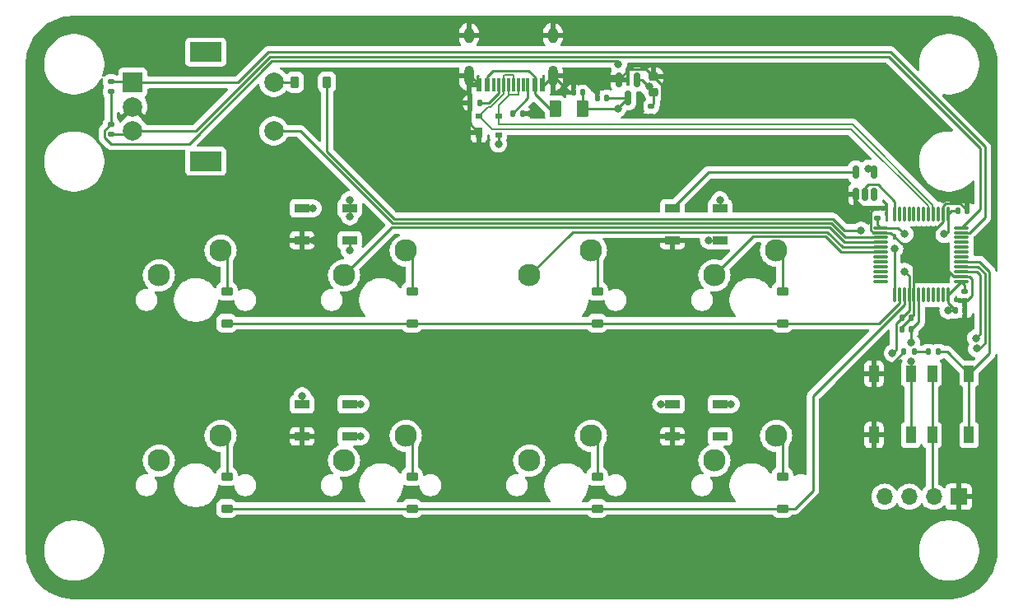
<source format=gbr>
%TF.GenerationSoftware,KiCad,Pcbnew,8.0.2-1*%
%TF.CreationDate,2024-05-13T14:31:14+01:00*%
%TF.ProjectId,Daisy V2 - STM32,44616973-7920-4563-9220-2d2053544d33,rev?*%
%TF.SameCoordinates,Original*%
%TF.FileFunction,Copper,L2,Bot*%
%TF.FilePolarity,Positive*%
%FSLAX46Y46*%
G04 Gerber Fmt 4.6, Leading zero omitted, Abs format (unit mm)*
G04 Created by KiCad (PCBNEW 8.0.2-1) date 2024-05-13 14:31:14*
%MOMM*%
%LPD*%
G01*
G04 APERTURE LIST*
G04 Aperture macros list*
%AMRoundRect*
0 Rectangle with rounded corners*
0 $1 Rounding radius*
0 $2 $3 $4 $5 $6 $7 $8 $9 X,Y pos of 4 corners*
0 Add a 4 corners polygon primitive as box body*
4,1,4,$2,$3,$4,$5,$6,$7,$8,$9,$2,$3,0*
0 Add four circle primitives for the rounded corners*
1,1,$1+$1,$2,$3*
1,1,$1+$1,$4,$5*
1,1,$1+$1,$6,$7*
1,1,$1+$1,$8,$9*
0 Add four rect primitives between the rounded corners*
20,1,$1+$1,$2,$3,$4,$5,0*
20,1,$1+$1,$4,$5,$6,$7,0*
20,1,$1+$1,$6,$7,$8,$9,0*
20,1,$1+$1,$8,$9,$2,$3,0*%
G04 Aperture macros list end*
%TA.AperFunction,ComponentPad*%
%ADD10R,1.700000X1.700000*%
%TD*%
%TA.AperFunction,ComponentPad*%
%ADD11O,1.700000X1.700000*%
%TD*%
%TA.AperFunction,ComponentPad*%
%ADD12R,2.000000X2.000000*%
%TD*%
%TA.AperFunction,ComponentPad*%
%ADD13C,2.000000*%
%TD*%
%TA.AperFunction,ComponentPad*%
%ADD14R,3.200000X2.000000*%
%TD*%
%TA.AperFunction,ComponentPad*%
%ADD15C,2.300000*%
%TD*%
%TA.AperFunction,SMDPad,CuDef*%
%ADD16RoundRect,0.140000X0.170000X-0.140000X0.170000X0.140000X-0.170000X0.140000X-0.170000X-0.140000X0*%
%TD*%
%TA.AperFunction,SMDPad,CuDef*%
%ADD17RoundRect,0.075000X0.075000X-0.662500X0.075000X0.662500X-0.075000X0.662500X-0.075000X-0.662500X0*%
%TD*%
%TA.AperFunction,SMDPad,CuDef*%
%ADD18RoundRect,0.075000X0.662500X-0.075000X0.662500X0.075000X-0.662500X0.075000X-0.662500X-0.075000X0*%
%TD*%
%TA.AperFunction,SMDPad,CuDef*%
%ADD19RoundRect,0.225000X0.375000X-0.225000X0.375000X0.225000X-0.375000X0.225000X-0.375000X-0.225000X0*%
%TD*%
%TA.AperFunction,SMDPad,CuDef*%
%ADD20R,1.500000X0.900000*%
%TD*%
%TA.AperFunction,SMDPad,CuDef*%
%ADD21RoundRect,0.140000X-0.140000X-0.170000X0.140000X-0.170000X0.140000X0.170000X-0.140000X0.170000X0*%
%TD*%
%TA.AperFunction,SMDPad,CuDef*%
%ADD22R,1.000000X1.700000*%
%TD*%
%TA.AperFunction,SMDPad,CuDef*%
%ADD23R,0.700000X1.000000*%
%TD*%
%TA.AperFunction,SMDPad,CuDef*%
%ADD24R,0.700000X0.600000*%
%TD*%
%TA.AperFunction,SMDPad,CuDef*%
%ADD25RoundRect,0.140000X-0.170000X0.140000X-0.170000X-0.140000X0.170000X-0.140000X0.170000X0.140000X0*%
%TD*%
%TA.AperFunction,SMDPad,CuDef*%
%ADD26RoundRect,0.225000X0.225000X0.375000X-0.225000X0.375000X-0.225000X-0.375000X0.225000X-0.375000X0*%
%TD*%
%TA.AperFunction,SMDPad,CuDef*%
%ADD27RoundRect,0.150000X-0.150000X0.587500X-0.150000X-0.587500X0.150000X-0.587500X0.150000X0.587500X0*%
%TD*%
%TA.AperFunction,SMDPad,CuDef*%
%ADD28RoundRect,0.150000X0.150000X-0.512500X0.150000X0.512500X-0.150000X0.512500X-0.150000X-0.512500X0*%
%TD*%
%TA.AperFunction,SMDPad,CuDef*%
%ADD29RoundRect,0.135000X-0.135000X-0.185000X0.135000X-0.185000X0.135000X0.185000X-0.135000X0.185000X0*%
%TD*%
%TA.AperFunction,SMDPad,CuDef*%
%ADD30RoundRect,0.250000X-0.375000X-0.625000X0.375000X-0.625000X0.375000X0.625000X-0.375000X0.625000X0*%
%TD*%
%TA.AperFunction,SMDPad,CuDef*%
%ADD31RoundRect,0.135000X-0.185000X0.135000X-0.185000X-0.135000X0.185000X-0.135000X0.185000X0.135000X0*%
%TD*%
%TA.AperFunction,SMDPad,CuDef*%
%ADD32RoundRect,0.140000X0.140000X0.170000X-0.140000X0.170000X-0.140000X-0.170000X0.140000X-0.170000X0*%
%TD*%
%TA.AperFunction,SMDPad,CuDef*%
%ADD33RoundRect,0.135000X0.135000X0.185000X-0.135000X0.185000X-0.135000X-0.185000X0.135000X-0.185000X0*%
%TD*%
%TA.AperFunction,SMDPad,CuDef*%
%ADD34R,0.600000X1.450000*%
%TD*%
%TA.AperFunction,SMDPad,CuDef*%
%ADD35R,0.300000X1.450000*%
%TD*%
%TA.AperFunction,ComponentPad*%
%ADD36O,1.000000X1.600000*%
%TD*%
%TA.AperFunction,ComponentPad*%
%ADD37O,1.000000X2.100000*%
%TD*%
%TA.AperFunction,SMDPad,CuDef*%
%ADD38RoundRect,0.225000X0.250000X-0.225000X0.250000X0.225000X-0.250000X0.225000X-0.250000X-0.225000X0*%
%TD*%
%TA.AperFunction,ViaPad*%
%ADD39C,0.800000*%
%TD*%
%TA.AperFunction,Conductor*%
%ADD40C,0.250000*%
%TD*%
%TA.AperFunction,Conductor*%
%ADD41C,0.200000*%
%TD*%
G04 APERTURE END LIST*
D10*
%TO.P,OL1,1,Pin_1*%
%TO.N,GND*%
X114632500Y-73021250D03*
D11*
%TO.P,OL1,2,Pin_2*%
%TO.N,+3V3*%
X112092500Y-73021250D03*
%TO.P,OL1,3,Pin_3*%
%TO.N,/B8*%
X109552500Y-73021250D03*
%TO.P,OL1,4,Pin_4*%
%TO.N,/B9*%
X107012500Y-73021250D03*
%TD*%
D12*
%TO.P,RE1,A,A*%
%TO.N,REA*%
X29686250Y-30403125D03*
D13*
%TO.P,RE1,B,B*%
%TO.N,REB*%
X29686250Y-35403125D03*
%TO.P,RE1,C,C*%
%TO.N,GND*%
X29686250Y-32903125D03*
D14*
%TO.P,RE1,MP*%
%TO.N,N/C*%
X37186250Y-27303125D03*
X37186250Y-38503125D03*
D13*
%TO.P,RE1,S1,S1*%
%TO.N,COL0*%
X44186250Y-35403125D03*
%TO.P,RE1,S2,S2*%
%TO.N,Net-(D9-A)*%
X44186250Y-30403125D03*
%TD*%
D15*
%TO.P,MX4,1,1*%
%TO.N,COL3*%
X89509375Y-50246875D03*
%TO.P,MX4,2,2*%
%TO.N,Net-(D4-A)*%
X95859375Y-47706875D03*
%TD*%
%TO.P,MX8,1,1*%
%TO.N,COL3*%
X89509375Y-69296875D03*
%TO.P,MX8,2,2*%
%TO.N,Net-(D8-A)*%
X95859375Y-66756875D03*
%TD*%
%TO.P,MX7,1,1*%
%TO.N,COL2*%
X70459375Y-69296875D03*
%TO.P,MX7,2,2*%
%TO.N,Net-(D7-A)*%
X76809375Y-66756875D03*
%TD*%
%TO.P,MX3,1,1*%
%TO.N,COL2*%
X70459375Y-50246875D03*
%TO.P,MX3,2,2*%
%TO.N,Net-(D3-A)*%
X76809375Y-47706875D03*
%TD*%
%TO.P,MX6,1,1*%
%TO.N,COL1*%
X51409375Y-69296875D03*
%TO.P,MX6,2,2*%
%TO.N,Net-(D6-A)*%
X57759375Y-66756875D03*
%TD*%
%TO.P,MX1,1,1*%
%TO.N,COL0*%
X32359375Y-50246875D03*
%TO.P,MX1,2,2*%
%TO.N,Net-(D1-A)*%
X38709375Y-47706875D03*
%TD*%
%TO.P,MX2,1,1*%
%TO.N,COL1*%
X51409375Y-50246875D03*
%TO.P,MX2,2,2*%
%TO.N,Net-(D2-A)*%
X57759375Y-47706875D03*
%TD*%
%TO.P,MX5,1,1*%
%TO.N,COL0*%
X32359375Y-69296875D03*
%TO.P,MX5,2,2*%
%TO.N,Net-(D5-A)*%
X38709375Y-66756875D03*
%TD*%
D16*
%TO.P,C4,1*%
%TO.N,+3V3*%
X106282500Y-44332500D03*
%TO.P,C4,2*%
%TO.N,GND*%
X106282500Y-43372500D03*
%TD*%
D17*
%TO.P,U1,1,VBAT*%
%TO.N,+3V3*%
X113532500Y-52265000D03*
%TO.P,U1,2,PC13*%
%TO.N,/C13*%
X113032500Y-52265000D03*
%TO.P,U1,3,PC14*%
%TO.N,/C14*%
X112532500Y-52265000D03*
%TO.P,U1,4,PC15*%
%TO.N,/C15*%
X112032500Y-52265000D03*
%TO.P,U1,5,PF0*%
%TO.N,/F0*%
X111532500Y-52265000D03*
%TO.P,U1,6,PF1*%
%TO.N,/F1*%
X111032500Y-52265000D03*
%TO.P,U1,7,NRST*%
%TO.N,NRST*%
X110532500Y-52265000D03*
%TO.P,U1,8,VSSA*%
%TO.N,GND*%
X110032500Y-52265000D03*
%TO.P,U1,9,VDDA*%
%TO.N,+3V3*%
X109532500Y-52265000D03*
%TO.P,U1,10,PA0*%
%TO.N,ROW2*%
X109032500Y-52265000D03*
%TO.P,U1,11,PA1*%
%TO.N,ROW1*%
X108532500Y-52265000D03*
%TO.P,U1,12,PA2*%
%TO.N,ROW0*%
X108032500Y-52265000D03*
D18*
%TO.P,U1,13,PA3*%
%TO.N,/A3*%
X106620000Y-50852500D03*
%TO.P,U1,14,PA4*%
%TO.N,/A4*%
X106620000Y-50352500D03*
%TO.P,U1,15,PA5*%
%TO.N,/A5*%
X106620000Y-49852500D03*
%TO.P,U1,16,PA6*%
%TO.N,/A6*%
X106620000Y-49352500D03*
%TO.P,U1,17,PA7*%
%TO.N,/A7*%
X106620000Y-48852500D03*
%TO.P,U1,18,PB0*%
%TO.N,/B0*%
X106620000Y-48352500D03*
%TO.P,U1,19,PB1*%
%TO.N,COL3*%
X106620000Y-47852500D03*
%TO.P,U1,20,PB2*%
%TO.N,COL2*%
X106620000Y-47352500D03*
%TO.P,U1,21,PB10*%
%TO.N,COL1*%
X106620000Y-46852500D03*
%TO.P,U1,22,PB11*%
%TO.N,COL0*%
X106620000Y-46352500D03*
%TO.P,U1,23,VSS*%
%TO.N,GND*%
X106620000Y-45852500D03*
%TO.P,U1,24,VDD*%
%TO.N,+3V3*%
X106620000Y-45352500D03*
D17*
%TO.P,U1,25,PB12*%
%TO.N,/B12*%
X108032500Y-43940000D03*
%TO.P,U1,26,PB13*%
%TO.N,/B13*%
X108532500Y-43940000D03*
%TO.P,U1,27,PB14*%
%TO.N,/B14*%
X109032500Y-43940000D03*
%TO.P,U1,28,PB15*%
%TO.N,/B15*%
X109532500Y-43940000D03*
%TO.P,U1,29,PA8*%
%TO.N,/A8*%
X110032500Y-43940000D03*
%TO.P,U1,30,PA9*%
%TO.N,/A9*%
X110532500Y-43940000D03*
%TO.P,U1,31,PA10*%
%TO.N,/A10*%
X111032500Y-43940000D03*
%TO.P,U1,32,PA11*%
%TO.N,D-*%
X111532500Y-43940000D03*
%TO.P,U1,33,PA12*%
%TO.N,D+*%
X112032500Y-43940000D03*
%TO.P,U1,34,PA13*%
%TO.N,/A13*%
X112532500Y-43940000D03*
%TO.P,U1,35,VSS*%
%TO.N,GND*%
X113032500Y-43940000D03*
%TO.P,U1,36,VDDIO2*%
%TO.N,+3V3*%
X113532500Y-43940000D03*
D18*
%TO.P,U1,37,PA14*%
%TO.N,REB*%
X114945000Y-45352500D03*
%TO.P,U1,38,PA15*%
%TO.N,REA*%
X114945000Y-45852500D03*
%TO.P,U1,39,PB3*%
%TO.N,/B3*%
X114945000Y-46352500D03*
%TO.P,U1,40,PB4*%
%TO.N,/B4*%
X114945000Y-46852500D03*
%TO.P,U1,41,PB5*%
%TO.N,/B5*%
X114945000Y-47352500D03*
%TO.P,U1,42,PB6*%
%TO.N,/B6*%
X114945000Y-47852500D03*
%TO.P,U1,43,PB7*%
%TO.N,/B7*%
X114945000Y-48352500D03*
%TO.P,U1,44,BOOT0*%
%TO.N,BOOT0*%
X114945000Y-48852500D03*
%TO.P,U1,45,PB8*%
%TO.N,/B8*%
X114945000Y-49352500D03*
%TO.P,U1,46,PB9*%
%TO.N,/B9*%
X114945000Y-49852500D03*
%TO.P,U1,47,VSS*%
%TO.N,GND*%
X114945000Y-50352500D03*
%TO.P,U1,48,VDD*%
%TO.N,+3V3*%
X114945000Y-50852500D03*
%TD*%
D19*
%TO.P,D2,1,K*%
%TO.N,ROW1*%
X58394375Y-55168125D03*
%TO.P,D2,2,A*%
%TO.N,Net-(D2-A)*%
X58394375Y-51868125D03*
%TD*%
D20*
%TO.P,LED4,1,VDD*%
%TO.N,+5V*%
X90080000Y-63502500D03*
%TO.P,LED4,2,DOUT*%
%TO.N,unconnected-(LED4-DOUT-Pad2)*%
X90080000Y-66802500D03*
%TO.P,LED4,3,VSS*%
%TO.N,GND*%
X85180000Y-66802500D03*
%TO.P,LED4,4,DIN*%
%TO.N,Net-(LED3-DOUT)*%
X85180000Y-63502500D03*
%TD*%
D19*
%TO.P,D7,1,K*%
%TO.N,ROW2*%
X77444375Y-74218125D03*
%TO.P,D7,2,A*%
%TO.N,Net-(D7-A)*%
X77444375Y-70918125D03*
%TD*%
D21*
%TO.P,C3,1*%
%TO.N,+3V3*%
X114552500Y-43602500D03*
%TO.P,C3,2*%
%TO.N,GND*%
X115512500Y-43602500D03*
%TD*%
D20*
%TO.P,LED1,1,VDD*%
%TO.N,+5V*%
X90080000Y-43350000D03*
%TO.P,LED1,2,DOUT*%
%TO.N,Net-(LED1-DOUT)*%
X90080000Y-46650000D03*
%TO.P,LED1,3,VSS*%
%TO.N,GND*%
X85180000Y-46650000D03*
%TO.P,LED1,4,DIN*%
%TO.N,Net-(LED1-DIN)*%
X85180000Y-43350000D03*
%TD*%
D19*
%TO.P,D8,1,K*%
%TO.N,ROW2*%
X96494375Y-74218125D03*
%TO.P,D8,2,A*%
%TO.N,Net-(D8-A)*%
X96494375Y-70918125D03*
%TD*%
D22*
%TO.P,BOOT1,1,A*%
%TO.N,+3V3*%
X111912500Y-60370000D03*
X111912500Y-66670000D03*
%TO.P,BOOT1,2,B*%
%TO.N,BOOT0*%
X115712500Y-60370000D03*
X115712500Y-66670000D03*
%TD*%
D19*
%TO.P,D4,1,K*%
%TO.N,ROW1*%
X96494375Y-55168125D03*
%TO.P,D4,2,A*%
%TO.N,Net-(D4-A)*%
X96494375Y-51868125D03*
%TD*%
D23*
%TO.P,U2,1,GND*%
%TO.N,GND*%
X65285000Y-35600000D03*
D24*
%TO.P,U2,2,I/O1*%
%TO.N,D-*%
X65285000Y-33900000D03*
%TO.P,U2,3,I/O2*%
%TO.N,D+*%
X67285000Y-33900000D03*
%TO.P,U2,4,VCC*%
%TO.N,+5V*%
X67285000Y-35800000D03*
%TD*%
D25*
%TO.P,C5,1*%
%TO.N,+3V3*%
X115282500Y-51872500D03*
%TO.P,C5,2*%
%TO.N,GND*%
X115282500Y-52832500D03*
%TD*%
D19*
%TO.P,D6,1,K*%
%TO.N,ROW2*%
X58394375Y-74218125D03*
%TO.P,D6,2,A*%
%TO.N,Net-(D6-A)*%
X58394375Y-70918125D03*
%TD*%
D22*
%TO.P,RST1,1,A*%
%TO.N,NRST*%
X109712500Y-66670000D03*
X109712500Y-60370000D03*
%TO.P,RST1,2,B*%
%TO.N,GND*%
X105912500Y-66670000D03*
X105912500Y-60370000D03*
%TD*%
D19*
%TO.P,D1,1,K*%
%TO.N,ROW1*%
X39344375Y-55168125D03*
%TO.P,D1,2,A*%
%TO.N,Net-(D1-A)*%
X39344375Y-51868125D03*
%TD*%
D20*
%TO.P,LED3,1,VDD*%
%TO.N,+5V*%
X51980000Y-63502500D03*
%TO.P,LED3,2,DOUT*%
%TO.N,Net-(LED3-DOUT)*%
X51980000Y-66802500D03*
%TO.P,LED3,3,VSS*%
%TO.N,GND*%
X47080000Y-66802500D03*
%TO.P,LED3,4,DIN*%
%TO.N,Net-(LED2-DOUT)*%
X47080000Y-63502500D03*
%TD*%
D26*
%TO.P,D9,1,K*%
%TO.N,ROW0*%
X49649375Y-30376875D03*
%TO.P,D9,2,A*%
%TO.N,Net-(D9-A)*%
X46349375Y-30376875D03*
%TD*%
D27*
%TO.P,U3,1,GND*%
%TO.N,GND*%
X79679375Y-30129375D03*
%TO.P,U3,2,VO*%
%TO.N,+3V3*%
X81579375Y-30129375D03*
%TO.P,U3,3,VI*%
%TO.N,+5V*%
X80629375Y-32004375D03*
%TD*%
D21*
%TO.P,C6,1*%
%TO.N,+3V3*%
X114302500Y-53852500D03*
%TO.P,C6,2*%
%TO.N,GND*%
X115262500Y-53852500D03*
%TD*%
D28*
%TO.P,U5,1,NC*%
%TO.N,unconnected-(U5-NC-Pad1)*%
X105971875Y-41914375D03*
%TO.P,U5,2,A*%
%TO.N,/B12*%
X105021875Y-41914375D03*
%TO.P,U5,3,GND*%
%TO.N,GND*%
X104071875Y-41914375D03*
%TO.P,U5,4,Y*%
%TO.N,Net-(LED1-DIN)*%
X104071875Y-39639375D03*
%TO.P,U5,5,VCC*%
%TO.N,+5V*%
X105971875Y-39639375D03*
%TD*%
D29*
%TO.P,R1,1*%
%TO.N,GND*%
X64369375Y-32506875D03*
%TO.P,R1,2*%
%TO.N,Net-(J1-CC1)*%
X65389375Y-32506875D03*
%TD*%
D25*
%TO.P,C10,1*%
%TO.N,+3V3*%
X83029375Y-32881875D03*
%TO.P,C10,2*%
%TO.N,GND*%
X83029375Y-33841875D03*
%TD*%
D30*
%TO.P,F1,1*%
%TO.N,VBUS*%
X73199375Y-33136875D03*
%TO.P,F1,2*%
%TO.N,+5V*%
X75999375Y-33136875D03*
%TD*%
D31*
%TO.P,R6,1*%
%TO.N,+3V3*%
X27438125Y-34701250D03*
%TO.P,R6,2*%
%TO.N,REB*%
X27438125Y-35721250D03*
%TD*%
D19*
%TO.P,D5,1,K*%
%TO.N,ROW2*%
X39344375Y-74218125D03*
%TO.P,D5,2,A*%
%TO.N,Net-(D5-A)*%
X39344375Y-70918125D03*
%TD*%
D32*
%TO.P,C9,1*%
%TO.N,+5V*%
X78449375Y-31996875D03*
%TO.P,C9,2*%
%TO.N,GND*%
X77489375Y-31996875D03*
%TD*%
%TO.P,C1,1*%
%TO.N,NRST*%
X109749077Y-55839077D03*
%TO.P,C1,2*%
%TO.N,GND*%
X108789077Y-55839077D03*
%TD*%
D33*
%TO.P,R4,1*%
%TO.N,Net-(R3-Pad2)*%
X110042500Y-58102500D03*
%TO.P,R4,2*%
%TO.N,GND*%
X109022500Y-58102500D03*
%TD*%
D21*
%TO.P,C7,1*%
%TO.N,+3V3*%
X108789077Y-54589077D03*
%TO.P,C7,2*%
%TO.N,GND*%
X109749077Y-54589077D03*
%TD*%
D20*
%TO.P,LED2,1,VDD*%
%TO.N,+5V*%
X51980000Y-43350000D03*
%TO.P,LED2,2,DOUT*%
%TO.N,Net-(LED2-DOUT)*%
X51980000Y-46650000D03*
%TO.P,LED2,3,VSS*%
%TO.N,GND*%
X47080000Y-46650000D03*
%TO.P,LED2,4,DIN*%
%TO.N,Net-(LED1-DOUT)*%
X47080000Y-43350000D03*
%TD*%
D29*
%TO.P,R2,1*%
%TO.N,Net-(J1-CC2)*%
X68775000Y-33600000D03*
%TO.P,R2,2*%
%TO.N,GND*%
X69795000Y-33600000D03*
%TD*%
D34*
%TO.P,J1,A1,GND*%
%TO.N,GND*%
X65330000Y-30667000D03*
%TO.P,J1,A4,VBUS*%
%TO.N,VBUS*%
X66130000Y-30667000D03*
D35*
%TO.P,J1,A5,CC1*%
%TO.N,Net-(J1-CC1)*%
X67330000Y-30667000D03*
%TO.P,J1,A6,D+*%
%TO.N,D+*%
X68330000Y-30667000D03*
%TO.P,J1,A7,D-*%
%TO.N,D-*%
X68830000Y-30667000D03*
%TO.P,J1,A8,SBU1*%
%TO.N,unconnected-(J1-SBU1-PadA8)*%
X69830000Y-30667000D03*
D34*
%TO.P,J1,A9,VBUS*%
%TO.N,VBUS*%
X71030000Y-30667000D03*
%TO.P,J1,A12,GND*%
%TO.N,GND*%
X71830000Y-30667000D03*
%TO.P,J1,B1,GND*%
X71830000Y-30667000D03*
%TO.P,J1,B4,VBUS*%
%TO.N,VBUS*%
X71030000Y-30667000D03*
D35*
%TO.P,J1,B5,CC2*%
%TO.N,Net-(J1-CC2)*%
X70330000Y-30667000D03*
%TO.P,J1,B6,D+*%
%TO.N,D+*%
X69330000Y-30667000D03*
%TO.P,J1,B7,D-*%
%TO.N,D-*%
X67830000Y-30667000D03*
%TO.P,J1,B8,SBU2*%
%TO.N,unconnected-(J1-SBU2-PadB8)*%
X66830000Y-30667000D03*
D34*
%TO.P,J1,B9,VBUS*%
%TO.N,VBUS*%
X66130000Y-30667000D03*
%TO.P,J1,B12,GND*%
%TO.N,GND*%
X65330000Y-30667000D03*
D36*
%TO.P,J1,S1,SHIELD*%
X64260000Y-25572000D03*
D37*
X64260000Y-29752000D03*
D36*
X72900000Y-25572000D03*
D37*
X72900000Y-29752000D03*
%TD*%
D33*
%TO.P,R3,1*%
%TO.N,BOOT0*%
X112542500Y-58102500D03*
%TO.P,R3,2*%
%TO.N,Net-(R3-Pad2)*%
X111522500Y-58102500D03*
%TD*%
D38*
%TO.P,C2,1*%
%TO.N,+3V3*%
X83279375Y-31386875D03*
%TO.P,C2,2*%
%TO.N,GND*%
X83279375Y-29836875D03*
%TD*%
D32*
%TO.P,C8,1*%
%TO.N,+5V*%
X75999375Y-31456875D03*
%TO.P,C8,2*%
%TO.N,GND*%
X75039375Y-31456875D03*
%TD*%
D19*
%TO.P,D3,1,K*%
%TO.N,ROW1*%
X77444375Y-55168125D03*
%TO.P,D3,2,A*%
%TO.N,Net-(D3-A)*%
X77444375Y-51868125D03*
%TD*%
D31*
%TO.P,R5,1*%
%TO.N,REA*%
X27438125Y-30335625D03*
%TO.P,R5,2*%
%TO.N,+3V3*%
X27438125Y-31355625D03*
%TD*%
D39*
%TO.N,+5V*%
X79569375Y-33096875D03*
X67289375Y-36716875D03*
X105359375Y-39256875D03*
X53129375Y-63496875D03*
X90079375Y-42496875D03*
X91239375Y-63496875D03*
X51989375Y-44206875D03*
X51979375Y-42486875D03*
%TO.N,GND*%
X82629375Y-53966875D03*
X110859375Y-47016875D03*
X48239375Y-46636875D03*
X70649375Y-33596875D03*
%TO.N,+3V3*%
X82779375Y-30856875D03*
X111821722Y-60279222D03*
X79642729Y-28532714D03*
X109079375Y-46016875D03*
X109079375Y-49846875D03*
X107836097Y-58263597D03*
X113149375Y-46016875D03*
X113559375Y-53856875D03*
%TO.N,NRST*%
X109759375Y-59116875D03*
X109759375Y-57186875D03*
%TO.N,/B8*%
X116509375Y-57786875D03*
%TO.N,/B9*%
X116429375Y-56696875D03*
%TO.N,ROW0*%
X108039375Y-47496875D03*
X104599375Y-45627500D03*
%TO.N,Net-(LED1-DOUT)*%
X88929375Y-46646875D03*
X48229375Y-43356875D03*
%TO.N,Net-(LED2-DOUT)*%
X47099375Y-62646875D03*
X51979375Y-47706875D03*
%TO.N,Net-(LED3-DOUT)*%
X53129375Y-66806875D03*
X84019375Y-63496875D03*
%TD*%
D40*
%TO.N,+5V*%
X80629375Y-32004375D02*
X79569375Y-33064375D01*
X79569375Y-33064375D02*
X79569375Y-33096875D01*
X91233750Y-63502500D02*
X91239375Y-63496875D01*
X75999375Y-31456875D02*
X75999375Y-33136875D01*
X51980000Y-42487500D02*
X51979375Y-42486875D01*
X80621875Y-31996875D02*
X80629375Y-32004375D01*
X105971875Y-39639375D02*
X105741875Y-39639375D01*
X90080000Y-63502500D02*
X91233750Y-63502500D01*
X90080000Y-42497500D02*
X90079375Y-42496875D01*
X78449375Y-31996875D02*
X80621875Y-31996875D01*
X90080000Y-43350000D02*
X90080000Y-42497500D01*
X79496875Y-33136875D02*
X75999375Y-33136875D01*
X51980000Y-43350000D02*
X51980000Y-42487500D01*
X53123750Y-63502500D02*
X53129375Y-63496875D01*
X67285000Y-35800000D02*
X67285000Y-36712500D01*
X79536875Y-33096875D02*
X79496875Y-33136875D01*
X79569375Y-33096875D02*
X79536875Y-33096875D01*
X51989375Y-43359375D02*
X51980000Y-43350000D01*
X105741875Y-39639375D02*
X105359375Y-39256875D01*
X51989375Y-44206875D02*
X51989375Y-43359375D01*
X51980000Y-63502500D02*
X53123750Y-63502500D01*
X67285000Y-36712500D02*
X67289375Y-36716875D01*
%TO.N,GND*%
X64369375Y-29861375D02*
X64260000Y-29752000D01*
X74604875Y-31456875D02*
X72900000Y-29752000D01*
X74879375Y-29752000D02*
X72900000Y-29752000D01*
X48226250Y-46650000D02*
X48239375Y-46636875D01*
X110859375Y-47016875D02*
X110804111Y-47016875D01*
X83339374Y-33841875D02*
X83029375Y-33841875D01*
X110032500Y-54305654D02*
X109749077Y-54589077D01*
X105557500Y-43787501D02*
X105557500Y-45595264D01*
X114945000Y-50352500D02*
X115750264Y-50352500D01*
X116007500Y-50609736D02*
X116007500Y-52368750D01*
X104071875Y-41914375D02*
X104071875Y-42576874D01*
X106282500Y-43372500D02*
X105972501Y-43372500D01*
X104867501Y-43372500D02*
X106282500Y-43372500D01*
X86323750Y-66802500D02*
X86329375Y-66796875D01*
X113032500Y-44745264D02*
X110032500Y-47745264D01*
X110799375Y-47026875D02*
X108829375Y-47026875D01*
X70646250Y-33600000D02*
X70649375Y-33596875D01*
X107839375Y-59285625D02*
X109022500Y-58102500D01*
X77489375Y-31996875D02*
X77489375Y-31686876D01*
X71830000Y-30667000D02*
X71985000Y-30667000D01*
X110814111Y-47026875D02*
X110799375Y-47026875D01*
X84079375Y-33101874D02*
X83339374Y-33841875D01*
X113288750Y-42877500D02*
X113032500Y-43133750D01*
X109749077Y-54589077D02*
X109749077Y-54600567D01*
X110804111Y-47016875D02*
X110814111Y-47026875D01*
X108789077Y-55560567D02*
X108789077Y-55839077D01*
X106755000Y-60370000D02*
X107838125Y-59286875D01*
X105557500Y-45595264D02*
X105814736Y-45852500D01*
X115282500Y-52832500D02*
X115282500Y-53832500D01*
X79649375Y-30159375D02*
X79679375Y-30129375D01*
X115750264Y-50352500D02*
X116007500Y-50609736D01*
X105912500Y-60370000D02*
X105912500Y-66670000D01*
X75039375Y-31456875D02*
X74604875Y-31456875D01*
X69795000Y-33600000D02*
X70646250Y-33600000D01*
X105814736Y-45852500D02*
X106620000Y-45852500D01*
X82509375Y-29066875D02*
X83279375Y-29836875D01*
X116007500Y-52368750D02*
X115543750Y-52832500D01*
X83279375Y-29836875D02*
X84079375Y-30636875D01*
X85180000Y-46650000D02*
X86316250Y-46650000D01*
X75554499Y-29752000D02*
X74879375Y-29752000D01*
X79302000Y-29752000D02*
X74879375Y-29752000D01*
X64415000Y-29752000D02*
X65330000Y-30667000D01*
X104071875Y-42576874D02*
X104867501Y-43372500D01*
X115543750Y-52832500D02*
X115282500Y-52832500D01*
X113032500Y-43940000D02*
X113032500Y-44745264D01*
X109749077Y-54600567D02*
X108789077Y-55560567D01*
X114139736Y-50352500D02*
X110859375Y-47072139D01*
X108829375Y-47026875D02*
X107655000Y-45852500D01*
X47080000Y-66802500D02*
X48233750Y-66802500D01*
X84079375Y-30636875D02*
X84079375Y-33101874D01*
X115282500Y-53832500D02*
X115262500Y-53852500D01*
X107655000Y-45852500D02*
X106620000Y-45852500D01*
X110032500Y-52265000D02*
X110032500Y-54305654D01*
X105972501Y-43372500D02*
X105557500Y-43787501D01*
X114945000Y-50352500D02*
X114139736Y-50352500D01*
X80741875Y-29066875D02*
X82509375Y-29066875D01*
X79679375Y-30129375D02*
X79302000Y-29752000D01*
X64260000Y-29752000D02*
X64415000Y-29752000D01*
X64369375Y-32506875D02*
X64369375Y-29861375D01*
X86316250Y-46650000D02*
X86329375Y-46636875D01*
X113032500Y-43133750D02*
X113032500Y-43940000D01*
X115512500Y-43591010D02*
X114798990Y-42877500D01*
X64369375Y-34684375D02*
X65285000Y-35600000D01*
X71985000Y-30667000D02*
X72900000Y-29752000D01*
X77489375Y-31686876D02*
X75554499Y-29752000D01*
X48233750Y-66802500D02*
X48239375Y-66796875D01*
X107838125Y-59286875D02*
X107839375Y-59286875D01*
X110859375Y-47072139D02*
X110859375Y-47016875D01*
X107839375Y-59286875D02*
X107839375Y-59285625D01*
X79679375Y-30129375D02*
X80741875Y-29066875D01*
X110032500Y-47745264D02*
X110032500Y-52265000D01*
X64369375Y-32506875D02*
X64369375Y-34684375D01*
X105912500Y-60370000D02*
X106755000Y-60370000D01*
X47080000Y-46650000D02*
X48226250Y-46650000D01*
X85180000Y-66802500D02*
X86323750Y-66802500D01*
X114798990Y-42877500D02*
X113288750Y-42877500D01*
X115512500Y-43602500D02*
X115512500Y-43591010D01*
%TO.N,+3V3*%
X111912500Y-63270000D02*
X111919375Y-63276875D01*
X108184077Y-57915617D02*
X107836097Y-58263597D01*
X111919375Y-63276875D02*
X111912500Y-63283750D01*
X43995771Y-28206875D02*
X35474521Y-36728125D01*
X106282500Y-44332500D02*
X106282500Y-45015000D01*
X106282500Y-45015000D02*
X106620000Y-45352500D01*
X113532500Y-43940000D02*
X113532500Y-45813750D01*
X113532500Y-52265000D02*
X113532500Y-53082500D01*
X35474521Y-36728125D02*
X27460625Y-36728125D01*
X111912500Y-60370000D02*
X111912500Y-63270000D01*
X109532500Y-52265000D02*
X109532500Y-51210000D01*
X106620000Y-45352500D02*
X108415000Y-45352500D01*
X83279375Y-32631875D02*
X83029375Y-32881875D01*
X114259375Y-51596875D02*
X114200625Y-51596875D01*
X108789077Y-54589077D02*
X108184077Y-55194077D01*
X115282500Y-51190000D02*
X114945000Y-50852500D01*
X27469375Y-33066875D02*
X27438125Y-33098125D01*
X109532500Y-51210000D02*
X109532500Y-50300000D01*
X83029375Y-31636875D02*
X83279375Y-31386875D01*
X114302500Y-53852500D02*
X113563750Y-53852500D01*
X27438125Y-31355625D02*
X27438125Y-33035625D01*
X114945000Y-50852500D02*
X114259375Y-51538125D01*
X113870000Y-43602500D02*
X113532500Y-43940000D01*
X108184077Y-55194077D02*
X108184077Y-57915617D01*
X27438125Y-33035625D02*
X27469375Y-33066875D01*
X109532500Y-50300000D02*
X109079375Y-49846875D01*
X82779375Y-30856875D02*
X82779375Y-30886875D01*
X26793125Y-35346250D02*
X27438125Y-34701250D01*
X108789077Y-54577587D02*
X108789077Y-54589077D01*
X83279375Y-31386875D02*
X83279375Y-32631875D01*
X79316890Y-28206875D02*
X43995771Y-28206875D01*
X82749375Y-30856875D02*
X82779375Y-30856875D01*
X113532500Y-45813750D02*
X113352500Y-45813750D01*
X113352500Y-45813750D02*
X113149375Y-46016875D01*
X111912500Y-63283750D02*
X111912500Y-66670000D01*
X114552500Y-43602500D02*
X113870000Y-43602500D01*
X111912500Y-66670000D02*
X111912500Y-72841250D01*
X113563750Y-53852500D02*
X113559375Y-53856875D01*
X109532500Y-52265000D02*
X109532500Y-53834164D01*
X82021875Y-30129375D02*
X82749375Y-30856875D01*
X108415000Y-45352500D02*
X109079375Y-46016875D01*
X27460625Y-36728125D02*
X26793125Y-36060625D01*
X27438125Y-33098125D02*
X27438125Y-34701250D01*
X114200625Y-51596875D02*
X113532500Y-52265000D01*
X82779375Y-30886875D02*
X83279375Y-31386875D01*
X113532500Y-53082500D02*
X114302500Y-53852500D01*
X111912500Y-72841250D02*
X112092500Y-73021250D01*
X114259375Y-51538125D02*
X114259375Y-51596875D01*
X81579375Y-30129375D02*
X82021875Y-30129375D01*
X109532500Y-53834164D02*
X108789077Y-54577587D01*
X26793125Y-36060625D02*
X26793125Y-35346250D01*
X115282500Y-51872500D02*
X115282500Y-51190000D01*
X79642729Y-28532714D02*
X79316890Y-28206875D01*
%TO.N,NRST*%
X110532500Y-52265000D02*
X110532500Y-55055654D01*
X109759375Y-59116875D02*
X109759375Y-60323125D01*
X109759375Y-60323125D02*
X109712500Y-60370000D01*
X109712500Y-60370000D02*
X109712500Y-66670000D01*
X109749077Y-55839077D02*
X109749077Y-57176577D01*
X109749077Y-57176577D02*
X109759375Y-57186875D01*
X110532500Y-55055654D02*
X109749077Y-55839077D01*
%TO.N,VBUS*%
X72574375Y-33136875D02*
X73199375Y-33136875D01*
X66755125Y-29216875D02*
X70399375Y-29216875D01*
X66130000Y-30667000D02*
X66130000Y-29842000D01*
X66130000Y-29842000D02*
X66755125Y-29216875D01*
X70399375Y-29216875D02*
X71030000Y-29847500D01*
X71030000Y-29847500D02*
X71030000Y-30667000D01*
X71030000Y-31592500D02*
X72574375Y-33136875D01*
X71030000Y-30667000D02*
X71030000Y-31592500D01*
%TO.N,Net-(J1-CC1)*%
X65389375Y-32506875D02*
X66339375Y-32506875D01*
X67330000Y-31516250D02*
X67330000Y-30667000D01*
X66339375Y-32506875D02*
X67330000Y-31516250D01*
%TO.N,Net-(J1-CC2)*%
X68775000Y-33600000D02*
X70330000Y-32045000D01*
X70330000Y-32045000D02*
X70330000Y-30667000D01*
%TO.N,BOOT0*%
X117789375Y-58293125D02*
X115712500Y-60370000D01*
X117789375Y-49866875D02*
X117789375Y-58293125D01*
X112542500Y-58102500D02*
X113445000Y-58102500D01*
X115712500Y-60370000D02*
X115712500Y-66670000D01*
X116775000Y-48852500D02*
X117789375Y-49866875D01*
X114945000Y-48852500D02*
X116775000Y-48852500D01*
X113445000Y-58102500D02*
X115712500Y-60370000D01*
%TO.N,/B12*%
X108032500Y-42636592D02*
X108032500Y-43940000D01*
X105346876Y-40926875D02*
X106322783Y-40926875D01*
X106322783Y-40926875D02*
X108032500Y-42636592D01*
X105021875Y-41914375D02*
X105021875Y-41251876D01*
X105021875Y-41251876D02*
X105346876Y-40926875D01*
%TO.N,/B8*%
X117339375Y-57206875D02*
X116759375Y-57786875D01*
X116638604Y-49352500D02*
X117339375Y-50053271D01*
X117339375Y-50053271D02*
X117339375Y-57206875D01*
X114945000Y-49352500D02*
X116638604Y-49352500D01*
X116759375Y-57786875D02*
X116509375Y-57786875D01*
%TO.N,/B9*%
X116502208Y-49852500D02*
X116889375Y-50239667D01*
X116889375Y-56236875D02*
X116429375Y-56696875D01*
X116889375Y-50239667D02*
X116889375Y-56236875D01*
X114945000Y-49852500D02*
X116502208Y-49852500D01*
%TO.N,Net-(R3-Pad2)*%
X110042500Y-58102500D02*
X111522500Y-58102500D01*
D41*
%TO.N,D+*%
X68305000Y-31267000D02*
X68330000Y-31242000D01*
X68330000Y-31642000D02*
X68380000Y-31692000D01*
X68380000Y-31692000D02*
X69294250Y-31692000D01*
X68330000Y-30667000D02*
X68330000Y-31642000D01*
X69330000Y-31656250D02*
X69330000Y-30667000D01*
X69294250Y-31692000D02*
X69330000Y-31656250D01*
X103748798Y-34750020D02*
X111982500Y-42983722D01*
X67285000Y-33900000D02*
X67285000Y-34750020D01*
X68305000Y-31267000D02*
X68305000Y-31778658D01*
X111982500Y-42983722D02*
X111982500Y-43890000D01*
X67285000Y-34750020D02*
X103748798Y-34750020D01*
X111982500Y-43890000D02*
X112032500Y-43940000D01*
X68330000Y-31242000D02*
X68330000Y-30667000D01*
X68305000Y-31778658D02*
X67285000Y-32798658D01*
X67285000Y-32798658D02*
X67285000Y-33900000D01*
%TO.N,D-*%
X67855000Y-31592290D02*
X66515415Y-32931875D01*
X65285000Y-33900000D02*
X66635000Y-35250000D01*
X111482500Y-43940000D02*
X111532500Y-43940000D01*
X67830000Y-31242000D02*
X67855000Y-31267000D01*
X66635000Y-35250000D02*
X66635000Y-35200000D01*
X111482500Y-43120090D02*
X111482500Y-43940000D01*
X66515415Y-32931875D02*
X66253125Y-32931875D01*
X67830000Y-31242000D02*
X67830000Y-30667000D01*
X66635000Y-35200000D02*
X103562410Y-35200000D01*
X67930000Y-29642000D02*
X68780000Y-29642000D01*
X68830000Y-29692000D02*
X68830000Y-30667000D01*
X67780000Y-31292000D02*
X67830000Y-31242000D01*
X67830000Y-29742000D02*
X67930000Y-29642000D01*
X66253125Y-32931875D02*
X65285000Y-33900000D01*
X103562410Y-35200000D02*
X111482500Y-43120090D01*
X67855000Y-31267000D02*
X67855000Y-31592290D01*
X68780000Y-29642000D02*
X68830000Y-29692000D01*
X67830000Y-30667000D02*
X67830000Y-29742000D01*
D40*
%TO.N,Net-(D1-A)*%
X39344375Y-51868125D02*
X39344375Y-48341875D01*
X39344375Y-48341875D02*
X38709375Y-47706875D01*
%TO.N,ROW1*%
X108532500Y-53113750D02*
X108532500Y-52265000D01*
X96494375Y-55168125D02*
X106478125Y-55168125D01*
X106478125Y-55168125D02*
X108532500Y-53113750D01*
X39344375Y-55168125D02*
X96494375Y-55168125D01*
%TO.N,Net-(D2-A)*%
X58394375Y-48341875D02*
X57759375Y-47706875D01*
X58394375Y-51868125D02*
X58394375Y-48341875D01*
%TO.N,ROW2*%
X99649375Y-62656875D02*
X109032500Y-53273750D01*
X39344375Y-74218125D02*
X96494375Y-74218125D01*
X99649375Y-72354642D02*
X99649375Y-62656875D01*
X96494375Y-74218125D02*
X97785892Y-74218125D01*
X97785892Y-74218125D02*
X99649375Y-72354642D01*
X109032500Y-53273750D02*
X109032500Y-52265000D01*
%TO.N,Net-(D3-A)*%
X77444375Y-51868125D02*
X77444375Y-48341875D01*
X77444375Y-48341875D02*
X76809375Y-47706875D01*
%TO.N,ROW0*%
X102895584Y-45627500D02*
X104599375Y-45627500D01*
X56560771Y-44431875D02*
X101699959Y-44431875D01*
X108032500Y-52265000D02*
X108032500Y-47503750D01*
X49649375Y-30376875D02*
X49649375Y-37520479D01*
X49649375Y-37520479D02*
X56560771Y-44431875D01*
X101699959Y-44431875D02*
X102895584Y-45627500D01*
X108032500Y-47503750D02*
X108039375Y-47496875D01*
%TO.N,COL0*%
X102984188Y-46352500D02*
X101513563Y-44881875D01*
X46895625Y-35403125D02*
X56374375Y-44881875D01*
X44186250Y-35403125D02*
X46895625Y-35403125D01*
X106620000Y-46352500D02*
X102984188Y-46352500D01*
X56374375Y-44881875D02*
X100879375Y-44881875D01*
X101513563Y-44881875D02*
X100819375Y-44881875D01*
%TO.N,Net-(D4-A)*%
X96494375Y-48341875D02*
X95859375Y-47706875D01*
X96494375Y-51868125D02*
X96494375Y-48341875D01*
%TO.N,COL1*%
X56324375Y-45331875D02*
X51409375Y-50246875D01*
X102847792Y-46852500D02*
X101327167Y-45331875D01*
X101327167Y-45331875D02*
X56324375Y-45331875D01*
X106620000Y-46852500D02*
X102847792Y-46852500D01*
%TO.N,Net-(D5-A)*%
X39344375Y-67391875D02*
X38709375Y-66756875D01*
X39344375Y-70918125D02*
X39344375Y-67391875D01*
%TO.N,COL2*%
X70459375Y-50246875D02*
X74924375Y-45781875D01*
X74924375Y-45781875D02*
X100969375Y-45781875D01*
X101140771Y-45781875D02*
X100979375Y-45781875D01*
X106620000Y-47352500D02*
X102711396Y-47352500D01*
X102711396Y-47352500D02*
X101140771Y-45781875D01*
%TO.N,Net-(D6-A)*%
X58394375Y-67391875D02*
X57759375Y-66756875D01*
X58394375Y-70918125D02*
X58394375Y-67391875D01*
%TO.N,COL3*%
X100954375Y-46231875D02*
X102575000Y-47852500D01*
X93524375Y-46231875D02*
X100954375Y-46231875D01*
X102575000Y-47852500D02*
X106620000Y-47852500D01*
X89509375Y-50246875D02*
X93524375Y-46231875D01*
%TO.N,Net-(D7-A)*%
X77444375Y-70918125D02*
X77444375Y-67391875D01*
X77444375Y-67391875D02*
X76809375Y-66756875D01*
%TO.N,Net-(D8-A)*%
X96494375Y-67391875D02*
X95859375Y-66756875D01*
X96494375Y-70918125D02*
X96494375Y-67391875D01*
%TO.N,REA*%
X29686250Y-30403125D02*
X40526729Y-30403125D01*
X43622979Y-27306875D02*
X107608110Y-27306875D01*
X29618750Y-30335625D02*
X29686250Y-30403125D01*
X115750264Y-45852500D02*
X114945000Y-45852500D01*
X40526729Y-30403125D02*
X43622979Y-27306875D01*
X117325000Y-44277764D02*
X115750264Y-45852500D01*
X27438125Y-30335625D02*
X29618750Y-30335625D01*
X117325000Y-37023765D02*
X117325000Y-44277764D01*
X107608110Y-27306875D02*
X117325000Y-37023765D01*
%TO.N,REB*%
X27438125Y-35721250D02*
X29368125Y-35721250D01*
X114945000Y-45352500D02*
X116875000Y-43422500D01*
X29368125Y-35721250D02*
X29686250Y-35403125D01*
X116875000Y-43422500D02*
X116875000Y-37210161D01*
X43809375Y-27756875D02*
X36163125Y-35403125D01*
X107421714Y-27756875D02*
X43809375Y-27756875D01*
X36163125Y-35403125D02*
X29686250Y-35403125D01*
X116875000Y-37210161D02*
X107421714Y-27756875D01*
%TO.N,Net-(D9-A)*%
X44186250Y-30403125D02*
X46323125Y-30403125D01*
X46323125Y-30403125D02*
X46349375Y-30376875D01*
%TO.N,Net-(LED1-DOUT)*%
X47080000Y-43350000D02*
X48222500Y-43350000D01*
X90080000Y-46650000D02*
X88932500Y-46650000D01*
X88932500Y-46650000D02*
X88929375Y-46646875D01*
X48222500Y-43350000D02*
X48229375Y-43356875D01*
%TO.N,Net-(LED1-DIN)*%
X88890625Y-39639375D02*
X104071875Y-39639375D01*
X85180000Y-43350000D02*
X88890625Y-39639375D01*
%TO.N,Net-(LED2-DOUT)*%
X47080000Y-63502500D02*
X47080000Y-62666250D01*
X47080000Y-62666250D02*
X47099375Y-62646875D01*
X51980000Y-46650000D02*
X51980000Y-47706250D01*
X51980000Y-47706250D02*
X51979375Y-47706875D01*
%TO.N,Net-(LED3-DOUT)*%
X53125000Y-66802500D02*
X53129375Y-66806875D01*
X85174375Y-63496875D02*
X85180000Y-63502500D01*
X51980000Y-66802500D02*
X53125000Y-66802500D01*
X84019375Y-63496875D02*
X85174375Y-63496875D01*
%TD*%
%TA.AperFunction,Conductor*%
%TO.N,GND*%
G36*
X113650641Y-23546006D02*
G01*
X113863481Y-23548328D01*
X113872915Y-23548792D01*
X114297552Y-23585943D01*
X114308270Y-23587354D01*
X114727393Y-23661256D01*
X114737921Y-23663590D01*
X115149033Y-23773747D01*
X115159322Y-23776992D01*
X115559255Y-23922555D01*
X115569221Y-23926683D01*
X115954942Y-24106547D01*
X115964528Y-24111538D01*
X116333088Y-24324326D01*
X116342203Y-24330132D01*
X116690820Y-24574237D01*
X116699401Y-24580821D01*
X116958600Y-24798315D01*
X117025420Y-24854383D01*
X117033395Y-24861692D01*
X117334307Y-25162604D01*
X117341616Y-25170579D01*
X117615177Y-25496597D01*
X117621762Y-25505179D01*
X117865864Y-25853792D01*
X117871676Y-25862916D01*
X118084459Y-26231467D01*
X118089454Y-26241062D01*
X118269310Y-26626764D01*
X118273448Y-26636756D01*
X118328057Y-26786790D01*
X118419003Y-27036664D01*
X118422256Y-27046980D01*
X118532405Y-27458061D01*
X118534746Y-27468623D01*
X118608644Y-27887725D01*
X118610056Y-27898450D01*
X118647206Y-28323073D01*
X118647671Y-28332527D01*
X118649993Y-28545357D01*
X118650000Y-28546710D01*
X118650000Y-49728327D01*
X118630315Y-49795366D01*
X118577511Y-49841121D01*
X118508353Y-49851065D01*
X118444797Y-49822040D01*
X118407023Y-49763262D01*
X118404383Y-49752518D01*
X118390839Y-49684430D01*
X118390838Y-49684423D01*
X118361737Y-49614167D01*
X118361737Y-49614166D01*
X118343689Y-49570593D01*
X118343687Y-49570591D01*
X118343687Y-49570590D01*
X118319873Y-49534951D01*
X118275233Y-49468142D01*
X118275231Y-49468139D01*
X118185012Y-49377920D01*
X118184981Y-49377891D01*
X117265198Y-48458108D01*
X117265178Y-48458086D01*
X117173736Y-48366644D01*
X117173732Y-48366641D01*
X117121514Y-48331750D01*
X117121511Y-48331746D01*
X117071292Y-48298192D01*
X117071291Y-48298191D01*
X117071286Y-48298188D01*
X117071283Y-48298186D01*
X117071280Y-48298185D01*
X116981956Y-48261187D01*
X116981954Y-48261186D01*
X116957455Y-48251038D01*
X116957453Y-48251037D01*
X116957452Y-48251037D01*
X116897029Y-48239018D01*
X116836610Y-48227000D01*
X116836607Y-48227000D01*
X116836606Y-48227000D01*
X116290059Y-48227000D01*
X116223020Y-48207315D01*
X116177265Y-48154511D01*
X116170286Y-48135099D01*
X116170152Y-48134599D01*
X116170179Y-48086197D01*
X116167126Y-48085795D01*
X116174591Y-48029089D01*
X116183000Y-47965220D01*
X116183000Y-47739780D01*
X116168187Y-47627264D01*
X116168186Y-47627263D01*
X116167126Y-47619205D01*
X116170189Y-47618801D01*
X116170189Y-47586198D01*
X116167126Y-47585795D01*
X116172191Y-47547322D01*
X116183000Y-47465220D01*
X116183000Y-47239780D01*
X116168187Y-47127264D01*
X116168186Y-47127263D01*
X116167126Y-47119205D01*
X116170189Y-47118801D01*
X116170189Y-47086198D01*
X116167126Y-47085795D01*
X116174144Y-47032489D01*
X116183000Y-46965220D01*
X116183000Y-46739780D01*
X116168187Y-46627264D01*
X116168186Y-46627263D01*
X116167126Y-46619205D01*
X116170189Y-46618801D01*
X116170189Y-46586198D01*
X116167126Y-46585795D01*
X116171967Y-46549022D01*
X116183000Y-46465220D01*
X116183000Y-46355717D01*
X116202685Y-46288678D01*
X116219319Y-46268036D01*
X116236122Y-46251233D01*
X116236122Y-46251231D01*
X116243183Y-46244171D01*
X116243189Y-46244164D01*
X117723729Y-44763624D01*
X117723733Y-44763622D01*
X117810858Y-44676497D01*
X117845084Y-44625273D01*
X117879312Y-44574050D01*
X117926463Y-44460215D01*
X117950500Y-44339371D01*
X117950500Y-44216157D01*
X117950500Y-37091506D01*
X117950501Y-37091485D01*
X117950501Y-36962156D01*
X117926464Y-36841320D01*
X117926463Y-36841314D01*
X117879312Y-36727480D01*
X117810858Y-36625032D01*
X117810855Y-36625028D01*
X112998166Y-31812340D01*
X112964681Y-31751017D01*
X112969665Y-31681325D01*
X113011537Y-31625392D01*
X113077001Y-31600975D01*
X113113437Y-31603767D01*
X113129829Y-31607509D01*
X113475876Y-31646499D01*
X113475877Y-31646500D01*
X113475880Y-31646500D01*
X113824123Y-31646500D01*
X113824123Y-31646499D01*
X114170171Y-31607509D01*
X114509681Y-31530018D01*
X114838379Y-31415002D01*
X115152133Y-31263906D01*
X115446997Y-31078630D01*
X115469645Y-31060569D01*
X115719256Y-30861512D01*
X115719258Y-30861509D01*
X115719263Y-30861506D01*
X115965506Y-30615263D01*
X115971861Y-30607295D01*
X116182627Y-30343001D01*
X116182628Y-30342999D01*
X116182630Y-30342997D01*
X116367906Y-30048133D01*
X116519002Y-29734379D01*
X116634018Y-29405681D01*
X116711509Y-29066171D01*
X116750500Y-28720120D01*
X116750500Y-28371880D01*
X116711509Y-28025829D01*
X116634018Y-27686319D01*
X116519002Y-27357621D01*
X116367906Y-27043867D01*
X116182630Y-26749003D01*
X116182628Y-26749000D01*
X116182627Y-26748998D01*
X115965512Y-26476743D01*
X115719256Y-26230487D01*
X115447001Y-26013372D01*
X115446999Y-26013371D01*
X115152130Y-25828092D01*
X114838382Y-25676999D01*
X114509692Y-25561985D01*
X114509684Y-25561982D01*
X114223263Y-25496609D01*
X114170171Y-25484491D01*
X114170167Y-25484490D01*
X114170158Y-25484489D01*
X113824124Y-25445500D01*
X113824120Y-25445500D01*
X113475880Y-25445500D01*
X113475875Y-25445500D01*
X113129841Y-25484489D01*
X113129829Y-25484491D01*
X112790315Y-25561982D01*
X112790307Y-25561985D01*
X112461617Y-25676999D01*
X112147869Y-25828092D01*
X111853000Y-26013371D01*
X111852998Y-26013372D01*
X111580743Y-26230487D01*
X111334487Y-26476743D01*
X111117372Y-26748998D01*
X111117371Y-26749000D01*
X110932092Y-27043869D01*
X110780999Y-27357617D01*
X110665985Y-27686307D01*
X110665982Y-27686315D01*
X110588491Y-28025829D01*
X110588489Y-28025841D01*
X110549500Y-28371875D01*
X110549500Y-28720124D01*
X110588489Y-29066158D01*
X110588492Y-29066179D01*
X110592232Y-29082566D01*
X110587956Y-29152304D01*
X110546655Y-29208660D01*
X110481442Y-29233741D01*
X110413022Y-29219583D01*
X110383662Y-29197836D01*
X108101037Y-26915212D01*
X108101035Y-26915209D01*
X108101035Y-26915210D01*
X108093968Y-26908143D01*
X108093968Y-26908142D01*
X108006843Y-26821017D01*
X108006842Y-26821016D01*
X108006841Y-26821015D01*
X107955619Y-26786790D01*
X107904397Y-26752564D01*
X107904396Y-26752563D01*
X107904393Y-26752561D01*
X107904390Y-26752560D01*
X107823902Y-26719222D01*
X107790563Y-26705412D01*
X107780537Y-26703418D01*
X107730139Y-26693393D01*
X107669720Y-26681375D01*
X107669717Y-26681375D01*
X107669716Y-26681375D01*
X73793871Y-26681375D01*
X73726832Y-26661690D01*
X73681077Y-26608886D01*
X73671133Y-26539728D01*
X73690769Y-26488484D01*
X73786185Y-26345684D01*
X73786192Y-26345671D01*
X73861569Y-26163693D01*
X73861572Y-26163681D01*
X73899999Y-25970495D01*
X73900000Y-25970492D01*
X73900000Y-25822000D01*
X73200000Y-25822000D01*
X73200000Y-25322000D01*
X73900000Y-25322000D01*
X73900000Y-25173508D01*
X73899999Y-25173504D01*
X73861572Y-24980318D01*
X73861569Y-24980306D01*
X73786192Y-24798328D01*
X73786185Y-24798315D01*
X73676751Y-24634537D01*
X73676748Y-24634533D01*
X73537466Y-24495251D01*
X73537462Y-24495248D01*
X73373684Y-24385814D01*
X73373671Y-24385807D01*
X73191691Y-24310429D01*
X73191683Y-24310427D01*
X73150000Y-24302135D01*
X73150000Y-25105011D01*
X73140060Y-25087795D01*
X73084205Y-25031940D01*
X73015796Y-24992444D01*
X72939496Y-24972000D01*
X72860504Y-24972000D01*
X72784204Y-24992444D01*
X72715795Y-25031940D01*
X72659940Y-25087795D01*
X72650000Y-25105011D01*
X72650000Y-24302136D01*
X72649999Y-24302135D01*
X72608316Y-24310427D01*
X72608308Y-24310429D01*
X72426328Y-24385807D01*
X72426315Y-24385814D01*
X72262537Y-24495248D01*
X72262533Y-24495251D01*
X72123251Y-24634533D01*
X72123248Y-24634537D01*
X72013814Y-24798315D01*
X72013807Y-24798328D01*
X71938430Y-24980306D01*
X71938427Y-24980318D01*
X71900000Y-25173504D01*
X71900000Y-25322000D01*
X72600000Y-25322000D01*
X72600000Y-25822000D01*
X71900000Y-25822000D01*
X71900000Y-25970495D01*
X71938427Y-26163681D01*
X71938430Y-26163693D01*
X72013807Y-26345671D01*
X72013814Y-26345684D01*
X72109231Y-26488484D01*
X72130109Y-26555161D01*
X72111625Y-26622541D01*
X72059646Y-26669232D01*
X72006129Y-26681375D01*
X65153871Y-26681375D01*
X65086832Y-26661690D01*
X65041077Y-26608886D01*
X65031133Y-26539728D01*
X65050769Y-26488484D01*
X65146185Y-26345684D01*
X65146192Y-26345671D01*
X65221569Y-26163693D01*
X65221572Y-26163681D01*
X65259999Y-25970495D01*
X65260000Y-25970492D01*
X65260000Y-25822000D01*
X64560000Y-25822000D01*
X64560000Y-25322000D01*
X65260000Y-25322000D01*
X65260000Y-25173508D01*
X65259999Y-25173504D01*
X65221572Y-24980318D01*
X65221569Y-24980306D01*
X65146192Y-24798328D01*
X65146185Y-24798315D01*
X65036751Y-24634537D01*
X65036748Y-24634533D01*
X64897466Y-24495251D01*
X64897462Y-24495248D01*
X64733684Y-24385814D01*
X64733671Y-24385807D01*
X64551691Y-24310429D01*
X64551683Y-24310427D01*
X64510000Y-24302135D01*
X64510000Y-25105011D01*
X64500060Y-25087795D01*
X64444205Y-25031940D01*
X64375796Y-24992444D01*
X64299496Y-24972000D01*
X64220504Y-24972000D01*
X64144204Y-24992444D01*
X64075795Y-25031940D01*
X64019940Y-25087795D01*
X64010000Y-25105011D01*
X64010000Y-24302136D01*
X64009999Y-24302135D01*
X63968316Y-24310427D01*
X63968308Y-24310429D01*
X63786328Y-24385807D01*
X63786315Y-24385814D01*
X63622537Y-24495248D01*
X63622533Y-24495251D01*
X63483251Y-24634533D01*
X63483248Y-24634537D01*
X63373814Y-24798315D01*
X63373807Y-24798328D01*
X63298430Y-24980306D01*
X63298427Y-24980318D01*
X63260000Y-25173504D01*
X63260000Y-25322000D01*
X63960000Y-25322000D01*
X63960000Y-25822000D01*
X63260000Y-25822000D01*
X63260000Y-25970495D01*
X63298427Y-26163681D01*
X63298430Y-26163693D01*
X63373807Y-26345671D01*
X63373814Y-26345684D01*
X63469231Y-26488484D01*
X63490109Y-26555161D01*
X63471625Y-26622541D01*
X63419646Y-26669232D01*
X63366129Y-26681375D01*
X43561368Y-26681375D01*
X43440532Y-26705410D01*
X43440520Y-26705414D01*
X43408241Y-26718784D01*
X43393376Y-26724942D01*
X43371148Y-26734149D01*
X43326692Y-26752563D01*
X43316536Y-26759350D01*
X43316428Y-26759422D01*
X43224247Y-26821015D01*
X43180684Y-26864578D01*
X43137121Y-26908142D01*
X43137118Y-26908145D01*
X41712737Y-28332527D01*
X40303958Y-29741306D01*
X40242635Y-29774791D01*
X40216277Y-29777625D01*
X31310749Y-29777625D01*
X31243710Y-29757940D01*
X31197955Y-29705136D01*
X31186749Y-29653625D01*
X31186749Y-29355254D01*
X31186748Y-29355248D01*
X31186747Y-29355241D01*
X31180341Y-29295642D01*
X31175059Y-29281481D01*
X31130047Y-29160796D01*
X31130043Y-29160789D01*
X31043797Y-29045580D01*
X31043794Y-29045577D01*
X30928585Y-28959331D01*
X30928578Y-28959327D01*
X30793732Y-28909033D01*
X30793733Y-28909033D01*
X30734133Y-28902626D01*
X30734131Y-28902625D01*
X30734123Y-28902625D01*
X30734114Y-28902625D01*
X28638379Y-28902625D01*
X28638373Y-28902626D01*
X28578766Y-28909033D01*
X28443921Y-28959327D01*
X28443914Y-28959331D01*
X28328705Y-29045577D01*
X28328702Y-29045580D01*
X28242456Y-29160789D01*
X28242452Y-29160796D01*
X28192158Y-29295642D01*
X28187403Y-29339876D01*
X28185751Y-29355248D01*
X28185750Y-29355260D01*
X28185750Y-29577648D01*
X28166065Y-29644687D01*
X28113261Y-29690442D01*
X28044103Y-29700386D01*
X27998630Y-29684380D01*
X27877522Y-29612758D01*
X27877513Y-29612754D01*
X27723333Y-29567960D01*
X27723327Y-29567959D01*
X27687306Y-29565125D01*
X27188955Y-29565125D01*
X27188933Y-29565126D01*
X27152919Y-29567960D01*
X26998736Y-29612754D01*
X26998731Y-29612756D01*
X26860529Y-29694488D01*
X26860521Y-29694494D01*
X26741473Y-29813543D01*
X26739279Y-29811349D01*
X26694271Y-29843819D01*
X26624502Y-29847574D01*
X26563779Y-29813012D01*
X26531381Y-29751108D01*
X26535951Y-29685939D01*
X26634018Y-29405681D01*
X26711509Y-29066171D01*
X26750500Y-28720120D01*
X26750500Y-28371880D01*
X26711509Y-28025829D01*
X26634018Y-27686319D01*
X26519002Y-27357621D01*
X26367906Y-27043867D01*
X26182630Y-26749003D01*
X26182628Y-26749000D01*
X26182627Y-26748998D01*
X25965512Y-26476743D01*
X25744029Y-26255260D01*
X35085750Y-26255260D01*
X35085750Y-28350995D01*
X35085751Y-28351001D01*
X35092158Y-28410608D01*
X35142452Y-28545453D01*
X35142456Y-28545460D01*
X35228702Y-28660669D01*
X35228705Y-28660672D01*
X35343914Y-28746918D01*
X35343921Y-28746922D01*
X35478767Y-28797216D01*
X35478766Y-28797216D01*
X35485694Y-28797960D01*
X35538377Y-28803625D01*
X38834122Y-28803624D01*
X38893733Y-28797216D01*
X39028581Y-28746921D01*
X39143796Y-28660671D01*
X39230046Y-28545456D01*
X39280341Y-28410608D01*
X39286750Y-28350998D01*
X39286749Y-26255253D01*
X39280341Y-26195642D01*
X39268420Y-26163681D01*
X39230047Y-26060796D01*
X39230043Y-26060789D01*
X39143797Y-25945580D01*
X39143794Y-25945577D01*
X39028585Y-25859331D01*
X39028578Y-25859327D01*
X38893732Y-25809033D01*
X38893733Y-25809033D01*
X38834133Y-25802626D01*
X38834131Y-25802625D01*
X38834123Y-25802625D01*
X38834114Y-25802625D01*
X35538379Y-25802625D01*
X35538373Y-25802626D01*
X35478766Y-25809033D01*
X35343921Y-25859327D01*
X35343914Y-25859331D01*
X35228705Y-25945577D01*
X35228702Y-25945580D01*
X35142456Y-26060789D01*
X35142452Y-26060796D01*
X35092158Y-26195642D01*
X35085751Y-26255241D01*
X35085751Y-26255248D01*
X35085750Y-26255260D01*
X25744029Y-26255260D01*
X25719256Y-26230487D01*
X25447001Y-26013372D01*
X25446999Y-26013371D01*
X25152130Y-25828092D01*
X24838382Y-25676999D01*
X24509692Y-25561985D01*
X24509684Y-25561982D01*
X24223263Y-25496609D01*
X24170171Y-25484491D01*
X24170167Y-25484490D01*
X24170158Y-25484489D01*
X23824124Y-25445500D01*
X23824120Y-25445500D01*
X23475880Y-25445500D01*
X23475875Y-25445500D01*
X23129841Y-25484489D01*
X23129829Y-25484491D01*
X22790315Y-25561982D01*
X22790307Y-25561985D01*
X22461617Y-25676999D01*
X22147869Y-25828092D01*
X21853000Y-26013371D01*
X21852998Y-26013372D01*
X21580743Y-26230487D01*
X21334487Y-26476743D01*
X21117372Y-26748998D01*
X21117371Y-26749000D01*
X20932092Y-27043869D01*
X20780999Y-27357617D01*
X20665985Y-27686307D01*
X20665982Y-27686315D01*
X20588491Y-28025829D01*
X20588489Y-28025841D01*
X20549500Y-28371875D01*
X20549500Y-28720124D01*
X20588489Y-29066158D01*
X20588490Y-29066167D01*
X20588491Y-29066171D01*
X20595108Y-29095161D01*
X20665982Y-29405684D01*
X20665985Y-29405692D01*
X20780999Y-29734382D01*
X20932092Y-30048130D01*
X21117371Y-30342999D01*
X21117372Y-30343001D01*
X21334487Y-30615256D01*
X21580743Y-30861512D01*
X21852998Y-31078627D01*
X21853001Y-31078628D01*
X21853003Y-31078630D01*
X22147867Y-31263906D01*
X22461621Y-31415002D01*
X22675754Y-31489930D01*
X22790307Y-31530014D01*
X22790315Y-31530017D01*
X22790318Y-31530017D01*
X22790319Y-31530018D01*
X23129829Y-31607509D01*
X23475876Y-31646499D01*
X23475877Y-31646500D01*
X23475880Y-31646500D01*
X23824123Y-31646500D01*
X23824123Y-31646499D01*
X24170171Y-31607509D01*
X24509681Y-31530018D01*
X24838379Y-31415002D01*
X25152133Y-31263906D01*
X25446997Y-31078630D01*
X25469645Y-31060569D01*
X25719256Y-30861512D01*
X25719258Y-30861509D01*
X25719263Y-30861506D01*
X25965506Y-30615263D01*
X25971861Y-30607295D01*
X26182627Y-30343001D01*
X26182628Y-30342999D01*
X26182630Y-30342997D01*
X26367906Y-30048133D01*
X26396306Y-29989157D01*
X26443127Y-29937300D01*
X26510554Y-29918987D01*
X26577179Y-29940034D01*
X26621847Y-29993760D01*
X26630379Y-30063107D01*
X26627103Y-30077554D01*
X26620460Y-30100419D01*
X26620459Y-30100422D01*
X26617625Y-30136436D01*
X26617625Y-30534794D01*
X26617626Y-30534816D01*
X26620460Y-30570830D01*
X26665254Y-30725013D01*
X26665257Y-30725020D01*
X26699253Y-30782506D01*
X26716434Y-30850230D01*
X26699253Y-30908744D01*
X26665257Y-30966229D01*
X26665254Y-30966236D01*
X26620460Y-31120416D01*
X26620459Y-31120422D01*
X26617625Y-31156436D01*
X26617625Y-31554794D01*
X26617626Y-31554816D01*
X26620460Y-31590830D01*
X26665254Y-31745013D01*
X26665256Y-31745018D01*
X26713776Y-31827062D01*
X26746989Y-31883222D01*
X26746994Y-31883228D01*
X26776305Y-31912538D01*
X26809791Y-31973860D01*
X26812625Y-32000220D01*
X26812625Y-34056654D01*
X26792940Y-34123693D01*
X26776306Y-34144335D01*
X26746994Y-34173646D01*
X26746988Y-34173654D01*
X26665256Y-34311856D01*
X26665254Y-34311861D01*
X26620460Y-34466041D01*
X26620459Y-34466047D01*
X26617625Y-34502061D01*
X26617625Y-34585797D01*
X26597940Y-34652836D01*
X26581306Y-34673478D01*
X26394395Y-34860389D01*
X26394392Y-34860392D01*
X26354353Y-34900431D01*
X26307267Y-34947516D01*
X26290500Y-34972609D01*
X26273846Y-34997535D01*
X26266364Y-35008733D01*
X26238812Y-35049965D01*
X26238810Y-35049968D01*
X26210326Y-35118734D01*
X26210327Y-35118735D01*
X26195183Y-35155298D01*
X26195180Y-35155305D01*
X26191664Y-35163791D01*
X26191663Y-35163795D01*
X26177422Y-35235393D01*
X26177421Y-35235393D01*
X26167625Y-35284639D01*
X26167625Y-36122235D01*
X26172727Y-36147883D01*
X26191662Y-36243077D01*
X26194093Y-36248946D01*
X26194093Y-36248947D01*
X26238810Y-36356906D01*
X26238812Y-36356909D01*
X26260217Y-36388943D01*
X26260218Y-36388945D01*
X26307265Y-36459356D01*
X26307266Y-36459357D01*
X26307267Y-36459358D01*
X26394392Y-36546483D01*
X26394393Y-36546483D01*
X26401460Y-36553550D01*
X26401459Y-36553550D01*
X26401463Y-36553553D01*
X27061888Y-37213980D01*
X27061892Y-37213983D01*
X27164335Y-37282434D01*
X27164336Y-37282434D01*
X27164340Y-37282437D01*
X27231021Y-37310056D01*
X27231023Y-37310058D01*
X27278168Y-37329586D01*
X27278173Y-37329588D01*
X27298222Y-37333576D01*
X27331821Y-37340259D01*
X27399017Y-37353626D01*
X27399019Y-37353626D01*
X27528346Y-37353626D01*
X27528366Y-37353625D01*
X34961750Y-37353625D01*
X35028789Y-37373310D01*
X35074544Y-37426114D01*
X35085750Y-37477625D01*
X35085750Y-39550995D01*
X35085751Y-39551001D01*
X35092158Y-39610608D01*
X35142452Y-39745453D01*
X35142456Y-39745460D01*
X35228702Y-39860669D01*
X35228705Y-39860672D01*
X35343914Y-39946918D01*
X35343921Y-39946922D01*
X35478767Y-39997216D01*
X35478766Y-39997216D01*
X35485694Y-39997960D01*
X35538377Y-40003625D01*
X38834122Y-40003624D01*
X38893733Y-39997216D01*
X39028581Y-39946921D01*
X39143796Y-39860671D01*
X39230046Y-39745456D01*
X39280341Y-39610608D01*
X39286750Y-39550998D01*
X39286749Y-37455253D01*
X39280341Y-37395642D01*
X39278148Y-37389763D01*
X39230047Y-37260796D01*
X39230043Y-37260789D01*
X39143797Y-37145580D01*
X39143794Y-37145577D01*
X39028585Y-37059331D01*
X39028578Y-37059327D01*
X38893732Y-37009033D01*
X38893733Y-37009033D01*
X38834133Y-37002626D01*
X38834131Y-37002625D01*
X38834123Y-37002625D01*
X38834115Y-37002625D01*
X36383972Y-37002625D01*
X36316933Y-36982940D01*
X36271178Y-36930136D01*
X36261234Y-36860978D01*
X36290259Y-36797422D01*
X36296291Y-36790944D01*
X39378882Y-33708353D01*
X42493312Y-30593922D01*
X42554633Y-30560439D01*
X42624325Y-30565423D01*
X42680258Y-30607295D01*
X42701197Y-30651164D01*
X42762187Y-30892007D01*
X42862076Y-31119731D01*
X42998083Y-31327907D01*
X43010619Y-31341525D01*
X43166506Y-31510863D01*
X43362741Y-31663599D01*
X43362743Y-31663600D01*
X43573466Y-31777638D01*
X43581440Y-31781953D01*
X43816636Y-31862696D01*
X44061915Y-31903625D01*
X44310585Y-31903625D01*
X44555864Y-31862696D01*
X44791060Y-31781953D01*
X45009759Y-31663599D01*
X45205994Y-31510863D01*
X45374414Y-31327910D01*
X45409439Y-31274298D01*
X45462583Y-31228944D01*
X45531814Y-31219519D01*
X45595150Y-31249019D01*
X45600928Y-31254440D01*
X45671330Y-31324842D01*
X45671334Y-31324845D01*
X45815669Y-31413873D01*
X45815672Y-31413874D01*
X45815678Y-31413878D01*
X45976667Y-31467224D01*
X46076030Y-31477375D01*
X46622719Y-31477374D01*
X46622727Y-31477373D01*
X46622730Y-31477373D01*
X46677135Y-31471815D01*
X46722083Y-31467224D01*
X46883072Y-31413878D01*
X47027419Y-31324843D01*
X47147343Y-31204919D01*
X47236378Y-31060572D01*
X47289724Y-30899583D01*
X47299875Y-30800220D01*
X47299874Y-29953531D01*
X47299128Y-29946232D01*
X47289724Y-29854167D01*
X47289723Y-29854164D01*
X47283212Y-29834515D01*
X47236378Y-29693178D01*
X47236374Y-29693172D01*
X47236373Y-29693169D01*
X47147345Y-29548834D01*
X47147342Y-29548830D01*
X47027419Y-29428907D01*
X47027415Y-29428904D01*
X46883080Y-29339876D01*
X46883074Y-29339873D01*
X46883072Y-29339872D01*
X46772985Y-29303393D01*
X46722084Y-29286526D01*
X46622721Y-29276375D01*
X46076037Y-29276375D01*
X46076019Y-29276376D01*
X45976667Y-29286525D01*
X45976664Y-29286526D01*
X45815680Y-29339871D01*
X45815669Y-29339876D01*
X45671334Y-29428904D01*
X45671330Y-29428907D01*
X45580181Y-29520055D01*
X45518858Y-29553539D01*
X45449166Y-29548554D01*
X45393233Y-29506682D01*
X45388692Y-29500194D01*
X45374418Y-29478345D01*
X45374415Y-29478342D01*
X45374414Y-29478340D01*
X45205994Y-29295387D01*
X45009759Y-29142651D01*
X45009757Y-29142650D01*
X45009756Y-29142649D01*
X44868436Y-29066171D01*
X44867066Y-29065429D01*
X44817477Y-29016210D01*
X44802369Y-28947994D01*
X44826539Y-28882438D01*
X44882315Y-28840357D01*
X44926085Y-28832375D01*
X63162837Y-28832375D01*
X63229876Y-28852060D01*
X63275631Y-28904864D01*
X63285575Y-28974022D01*
X63284454Y-28980566D01*
X63260000Y-29103504D01*
X63260000Y-29502000D01*
X63960000Y-29502000D01*
X63960000Y-30002000D01*
X63260000Y-30002000D01*
X63260000Y-30400495D01*
X63298427Y-30593681D01*
X63298430Y-30593693D01*
X63373807Y-30775671D01*
X63373814Y-30775684D01*
X63483248Y-30939462D01*
X63483251Y-30939466D01*
X63622533Y-31078748D01*
X63622537Y-31078751D01*
X63786315Y-31188185D01*
X63786328Y-31188192D01*
X63968308Y-31263569D01*
X64010000Y-31271862D01*
X64010000Y-30468988D01*
X64019940Y-30486205D01*
X64075795Y-30542060D01*
X64144204Y-30581556D01*
X64220504Y-30602000D01*
X64299496Y-30602000D01*
X64375796Y-30581556D01*
X64444205Y-30542060D01*
X64500060Y-30486205D01*
X64539556Y-30417796D01*
X64539769Y-30417000D01*
X65080000Y-30417000D01*
X65080000Y-29725242D01*
X65099685Y-29658203D01*
X65152489Y-29612448D01*
X65221647Y-29602504D01*
X65285203Y-29631529D01*
X65291681Y-29637561D01*
X65321048Y-29666928D01*
X65354533Y-29728251D01*
X65349550Y-29797939D01*
X65335909Y-29834515D01*
X65335908Y-29834516D01*
X65333796Y-29854167D01*
X65329500Y-29894127D01*
X65329500Y-30652369D01*
X65329501Y-30793000D01*
X65309817Y-30860039D01*
X65257013Y-30905794D01*
X65205501Y-30917000D01*
X64510000Y-30917000D01*
X64510000Y-31288262D01*
X64523999Y-31308813D01*
X64530000Y-31346923D01*
X64530000Y-31439844D01*
X64536401Y-31499372D01*
X64536402Y-31499376D01*
X64586648Y-31634090D01*
X64594641Y-31644767D01*
X64619059Y-31710230D01*
X64619375Y-31719079D01*
X64619375Y-32246466D01*
X64618993Y-32256191D01*
X64618875Y-32257678D01*
X64618875Y-32756045D01*
X64618876Y-32756057D01*
X64618993Y-32757538D01*
X64619375Y-32767268D01*
X64619375Y-33149171D01*
X64599690Y-33216210D01*
X64583056Y-33236852D01*
X64577452Y-33242455D01*
X64491206Y-33357664D01*
X64491202Y-33357671D01*
X64440910Y-33492513D01*
X64440909Y-33492517D01*
X64434500Y-33552127D01*
X64434500Y-33552134D01*
X64434500Y-33552135D01*
X64434500Y-34247870D01*
X64434501Y-34247876D01*
X64440908Y-34307483D01*
X64491202Y-34442328D01*
X64491206Y-34442335D01*
X64577452Y-34557544D01*
X64582584Y-34562676D01*
X64616069Y-34623999D01*
X64611085Y-34693691D01*
X64582584Y-34738038D01*
X64577809Y-34742812D01*
X64491649Y-34857906D01*
X64491645Y-34857913D01*
X64441403Y-34992620D01*
X64441401Y-34992627D01*
X64435000Y-35052155D01*
X64435000Y-35350000D01*
X65411000Y-35350000D01*
X65478039Y-35369685D01*
X65523794Y-35422489D01*
X65535000Y-35474000D01*
X65535000Y-36600000D01*
X65682828Y-36600000D01*
X65682844Y-36599999D01*
X65742372Y-36593598D01*
X65742379Y-36593596D01*
X65877086Y-36543354D01*
X65877093Y-36543350D01*
X65992187Y-36457190D01*
X65992190Y-36457187D01*
X66078350Y-36342093D01*
X66078354Y-36342086D01*
X66128596Y-36207379D01*
X66128598Y-36207372D01*
X66134999Y-36147844D01*
X66135000Y-36147827D01*
X66135000Y-35869496D01*
X66154685Y-35802457D01*
X66207489Y-35756702D01*
X66276647Y-35746758D01*
X66320994Y-35762106D01*
X66372503Y-35791845D01*
X66420716Y-35842411D01*
X66434500Y-35899230D01*
X66434500Y-36147869D01*
X66434501Y-36147876D01*
X66440908Y-36207483D01*
X66461675Y-36263160D01*
X66466659Y-36332852D01*
X66463424Y-36344811D01*
X66420557Y-36476743D01*
X66403701Y-36528619D01*
X66383915Y-36716875D01*
X66403701Y-36905131D01*
X66403702Y-36905134D01*
X66462193Y-37085152D01*
X66462196Y-37085159D01*
X66556842Y-37249091D01*
X66629321Y-37329587D01*
X66683504Y-37389763D01*
X66836640Y-37501023D01*
X66836645Y-37501026D01*
X67009567Y-37578017D01*
X67009572Y-37578019D01*
X67194729Y-37617375D01*
X67194730Y-37617375D01*
X67384019Y-37617375D01*
X67384021Y-37617375D01*
X67569178Y-37578019D01*
X67742105Y-37501026D01*
X67895246Y-37389763D01*
X68021908Y-37249091D01*
X68116554Y-37085159D01*
X68175049Y-36905131D01*
X68194835Y-36716875D01*
X68175049Y-36528619D01*
X68129665Y-36388943D01*
X68116555Y-36348593D01*
X68115352Y-36345892D01*
X68115123Y-36344186D01*
X68114546Y-36342410D01*
X68114870Y-36342304D01*
X68106060Y-36276643D01*
X68112442Y-36252118D01*
X68129091Y-36207483D01*
X68135500Y-36147873D01*
X68135500Y-35924500D01*
X68155185Y-35857461D01*
X68207989Y-35811706D01*
X68259500Y-35800500D01*
X103262313Y-35800500D01*
X103329352Y-35820185D01*
X103349994Y-35836819D01*
X105685708Y-38172533D01*
X105719193Y-38233856D01*
X105714209Y-38303548D01*
X105672337Y-38359481D01*
X105606873Y-38383898D01*
X105572247Y-38381504D01*
X105454021Y-38356375D01*
X105264729Y-38356375D01*
X105232272Y-38363273D01*
X105079572Y-38395730D01*
X105079567Y-38395732D01*
X104906645Y-38472723D01*
X104906640Y-38472726D01*
X104753500Y-38583988D01*
X104753113Y-38584338D01*
X104752840Y-38584468D01*
X104748247Y-38587806D01*
X104747636Y-38586965D01*
X104690119Y-38614561D01*
X104620784Y-38605928D01*
X104607031Y-38598911D01*
X104482275Y-38525132D01*
X104482268Y-38525129D01*
X104324448Y-38479277D01*
X104324442Y-38479276D01*
X104287576Y-38476375D01*
X104287569Y-38476375D01*
X103856181Y-38476375D01*
X103856173Y-38476375D01*
X103819307Y-38479276D01*
X103819301Y-38479277D01*
X103661481Y-38525129D01*
X103661478Y-38525130D01*
X103520012Y-38608792D01*
X103520004Y-38608798D01*
X103403798Y-38725004D01*
X103403792Y-38725012D01*
X103320131Y-38866475D01*
X103320129Y-38866482D01*
X103303282Y-38924470D01*
X103265676Y-38983356D01*
X103202203Y-39012562D01*
X103184206Y-39013875D01*
X88952232Y-39013875D01*
X88829018Y-39013875D01*
X88802797Y-39019090D01*
X88776576Y-39024306D01*
X88776575Y-39024305D01*
X88708179Y-39037910D01*
X88708170Y-39037913D01*
X88594341Y-39085062D01*
X88594332Y-39085067D01*
X88491893Y-39153515D01*
X88448330Y-39197078D01*
X88404767Y-39240642D01*
X88404764Y-39240645D01*
X85282227Y-42363181D01*
X85220904Y-42396666D01*
X85194546Y-42399500D01*
X84382129Y-42399500D01*
X84382123Y-42399501D01*
X84322516Y-42405908D01*
X84187671Y-42456202D01*
X84187664Y-42456206D01*
X84072455Y-42542452D01*
X84072452Y-42542455D01*
X83986206Y-42657664D01*
X83986202Y-42657671D01*
X83935908Y-42792517D01*
X83930214Y-42845484D01*
X83929501Y-42852123D01*
X83929500Y-42852135D01*
X83929501Y-43682375D01*
X83909817Y-43749414D01*
X83857013Y-43795169D01*
X83805501Y-43806375D01*
X56871223Y-43806375D01*
X56804184Y-43786690D01*
X56783542Y-43770056D01*
X50311194Y-37297708D01*
X50277709Y-37236385D01*
X50274875Y-37210027D01*
X50274875Y-36147844D01*
X64435000Y-36147844D01*
X64441401Y-36207372D01*
X64441403Y-36207379D01*
X64491645Y-36342086D01*
X64491649Y-36342093D01*
X64577809Y-36457187D01*
X64577812Y-36457190D01*
X64692906Y-36543350D01*
X64692913Y-36543354D01*
X64827620Y-36593596D01*
X64827627Y-36593598D01*
X64887155Y-36599999D01*
X64887172Y-36600000D01*
X65035000Y-36600000D01*
X65035000Y-35850000D01*
X64435000Y-35850000D01*
X64435000Y-36147844D01*
X50274875Y-36147844D01*
X50274875Y-32756875D01*
X63599444Y-32756875D01*
X63602207Y-32791997D01*
X63602208Y-32792003D01*
X63646967Y-32946063D01*
X63646968Y-32946066D01*
X63728636Y-33084160D01*
X63728643Y-33084169D01*
X63842080Y-33197606D01*
X63842089Y-33197613D01*
X63980180Y-33279279D01*
X64119375Y-33319719D01*
X64119375Y-32756875D01*
X63599444Y-32756875D01*
X50274875Y-32756875D01*
X50274875Y-32256875D01*
X63599444Y-32256875D01*
X64119375Y-32256875D01*
X64119375Y-31694029D01*
X64119373Y-31694028D01*
X63980186Y-31734466D01*
X63980183Y-31734468D01*
X63842089Y-31816136D01*
X63842080Y-31816143D01*
X63728643Y-31929580D01*
X63728636Y-31929589D01*
X63646968Y-32067683D01*
X63646967Y-32067686D01*
X63602208Y-32221746D01*
X63602207Y-32221752D01*
X63599444Y-32256875D01*
X50274875Y-32256875D01*
X50274875Y-31426421D01*
X50294560Y-31359382D01*
X50321971Y-31329149D01*
X50327407Y-31324850D01*
X50327419Y-31324843D01*
X50447343Y-31204919D01*
X50536378Y-31060572D01*
X50589724Y-30899583D01*
X50599875Y-30800220D01*
X50599874Y-29953531D01*
X50599128Y-29946232D01*
X50589724Y-29854167D01*
X50589723Y-29854164D01*
X50583212Y-29834515D01*
X50536378Y-29693178D01*
X50536374Y-29693172D01*
X50536373Y-29693169D01*
X50447345Y-29548834D01*
X50447342Y-29548830D01*
X50327419Y-29428907D01*
X50327415Y-29428904D01*
X50183080Y-29339876D01*
X50183074Y-29339873D01*
X50183072Y-29339872D01*
X50072985Y-29303393D01*
X50022084Y-29286526D01*
X49922721Y-29276375D01*
X49376037Y-29276375D01*
X49376019Y-29276376D01*
X49276667Y-29286525D01*
X49276664Y-29286526D01*
X49115680Y-29339871D01*
X49115669Y-29339876D01*
X48971334Y-29428904D01*
X48971330Y-29428907D01*
X48851407Y-29548830D01*
X48851404Y-29548834D01*
X48762376Y-29693169D01*
X48762371Y-29693180D01*
X48709026Y-29854165D01*
X48698875Y-29953522D01*
X48698875Y-30800212D01*
X48698876Y-30800230D01*
X48709025Y-30899582D01*
X48709026Y-30899585D01*
X48762371Y-31060569D01*
X48762376Y-31060580D01*
X48851404Y-31204915D01*
X48851407Y-31204919D01*
X48971331Y-31324843D01*
X48971338Y-31324847D01*
X48976779Y-31329149D01*
X49017160Y-31386168D01*
X49023875Y-31426421D01*
X49023875Y-36347423D01*
X49004190Y-36414462D01*
X48951386Y-36460217D01*
X48882228Y-36470161D01*
X48818672Y-36441136D01*
X48812194Y-36435104D01*
X47385823Y-35008733D01*
X47385803Y-35008711D01*
X47294358Y-34917266D01*
X47240506Y-34881284D01*
X47209241Y-34860393D01*
X47191911Y-34848813D01*
X47191908Y-34848811D01*
X47191905Y-34848810D01*
X47111417Y-34815472D01*
X47078078Y-34801662D01*
X47068052Y-34799668D01*
X47017654Y-34789643D01*
X46957235Y-34777625D01*
X46957232Y-34777625D01*
X46957231Y-34777625D01*
X45631400Y-34777625D01*
X45564361Y-34757940D01*
X45518606Y-34705136D01*
X45517845Y-34703436D01*
X45510425Y-34686521D01*
X45374416Y-34478342D01*
X45291595Y-34388375D01*
X45205994Y-34295387D01*
X45009759Y-34142651D01*
X45009757Y-34142650D01*
X45009756Y-34142649D01*
X44791061Y-34024297D01*
X44791052Y-34024294D01*
X44555866Y-33943554D01*
X44310585Y-33902625D01*
X44061915Y-33902625D01*
X43816633Y-33943554D01*
X43581447Y-34024294D01*
X43581438Y-34024297D01*
X43362743Y-34142649D01*
X43166507Y-34295386D01*
X42998083Y-34478342D01*
X42862076Y-34686518D01*
X42762186Y-34914243D01*
X42701143Y-35155298D01*
X42701140Y-35155312D01*
X42680607Y-35403119D01*
X42680607Y-35403130D01*
X42701140Y-35650937D01*
X42701142Y-35650949D01*
X42762186Y-35892006D01*
X42862076Y-36119731D01*
X42998083Y-36327907D01*
X43016049Y-36347423D01*
X43166506Y-36510863D01*
X43362741Y-36663599D01*
X43362743Y-36663600D01*
X43520544Y-36748998D01*
X43581440Y-36781953D01*
X43816636Y-36862696D01*
X44061915Y-36903625D01*
X44310585Y-36903625D01*
X44555864Y-36862696D01*
X44791060Y-36781953D01*
X45009759Y-36663599D01*
X45205994Y-36510863D01*
X45374414Y-36327910D01*
X45510423Y-36119732D01*
X45510425Y-36119728D01*
X45517845Y-36102814D01*
X45562801Y-36049328D01*
X45629537Y-36028639D01*
X45631400Y-36028625D01*
X46585173Y-36028625D01*
X46652212Y-36048310D01*
X46672854Y-36064944D01*
X51982604Y-41374694D01*
X52016089Y-41436017D01*
X52011105Y-41505709D01*
X51969233Y-41561642D01*
X51903769Y-41586059D01*
X51894923Y-41586375D01*
X51884729Y-41586375D01*
X51852272Y-41593273D01*
X51699572Y-41625730D01*
X51699567Y-41625732D01*
X51526645Y-41702723D01*
X51526640Y-41702726D01*
X51373504Y-41813986D01*
X51246841Y-41954660D01*
X51152196Y-42118590D01*
X51152193Y-42118597D01*
X51093702Y-42298614D01*
X51093700Y-42298624D01*
X51088815Y-42345094D01*
X51062230Y-42409708D01*
X51008833Y-42448309D01*
X50987671Y-42456202D01*
X50987663Y-42456207D01*
X50872455Y-42542452D01*
X50872452Y-42542455D01*
X50786206Y-42657664D01*
X50786202Y-42657671D01*
X50735908Y-42792517D01*
X50730214Y-42845484D01*
X50729501Y-42852123D01*
X50729500Y-42852135D01*
X50729500Y-43847870D01*
X50729501Y-43847876D01*
X50735908Y-43907483D01*
X50786202Y-44042328D01*
X50786206Y-44042335D01*
X50872452Y-44157544D01*
X50872455Y-44157547D01*
X50987664Y-44243793D01*
X50987673Y-44243798D01*
X51019919Y-44255825D01*
X51075853Y-44297696D01*
X51099907Y-44359043D01*
X51103700Y-44395124D01*
X51103702Y-44395135D01*
X51162193Y-44575152D01*
X51162196Y-44575159D01*
X51256842Y-44739091D01*
X51372056Y-44867049D01*
X51383504Y-44879763D01*
X51536640Y-44991023D01*
X51536645Y-44991026D01*
X51709567Y-45068017D01*
X51709572Y-45068019D01*
X51894729Y-45107375D01*
X51894730Y-45107375D01*
X52084019Y-45107375D01*
X52084021Y-45107375D01*
X52269178Y-45068019D01*
X52442105Y-44991026D01*
X52595246Y-44879763D01*
X52721908Y-44739091D01*
X52816554Y-44575159D01*
X52875049Y-44395131D01*
X52879606Y-44351768D01*
X52906189Y-44287154D01*
X52959596Y-44248545D01*
X52972331Y-44243796D01*
X52972331Y-44243795D01*
X52972333Y-44243795D01*
X52972333Y-44243794D01*
X53087546Y-44157546D01*
X53173796Y-44042331D01*
X53224091Y-43907483D01*
X53230500Y-43847873D01*
X53230499Y-42921950D01*
X53250183Y-42854912D01*
X53302987Y-42809157D01*
X53372146Y-42799213D01*
X53435702Y-42828238D01*
X53442180Y-42834270D01*
X55602103Y-44994193D01*
X55635588Y-45055516D01*
X55630604Y-45125208D01*
X55602103Y-45169555D01*
X53424857Y-47346800D01*
X53363534Y-47380285D01*
X53293842Y-47375301D01*
X53237909Y-47333429D01*
X53213492Y-47267965D01*
X53220995Y-47215783D01*
X53224091Y-47207483D01*
X53230500Y-47147873D01*
X53230499Y-46152128D01*
X53224091Y-46092517D01*
X53216309Y-46071653D01*
X53173797Y-45957671D01*
X53173793Y-45957664D01*
X53087547Y-45842455D01*
X53087544Y-45842452D01*
X52972335Y-45756206D01*
X52972328Y-45756202D01*
X52837482Y-45705908D01*
X52837483Y-45705908D01*
X52777883Y-45699501D01*
X52777881Y-45699500D01*
X52777873Y-45699500D01*
X52777864Y-45699500D01*
X51182129Y-45699500D01*
X51182123Y-45699501D01*
X51122516Y-45705908D01*
X50987671Y-45756202D01*
X50987664Y-45756206D01*
X50872455Y-45842452D01*
X50872452Y-45842455D01*
X50786206Y-45957664D01*
X50786202Y-45957671D01*
X50735908Y-46092517D01*
X50732173Y-46127264D01*
X50729501Y-46152123D01*
X50729500Y-46152135D01*
X50729500Y-47147870D01*
X50729501Y-47147876D01*
X50735908Y-47207483D01*
X50786202Y-47342328D01*
X50786206Y-47342335D01*
X50872452Y-47457544D01*
X50872455Y-47457547D01*
X50987666Y-47543794D01*
X50987669Y-47543796D01*
X50997122Y-47547322D01*
X51053056Y-47589192D01*
X51077474Y-47654656D01*
X51077111Y-47676463D01*
X51073915Y-47706875D01*
X51093701Y-47895131D01*
X51093702Y-47895134D01*
X51152193Y-48075152D01*
X51152196Y-48075159D01*
X51246842Y-48239091D01*
X51373504Y-48379763D01*
X51373512Y-48379768D01*
X51377924Y-48383742D01*
X51414572Y-48443229D01*
X51413241Y-48513086D01*
X51374354Y-48571134D01*
X51310258Y-48598944D01*
X51304680Y-48599510D01*
X51150384Y-48611653D01*
X50897764Y-48672302D01*
X50657751Y-48771718D01*
X50436234Y-48907463D01*
X50238686Y-49076186D01*
X50069963Y-49273734D01*
X49934218Y-49495251D01*
X49834802Y-49735264D01*
X49774153Y-49987884D01*
X49753771Y-50246875D01*
X49774153Y-50505865D01*
X49834802Y-50758485D01*
X49934218Y-50998498D01*
X49934220Y-50998502D01*
X49934221Y-50998503D01*
X50069963Y-51220015D01*
X50238686Y-51417564D01*
X50268568Y-51443085D01*
X50306761Y-51501591D01*
X50307260Y-51571459D01*
X50269906Y-51630506D01*
X50206559Y-51659984D01*
X50188036Y-51661375D01*
X50050796Y-51661375D01*
X50010168Y-51667810D01*
X49875818Y-51689089D01*
X49707335Y-51743831D01*
X49707332Y-51743832D01*
X49549484Y-51824261D01*
X49499444Y-51860618D01*
X49406161Y-51928392D01*
X49406159Y-51928394D01*
X49406158Y-51928394D01*
X49280894Y-52053658D01*
X49280894Y-52053659D01*
X49280892Y-52053661D01*
X49236171Y-52115213D01*
X49176761Y-52196984D01*
X49096332Y-52354832D01*
X49096331Y-52354835D01*
X49041589Y-52523318D01*
X49013875Y-52698296D01*
X49013875Y-52875453D01*
X49041589Y-53050431D01*
X49096331Y-53218914D01*
X49096332Y-53218917D01*
X49156069Y-53336155D01*
X49176761Y-53376765D01*
X49280892Y-53520089D01*
X49406161Y-53645358D01*
X49549485Y-53749489D01*
X49612659Y-53781678D01*
X49707332Y-53829917D01*
X49707335Y-53829918D01*
X49790302Y-53856875D01*
X49875820Y-53884661D01*
X50050796Y-53912375D01*
X50050797Y-53912375D01*
X50227953Y-53912375D01*
X50227954Y-53912375D01*
X50402930Y-53884661D01*
X50571417Y-53829917D01*
X50729265Y-53749489D01*
X50872589Y-53645358D01*
X50997858Y-53520089D01*
X51101989Y-53376765D01*
X51182417Y-53218917D01*
X51237161Y-53050430D01*
X51264875Y-52875454D01*
X51264875Y-52698296D01*
X51237161Y-52523320D01*
X51199753Y-52408187D01*
X51182418Y-52354835D01*
X51182417Y-52354832D01*
X51101988Y-52196984D01*
X51094102Y-52186130D01*
X51012210Y-52073415D01*
X50988731Y-52007610D01*
X51004556Y-51939556D01*
X51054662Y-51890861D01*
X51123140Y-51876986D01*
X51141473Y-51879957D01*
X51150381Y-51882096D01*
X51409375Y-51902479D01*
X51668369Y-51882096D01*
X51920985Y-51821448D01*
X52161003Y-51722029D01*
X52382515Y-51586287D01*
X52580064Y-51417564D01*
X52748787Y-51220015D01*
X52884529Y-50998503D01*
X52983948Y-50758485D01*
X53044596Y-50505869D01*
X53064979Y-50246875D01*
X53044596Y-49987881D01*
X52983948Y-49735265D01*
X52963409Y-49685681D01*
X52955940Y-49616215D01*
X52987214Y-49553736D01*
X52990260Y-49550578D01*
X56547147Y-45993694D01*
X56608470Y-45960209D01*
X56634828Y-45957375D01*
X57046686Y-45957375D01*
X57113725Y-45977060D01*
X57159480Y-46029864D01*
X57169424Y-46099022D01*
X57140399Y-46162578D01*
X57094139Y-46195936D01*
X57007751Y-46231718D01*
X56786234Y-46367463D01*
X56588686Y-46536186D01*
X56419963Y-46733734D01*
X56284218Y-46955251D01*
X56184802Y-47195264D01*
X56124153Y-47447884D01*
X56103771Y-47706875D01*
X56124153Y-47965865D01*
X56184802Y-48218485D01*
X56284218Y-48458498D01*
X56284220Y-48458502D01*
X56284221Y-48458503D01*
X56419963Y-48680015D01*
X56588686Y-48877564D01*
X56786235Y-49046287D01*
X57007747Y-49182029D01*
X57007749Y-49182029D01*
X57007751Y-49182031D01*
X57069068Y-49207429D01*
X57247765Y-49281448D01*
X57500381Y-49342096D01*
X57654604Y-49354233D01*
X57719892Y-49379117D01*
X57761363Y-49435347D01*
X57768875Y-49477851D01*
X57768875Y-50876018D01*
X57749190Y-50943057D01*
X57709973Y-50981556D01*
X57566331Y-51070156D01*
X57446407Y-51190080D01*
X57446404Y-51190084D01*
X57357376Y-51334419D01*
X57357371Y-51334430D01*
X57303259Y-51497729D01*
X57263486Y-51555174D01*
X57198970Y-51581997D01*
X57130194Y-51569682D01*
X57087177Y-51534211D01*
X56910426Y-51303865D01*
X56910420Y-51303858D01*
X56702391Y-51095829D01*
X56702384Y-51095823D01*
X56468980Y-50916726D01*
X56468978Y-50916724D01*
X56468972Y-50916720D01*
X56468967Y-50916717D01*
X56468964Y-50916715D01*
X56214185Y-50769617D01*
X56214169Y-50769609D01*
X55942369Y-50657027D01*
X55801227Y-50619208D01*
X55658175Y-50580877D01*
X55658174Y-50580876D01*
X55658171Y-50580876D01*
X55366491Y-50542476D01*
X55366486Y-50542475D01*
X55366481Y-50542475D01*
X55072269Y-50542475D01*
X55072263Y-50542475D01*
X55072258Y-50542476D01*
X54780578Y-50580876D01*
X54496380Y-50657027D01*
X54224580Y-50769609D01*
X54224564Y-50769617D01*
X53969785Y-50916715D01*
X53969769Y-50916726D01*
X53736365Y-51095823D01*
X53736358Y-51095829D01*
X53528329Y-51303858D01*
X53528323Y-51303865D01*
X53349226Y-51537269D01*
X53349215Y-51537285D01*
X53202117Y-51792064D01*
X53202109Y-51792080D01*
X53089527Y-52063880D01*
X53013376Y-52348078D01*
X52974976Y-52639758D01*
X52974975Y-52639775D01*
X52974975Y-52933974D01*
X52974976Y-52933991D01*
X53012486Y-53218914D01*
X53013377Y-53225675D01*
X53084653Y-53491681D01*
X53089527Y-53509869D01*
X53202109Y-53781669D01*
X53202117Y-53781685D01*
X53349215Y-54036464D01*
X53349226Y-54036480D01*
X53528323Y-54269884D01*
X53528329Y-54269891D01*
X53589382Y-54330944D01*
X53622867Y-54392267D01*
X53617883Y-54461959D01*
X53576011Y-54517892D01*
X53510547Y-54542309D01*
X53501701Y-54542625D01*
X40393922Y-54542625D01*
X40326883Y-54522940D01*
X40296651Y-54495530D01*
X40292342Y-54490080D01*
X40264221Y-54461959D01*
X40172419Y-54370157D01*
X40172416Y-54370155D01*
X40172415Y-54370154D01*
X40028080Y-54281126D01*
X40028074Y-54281123D01*
X40028072Y-54281122D01*
X39994158Y-54269884D01*
X39867084Y-54227776D01*
X39767721Y-54217625D01*
X38921037Y-54217625D01*
X38921019Y-54217626D01*
X38821667Y-54227775D01*
X38821664Y-54227776D01*
X38660680Y-54281121D01*
X38660669Y-54281126D01*
X38516334Y-54370154D01*
X38516330Y-54370157D01*
X38396407Y-54490080D01*
X38396404Y-54490084D01*
X38307376Y-54634419D01*
X38307371Y-54634430D01*
X38254026Y-54795415D01*
X38243875Y-54894772D01*
X38243875Y-55441462D01*
X38243876Y-55441480D01*
X38254025Y-55540832D01*
X38254026Y-55540835D01*
X38307371Y-55701819D01*
X38307376Y-55701830D01*
X38396404Y-55846165D01*
X38396407Y-55846169D01*
X38516330Y-55966092D01*
X38516334Y-55966095D01*
X38660669Y-56055123D01*
X38660672Y-56055124D01*
X38660678Y-56055128D01*
X38821667Y-56108474D01*
X38921030Y-56118625D01*
X39767719Y-56118624D01*
X39767727Y-56118623D01*
X39767730Y-56118623D01*
X39822135Y-56113065D01*
X39867083Y-56108474D01*
X40028072Y-56055128D01*
X40172419Y-55966093D01*
X40292343Y-55846169D01*
X40292346Y-55846163D01*
X40296651Y-55840720D01*
X40353671Y-55800340D01*
X40393922Y-55793625D01*
X57344828Y-55793625D01*
X57411867Y-55813310D01*
X57442099Y-55840720D01*
X57446407Y-55846169D01*
X57566331Y-55966093D01*
X57566333Y-55966094D01*
X57566334Y-55966095D01*
X57710669Y-56055123D01*
X57710672Y-56055124D01*
X57710678Y-56055128D01*
X57871667Y-56108474D01*
X57971030Y-56118625D01*
X58817719Y-56118624D01*
X58817727Y-56118623D01*
X58817730Y-56118623D01*
X58872135Y-56113065D01*
X58917083Y-56108474D01*
X59078072Y-56055128D01*
X59222419Y-55966093D01*
X59342343Y-55846169D01*
X59342346Y-55846163D01*
X59346651Y-55840720D01*
X59403671Y-55800340D01*
X59443922Y-55793625D01*
X76394828Y-55793625D01*
X76461867Y-55813310D01*
X76492099Y-55840720D01*
X76496407Y-55846169D01*
X76616331Y-55966093D01*
X76616333Y-55966094D01*
X76616334Y-55966095D01*
X76760669Y-56055123D01*
X76760672Y-56055124D01*
X76760678Y-56055128D01*
X76921667Y-56108474D01*
X77021030Y-56118625D01*
X77867719Y-56118624D01*
X77867727Y-56118623D01*
X77867730Y-56118623D01*
X77922135Y-56113065D01*
X77967083Y-56108474D01*
X78128072Y-56055128D01*
X78272419Y-55966093D01*
X78392343Y-55846169D01*
X78392346Y-55846163D01*
X78396651Y-55840720D01*
X78453671Y-55800340D01*
X78493922Y-55793625D01*
X95444828Y-55793625D01*
X95511867Y-55813310D01*
X95542099Y-55840720D01*
X95546407Y-55846169D01*
X95666331Y-55966093D01*
X95666333Y-55966094D01*
X95666334Y-55966095D01*
X95810669Y-56055123D01*
X95810672Y-56055124D01*
X95810678Y-56055128D01*
X95971667Y-56108474D01*
X96071030Y-56118625D01*
X96917719Y-56118624D01*
X96917727Y-56118623D01*
X96917730Y-56118623D01*
X96972135Y-56113065D01*
X97017083Y-56108474D01*
X97178072Y-56055128D01*
X97322419Y-55966093D01*
X97442343Y-55846169D01*
X97442346Y-55846163D01*
X97446651Y-55840720D01*
X97503671Y-55800340D01*
X97543922Y-55793625D01*
X105328672Y-55793625D01*
X105395711Y-55813310D01*
X105441466Y-55866114D01*
X105451410Y-55935272D01*
X105422385Y-55998828D01*
X105416353Y-56005306D01*
X99163519Y-62258139D01*
X99163513Y-62258147D01*
X99095067Y-62360580D01*
X99095059Y-62360594D01*
X99061722Y-62441082D01*
X99056198Y-62454418D01*
X99047912Y-62474420D01*
X99047910Y-62474428D01*
X99023875Y-62595264D01*
X99023875Y-70689545D01*
X99004190Y-70756584D01*
X98951386Y-70802339D01*
X98882228Y-70812283D01*
X98843581Y-70800030D01*
X98831423Y-70793835D01*
X98831414Y-70793831D01*
X98662931Y-70739089D01*
X98575442Y-70725232D01*
X98487954Y-70711375D01*
X98310796Y-70711375D01*
X98252470Y-70720613D01*
X98135818Y-70739089D01*
X97967335Y-70793831D01*
X97967332Y-70793832D01*
X97809479Y-70874263D01*
X97791756Y-70887140D01*
X97725949Y-70910618D01*
X97657896Y-70894791D01*
X97609203Y-70844683D01*
X97594874Y-70786820D01*
X97594874Y-70644787D01*
X97594873Y-70644769D01*
X97584724Y-70545417D01*
X97584723Y-70545414D01*
X97531378Y-70384428D01*
X97531374Y-70384422D01*
X97531373Y-70384419D01*
X97442345Y-70240084D01*
X97442342Y-70240080D01*
X97322418Y-70120156D01*
X97178777Y-70031556D01*
X97132053Y-69979608D01*
X97119875Y-69926018D01*
X97119875Y-67868154D01*
X97139560Y-67801115D01*
X97149585Y-67787622D01*
X97198787Y-67730015D01*
X97334529Y-67508503D01*
X97433948Y-67268485D01*
X97494596Y-67015869D01*
X97514979Y-66756875D01*
X97494596Y-66497881D01*
X97433948Y-66245265D01*
X97341769Y-66022726D01*
X97334531Y-66005251D01*
X97334529Y-66005247D01*
X97198787Y-65783735D01*
X97030064Y-65586186D01*
X96832515Y-65417463D01*
X96611003Y-65281721D01*
X96611002Y-65281720D01*
X96610998Y-65281718D01*
X96445002Y-65212961D01*
X96370985Y-65182302D01*
X96370986Y-65182302D01*
X96233296Y-65149245D01*
X96118369Y-65121654D01*
X96118367Y-65121653D01*
X96118366Y-65121653D01*
X95859375Y-65101271D01*
X95600384Y-65121653D01*
X95347764Y-65182302D01*
X95107751Y-65281718D01*
X94886234Y-65417463D01*
X94698664Y-65577664D01*
X94688686Y-65586186D01*
X94519963Y-65783735D01*
X94446843Y-65903056D01*
X94384218Y-66005251D01*
X94284802Y-66245264D01*
X94224153Y-66497884D01*
X94203771Y-66756875D01*
X94224153Y-67015865D01*
X94284802Y-67268485D01*
X94384218Y-67508498D01*
X94384220Y-67508502D01*
X94384221Y-67508503D01*
X94519963Y-67730015D01*
X94688686Y-67927564D01*
X94886235Y-68096287D01*
X95107747Y-68232029D01*
X95107749Y-68232029D01*
X95107751Y-68232031D01*
X95169068Y-68257429D01*
X95347765Y-68331448D01*
X95600381Y-68392096D01*
X95754604Y-68404233D01*
X95819892Y-68429117D01*
X95861363Y-68485347D01*
X95868875Y-68527851D01*
X95868875Y-69926018D01*
X95849190Y-69993057D01*
X95809973Y-70031556D01*
X95666331Y-70120156D01*
X95546407Y-70240080D01*
X95546404Y-70240084D01*
X95457376Y-70384419D01*
X95457371Y-70384430D01*
X95403259Y-70547729D01*
X95363486Y-70605174D01*
X95298970Y-70631997D01*
X95230194Y-70619682D01*
X95187177Y-70584211D01*
X95010426Y-70353865D01*
X95010420Y-70353858D01*
X94802391Y-70145829D01*
X94802384Y-70145823D01*
X94568980Y-69966726D01*
X94568978Y-69966724D01*
X94568972Y-69966720D01*
X94568967Y-69966717D01*
X94568964Y-69966715D01*
X94314185Y-69819617D01*
X94314169Y-69819609D01*
X94042369Y-69707027D01*
X93758171Y-69630876D01*
X93466491Y-69592476D01*
X93466486Y-69592475D01*
X93466481Y-69592475D01*
X93172269Y-69592475D01*
X93172263Y-69592475D01*
X93172258Y-69592476D01*
X92880578Y-69630876D01*
X92596380Y-69707027D01*
X92324580Y-69819609D01*
X92324564Y-69819617D01*
X92069785Y-69966715D01*
X92069769Y-69966726D01*
X91836365Y-70145823D01*
X91836358Y-70145829D01*
X91628329Y-70353858D01*
X91628323Y-70353865D01*
X91449226Y-70587269D01*
X91449215Y-70587285D01*
X91302117Y-70842064D01*
X91302109Y-70842080D01*
X91189527Y-71113880D01*
X91113376Y-71398078D01*
X91074976Y-71689758D01*
X91074975Y-71689775D01*
X91074975Y-71983974D01*
X91074976Y-71983991D01*
X91112486Y-72268914D01*
X91113377Y-72275675D01*
X91188916Y-72557591D01*
X91189527Y-72559869D01*
X91302109Y-72831669D01*
X91302117Y-72831685D01*
X91449215Y-73086464D01*
X91449226Y-73086480D01*
X91628323Y-73319884D01*
X91628329Y-73319891D01*
X91689382Y-73380944D01*
X91722867Y-73442267D01*
X91717883Y-73511959D01*
X91676011Y-73567892D01*
X91610547Y-73592309D01*
X91601701Y-73592625D01*
X78493922Y-73592625D01*
X78426883Y-73572940D01*
X78396651Y-73545530D01*
X78392342Y-73540080D01*
X78337167Y-73484905D01*
X78272419Y-73420157D01*
X78272416Y-73420155D01*
X78272415Y-73420154D01*
X78128080Y-73331126D01*
X78128074Y-73331123D01*
X78128072Y-73331122D01*
X78094158Y-73319884D01*
X77967084Y-73277776D01*
X77867721Y-73267625D01*
X77021037Y-73267625D01*
X77021019Y-73267626D01*
X76921667Y-73277775D01*
X76921664Y-73277776D01*
X76760680Y-73331121D01*
X76760669Y-73331126D01*
X76616334Y-73420154D01*
X76496407Y-73540080D01*
X76492099Y-73545530D01*
X76435079Y-73585910D01*
X76394828Y-73592625D01*
X75987049Y-73592625D01*
X75920010Y-73572940D01*
X75874255Y-73520136D01*
X75864311Y-73450978D01*
X75893336Y-73387422D01*
X75899368Y-73380944D01*
X75960420Y-73319891D01*
X75960425Y-73319886D01*
X76139530Y-73086472D01*
X76286636Y-72831678D01*
X76299970Y-72799488D01*
X76399222Y-72559869D01*
X76399221Y-72559869D01*
X76399225Y-72559862D01*
X76475373Y-72275675D01*
X76513775Y-71983981D01*
X76513775Y-71875011D01*
X76533460Y-71807972D01*
X76586264Y-71762217D01*
X76655422Y-71752273D01*
X76702872Y-71769473D01*
X76760669Y-71805123D01*
X76760672Y-71805124D01*
X76760678Y-71805128D01*
X76921667Y-71858474D01*
X77021030Y-71868625D01*
X77867719Y-71868624D01*
X77867727Y-71868623D01*
X77867730Y-71868623D01*
X77922135Y-71863065D01*
X77967083Y-71858474D01*
X78062362Y-71826901D01*
X78132186Y-71824500D01*
X78192229Y-71860231D01*
X78223422Y-71922751D01*
X78223836Y-71925210D01*
X78251589Y-72100431D01*
X78306331Y-72268914D01*
X78306332Y-72268917D01*
X78381401Y-72416245D01*
X78386761Y-72426765D01*
X78490892Y-72570089D01*
X78616161Y-72695358D01*
X78759485Y-72799489D01*
X78822659Y-72831678D01*
X78917332Y-72879917D01*
X78917335Y-72879918D01*
X79001576Y-72907289D01*
X79085820Y-72934661D01*
X79260796Y-72962375D01*
X79260797Y-72962375D01*
X79437953Y-72962375D01*
X79437954Y-72962375D01*
X79612930Y-72934661D01*
X79781417Y-72879917D01*
X79939265Y-72799489D01*
X80082589Y-72695358D01*
X80207858Y-72570089D01*
X80311989Y-72426765D01*
X80392417Y-72268917D01*
X80447161Y-72100430D01*
X80474875Y-71925454D01*
X80474875Y-71748296D01*
X87113875Y-71748296D01*
X87113875Y-71925454D01*
X87115642Y-71936610D01*
X87141589Y-72100431D01*
X87196331Y-72268914D01*
X87196332Y-72268917D01*
X87271401Y-72416245D01*
X87276761Y-72426765D01*
X87380892Y-72570089D01*
X87506161Y-72695358D01*
X87649485Y-72799489D01*
X87712659Y-72831678D01*
X87807332Y-72879917D01*
X87807335Y-72879918D01*
X87891576Y-72907289D01*
X87975820Y-72934661D01*
X88150796Y-72962375D01*
X88150797Y-72962375D01*
X88327953Y-72962375D01*
X88327954Y-72962375D01*
X88502930Y-72934661D01*
X88671417Y-72879917D01*
X88829265Y-72799489D01*
X88972589Y-72695358D01*
X89097858Y-72570089D01*
X89201989Y-72426765D01*
X89282417Y-72268917D01*
X89337161Y-72100430D01*
X89364875Y-71925454D01*
X89364875Y-71748296D01*
X89337161Y-71573320D01*
X89282417Y-71404833D01*
X89282417Y-71404832D01*
X89201988Y-71246984D01*
X89112210Y-71123415D01*
X89088731Y-71057610D01*
X89104556Y-70989556D01*
X89154662Y-70940861D01*
X89223140Y-70926986D01*
X89241473Y-70929957D01*
X89250381Y-70932096D01*
X89509375Y-70952479D01*
X89768369Y-70932096D01*
X90020985Y-70871448D01*
X90261003Y-70772029D01*
X90482515Y-70636287D01*
X90680064Y-70467564D01*
X90848787Y-70270015D01*
X90984529Y-70048503D01*
X91083948Y-69808485D01*
X91144596Y-69555869D01*
X91164979Y-69296875D01*
X91144596Y-69037881D01*
X91083948Y-68785265D01*
X90984529Y-68545247D01*
X90848787Y-68323735D01*
X90680064Y-68126186D01*
X90498702Y-67971288D01*
X90460510Y-67912782D01*
X90460012Y-67842914D01*
X90497365Y-67783868D01*
X90560712Y-67754390D01*
X90579235Y-67752999D01*
X90877871Y-67752999D01*
X90877872Y-67752999D01*
X90937483Y-67746591D01*
X91072331Y-67696296D01*
X91187546Y-67610046D01*
X91273796Y-67494831D01*
X91324091Y-67359983D01*
X91330500Y-67300373D01*
X91330499Y-66304628D01*
X91324091Y-66245017D01*
X91273884Y-66110406D01*
X91273797Y-66110171D01*
X91273793Y-66110164D01*
X91187547Y-65994955D01*
X91187544Y-65994952D01*
X91072335Y-65908706D01*
X91072328Y-65908702D01*
X90937482Y-65858408D01*
X90937483Y-65858408D01*
X90877883Y-65852001D01*
X90877881Y-65852000D01*
X90877873Y-65852000D01*
X90877864Y-65852000D01*
X89282129Y-65852000D01*
X89282123Y-65852001D01*
X89222516Y-65858408D01*
X89087671Y-65908702D01*
X89087664Y-65908706D01*
X88972455Y-65994952D01*
X88972452Y-65994955D01*
X88886206Y-66110164D01*
X88886202Y-66110171D01*
X88835908Y-66245017D01*
X88829501Y-66304616D01*
X88829501Y-66304623D01*
X88829500Y-66304635D01*
X88829500Y-67300370D01*
X88829501Y-67300376D01*
X88835908Y-67359983D01*
X88886202Y-67494828D01*
X88886203Y-67494829D01*
X88886204Y-67494831D01*
X88896439Y-67508503D01*
X88946929Y-67575949D01*
X88971346Y-67641413D01*
X88956495Y-67709686D01*
X88907090Y-67759092D01*
X88895115Y-67764821D01*
X88757751Y-67821718D01*
X88536234Y-67957463D01*
X88338686Y-68126186D01*
X88169963Y-68323734D01*
X88034218Y-68545251D01*
X87934802Y-68785264D01*
X87874153Y-69037884D01*
X87853771Y-69296875D01*
X87874153Y-69555865D01*
X87934802Y-69808485D01*
X88034218Y-70048498D01*
X88034220Y-70048502D01*
X88034221Y-70048503D01*
X88169963Y-70270015D01*
X88338686Y-70467564D01*
X88368568Y-70493085D01*
X88406761Y-70551591D01*
X88407260Y-70621459D01*
X88369906Y-70680506D01*
X88306559Y-70709984D01*
X88288036Y-70711375D01*
X88150796Y-70711375D01*
X88092470Y-70720613D01*
X87975818Y-70739089D01*
X87807335Y-70793831D01*
X87807332Y-70793832D01*
X87649484Y-70874261D01*
X87599444Y-70910618D01*
X87506161Y-70978392D01*
X87506159Y-70978394D01*
X87506158Y-70978394D01*
X87380894Y-71103658D01*
X87380894Y-71103659D01*
X87380892Y-71103661D01*
X87336171Y-71165213D01*
X87276761Y-71246984D01*
X87196332Y-71404832D01*
X87196331Y-71404835D01*
X87141589Y-71573318D01*
X87117392Y-71726091D01*
X87113875Y-71748296D01*
X80474875Y-71748296D01*
X80447161Y-71573320D01*
X80392417Y-71404833D01*
X80392417Y-71404832D01*
X80311988Y-71246984D01*
X80207858Y-71103661D01*
X80082589Y-70978392D01*
X79939265Y-70874261D01*
X79933742Y-70871447D01*
X79781417Y-70793832D01*
X79781414Y-70793831D01*
X79612931Y-70739089D01*
X79525442Y-70725232D01*
X79437954Y-70711375D01*
X79260796Y-70711375D01*
X79202470Y-70720613D01*
X79085818Y-70739089D01*
X78917335Y-70793831D01*
X78917332Y-70793832D01*
X78759479Y-70874263D01*
X78741756Y-70887140D01*
X78675949Y-70910618D01*
X78607896Y-70894791D01*
X78559203Y-70844683D01*
X78544874Y-70786820D01*
X78544874Y-70644787D01*
X78544873Y-70644769D01*
X78534724Y-70545417D01*
X78534723Y-70545414D01*
X78481378Y-70384428D01*
X78481374Y-70384422D01*
X78481373Y-70384419D01*
X78392345Y-70240084D01*
X78392342Y-70240080D01*
X78272418Y-70120156D01*
X78128777Y-70031556D01*
X78082053Y-69979608D01*
X78069875Y-69926018D01*
X78069875Y-67868154D01*
X78089560Y-67801115D01*
X78099585Y-67787622D01*
X78148787Y-67730015D01*
X78284529Y-67508503D01*
X78370752Y-67300344D01*
X83930000Y-67300344D01*
X83936401Y-67359872D01*
X83936403Y-67359879D01*
X83986645Y-67494586D01*
X83986649Y-67494593D01*
X84072809Y-67609687D01*
X84072812Y-67609690D01*
X84187906Y-67695850D01*
X84187913Y-67695854D01*
X84322620Y-67746096D01*
X84322627Y-67746098D01*
X84382155Y-67752499D01*
X84382172Y-67752500D01*
X84930000Y-67752500D01*
X85430000Y-67752500D01*
X85977828Y-67752500D01*
X85977844Y-67752499D01*
X86037372Y-67746098D01*
X86037379Y-67746096D01*
X86172086Y-67695854D01*
X86172093Y-67695850D01*
X86287187Y-67609690D01*
X86287190Y-67609687D01*
X86373350Y-67494593D01*
X86373354Y-67494586D01*
X86423596Y-67359879D01*
X86423598Y-67359872D01*
X86429999Y-67300344D01*
X86430000Y-67300327D01*
X86430000Y-67052500D01*
X85430000Y-67052500D01*
X85430000Y-67752500D01*
X84930000Y-67752500D01*
X84930000Y-67052500D01*
X83930000Y-67052500D01*
X83930000Y-67300344D01*
X78370752Y-67300344D01*
X78383948Y-67268485D01*
X78444596Y-67015869D01*
X78464979Y-66756875D01*
X78444596Y-66497881D01*
X78398206Y-66304655D01*
X83930000Y-66304655D01*
X83930000Y-66552500D01*
X84930000Y-66552500D01*
X85430000Y-66552500D01*
X86430000Y-66552500D01*
X86430000Y-66304672D01*
X86429999Y-66304655D01*
X86423598Y-66245127D01*
X86423596Y-66245120D01*
X86373354Y-66110413D01*
X86373350Y-66110406D01*
X86287190Y-65995312D01*
X86287187Y-65995309D01*
X86172093Y-65909149D01*
X86172086Y-65909145D01*
X86037379Y-65858903D01*
X86037372Y-65858901D01*
X85977844Y-65852500D01*
X85430000Y-65852500D01*
X85430000Y-66552500D01*
X84930000Y-66552500D01*
X84930000Y-65852500D01*
X84382155Y-65852500D01*
X84322627Y-65858901D01*
X84322620Y-65858903D01*
X84187913Y-65909145D01*
X84187906Y-65909149D01*
X84072812Y-65995309D01*
X84072809Y-65995312D01*
X83986649Y-66110406D01*
X83986645Y-66110413D01*
X83936403Y-66245120D01*
X83936401Y-66245127D01*
X83930000Y-66304655D01*
X78398206Y-66304655D01*
X78383948Y-66245265D01*
X78291769Y-66022726D01*
X78284531Y-66005251D01*
X78284529Y-66005247D01*
X78148787Y-65783735D01*
X77980064Y-65586186D01*
X77782515Y-65417463D01*
X77561003Y-65281721D01*
X77561002Y-65281720D01*
X77560998Y-65281718D01*
X77395002Y-65212961D01*
X77320985Y-65182302D01*
X77320986Y-65182302D01*
X77183296Y-65149245D01*
X77068369Y-65121654D01*
X77068367Y-65121653D01*
X77068366Y-65121653D01*
X76809375Y-65101271D01*
X76550384Y-65121653D01*
X76297764Y-65182302D01*
X76057751Y-65281718D01*
X75836234Y-65417463D01*
X75648664Y-65577664D01*
X75638686Y-65586186D01*
X75469963Y-65783735D01*
X75396843Y-65903056D01*
X75334218Y-66005251D01*
X75234802Y-66245264D01*
X75174153Y-66497884D01*
X75153771Y-66756875D01*
X75174153Y-67015865D01*
X75234802Y-67268485D01*
X75334218Y-67508498D01*
X75334220Y-67508502D01*
X75334221Y-67508503D01*
X75469963Y-67730015D01*
X75638686Y-67927564D01*
X75836235Y-68096287D01*
X76057747Y-68232029D01*
X76057749Y-68232029D01*
X76057751Y-68232031D01*
X76119068Y-68257429D01*
X76297765Y-68331448D01*
X76550381Y-68392096D01*
X76704604Y-68404233D01*
X76769892Y-68429117D01*
X76811363Y-68485347D01*
X76818875Y-68527851D01*
X76818875Y-69926018D01*
X76799190Y-69993057D01*
X76759973Y-70031556D01*
X76616331Y-70120156D01*
X76496407Y-70240080D01*
X76496404Y-70240084D01*
X76407376Y-70384419D01*
X76407371Y-70384430D01*
X76353259Y-70547729D01*
X76313486Y-70605174D01*
X76248970Y-70631997D01*
X76180194Y-70619682D01*
X76137177Y-70584211D01*
X75960426Y-70353865D01*
X75960420Y-70353858D01*
X75752391Y-70145829D01*
X75752384Y-70145823D01*
X75518980Y-69966726D01*
X75518978Y-69966724D01*
X75518972Y-69966720D01*
X75518967Y-69966717D01*
X75518964Y-69966715D01*
X75264185Y-69819617D01*
X75264169Y-69819609D01*
X74992369Y-69707027D01*
X74708171Y-69630876D01*
X74416491Y-69592476D01*
X74416486Y-69592475D01*
X74416481Y-69592475D01*
X74122269Y-69592475D01*
X74122263Y-69592475D01*
X74122258Y-69592476D01*
X73830578Y-69630876D01*
X73546380Y-69707027D01*
X73274580Y-69819609D01*
X73274564Y-69819617D01*
X73019785Y-69966715D01*
X73019769Y-69966726D01*
X72786365Y-70145823D01*
X72786358Y-70145829D01*
X72578329Y-70353858D01*
X72578323Y-70353865D01*
X72399226Y-70587269D01*
X72399215Y-70587285D01*
X72252117Y-70842064D01*
X72252109Y-70842080D01*
X72139527Y-71113880D01*
X72063376Y-71398078D01*
X72024976Y-71689758D01*
X72024975Y-71689775D01*
X72024975Y-71983974D01*
X72024976Y-71983991D01*
X72062486Y-72268914D01*
X72063377Y-72275675D01*
X72138916Y-72557591D01*
X72139527Y-72559869D01*
X72252109Y-72831669D01*
X72252117Y-72831685D01*
X72399215Y-73086464D01*
X72399226Y-73086480D01*
X72578323Y-73319884D01*
X72578329Y-73319891D01*
X72639382Y-73380944D01*
X72672867Y-73442267D01*
X72667883Y-73511959D01*
X72626011Y-73567892D01*
X72560547Y-73592309D01*
X72551701Y-73592625D01*
X59443922Y-73592625D01*
X59376883Y-73572940D01*
X59346651Y-73545530D01*
X59342342Y-73540080D01*
X59287167Y-73484905D01*
X59222419Y-73420157D01*
X59222416Y-73420155D01*
X59222415Y-73420154D01*
X59078080Y-73331126D01*
X59078074Y-73331123D01*
X59078072Y-73331122D01*
X59044158Y-73319884D01*
X58917084Y-73277776D01*
X58817721Y-73267625D01*
X57971037Y-73267625D01*
X57971019Y-73267626D01*
X57871667Y-73277775D01*
X57871664Y-73277776D01*
X57710680Y-73331121D01*
X57710669Y-73331126D01*
X57566334Y-73420154D01*
X57446407Y-73540080D01*
X57442099Y-73545530D01*
X57385079Y-73585910D01*
X57344828Y-73592625D01*
X56937049Y-73592625D01*
X56870010Y-73572940D01*
X56824255Y-73520136D01*
X56814311Y-73450978D01*
X56843336Y-73387422D01*
X56849368Y-73380944D01*
X56910420Y-73319891D01*
X56910425Y-73319886D01*
X57089530Y-73086472D01*
X57236636Y-72831678D01*
X57249970Y-72799488D01*
X57349222Y-72559869D01*
X57349221Y-72559869D01*
X57349225Y-72559862D01*
X57425373Y-72275675D01*
X57463775Y-71983981D01*
X57463775Y-71875011D01*
X57483460Y-71807972D01*
X57536264Y-71762217D01*
X57605422Y-71752273D01*
X57652872Y-71769473D01*
X57710669Y-71805123D01*
X57710672Y-71805124D01*
X57710678Y-71805128D01*
X57871667Y-71858474D01*
X57971030Y-71868625D01*
X58817719Y-71868624D01*
X58817727Y-71868623D01*
X58817730Y-71868623D01*
X58872135Y-71863065D01*
X58917083Y-71858474D01*
X59012362Y-71826901D01*
X59082186Y-71824500D01*
X59142229Y-71860231D01*
X59173422Y-71922751D01*
X59173836Y-71925210D01*
X59201589Y-72100431D01*
X59256331Y-72268914D01*
X59256332Y-72268917D01*
X59331401Y-72416245D01*
X59336761Y-72426765D01*
X59440892Y-72570089D01*
X59566161Y-72695358D01*
X59709485Y-72799489D01*
X59772659Y-72831678D01*
X59867332Y-72879917D01*
X59867335Y-72879918D01*
X59951576Y-72907289D01*
X60035820Y-72934661D01*
X60210796Y-72962375D01*
X60210797Y-72962375D01*
X60387953Y-72962375D01*
X60387954Y-72962375D01*
X60562930Y-72934661D01*
X60731417Y-72879917D01*
X60889265Y-72799489D01*
X61032589Y-72695358D01*
X61157858Y-72570089D01*
X61261989Y-72426765D01*
X61342417Y-72268917D01*
X61397161Y-72100430D01*
X61424875Y-71925454D01*
X61424875Y-71748296D01*
X68063875Y-71748296D01*
X68063875Y-71925454D01*
X68065642Y-71936610D01*
X68091589Y-72100431D01*
X68146331Y-72268914D01*
X68146332Y-72268917D01*
X68221401Y-72416245D01*
X68226761Y-72426765D01*
X68330892Y-72570089D01*
X68456161Y-72695358D01*
X68599485Y-72799489D01*
X68662659Y-72831678D01*
X68757332Y-72879917D01*
X68757335Y-72879918D01*
X68841576Y-72907289D01*
X68925820Y-72934661D01*
X69100796Y-72962375D01*
X69100797Y-72962375D01*
X69277953Y-72962375D01*
X69277954Y-72962375D01*
X69452930Y-72934661D01*
X69621417Y-72879917D01*
X69779265Y-72799489D01*
X69922589Y-72695358D01*
X70047858Y-72570089D01*
X70151989Y-72426765D01*
X70232417Y-72268917D01*
X70287161Y-72100430D01*
X70314875Y-71925454D01*
X70314875Y-71748296D01*
X70287161Y-71573320D01*
X70232417Y-71404833D01*
X70232417Y-71404832D01*
X70151988Y-71246984D01*
X70062210Y-71123415D01*
X70038731Y-71057610D01*
X70054556Y-70989556D01*
X70104662Y-70940861D01*
X70173140Y-70926986D01*
X70191473Y-70929957D01*
X70200381Y-70932096D01*
X70459375Y-70952479D01*
X70718369Y-70932096D01*
X70970985Y-70871448D01*
X71211003Y-70772029D01*
X71432515Y-70636287D01*
X71630064Y-70467564D01*
X71798787Y-70270015D01*
X71934529Y-70048503D01*
X72033948Y-69808485D01*
X72094596Y-69555869D01*
X72114979Y-69296875D01*
X72094596Y-69037881D01*
X72033948Y-68785265D01*
X71934529Y-68545247D01*
X71798787Y-68323735D01*
X71630064Y-68126186D01*
X71432515Y-67957463D01*
X71211003Y-67821721D01*
X71211002Y-67821720D01*
X71210998Y-67821718D01*
X71043887Y-67752499D01*
X70970985Y-67722302D01*
X70970986Y-67722302D01*
X70833296Y-67689245D01*
X70718369Y-67661654D01*
X70718367Y-67661653D01*
X70718366Y-67661653D01*
X70459375Y-67641271D01*
X70200384Y-67661653D01*
X69947764Y-67722302D01*
X69707751Y-67821718D01*
X69486234Y-67957463D01*
X69288686Y-68126186D01*
X69119963Y-68323734D01*
X68984218Y-68545251D01*
X68884802Y-68785264D01*
X68824153Y-69037884D01*
X68803771Y-69296875D01*
X68824153Y-69555865D01*
X68884802Y-69808485D01*
X68984218Y-70048498D01*
X68984220Y-70048502D01*
X68984221Y-70048503D01*
X69119963Y-70270015D01*
X69288686Y-70467564D01*
X69318568Y-70493085D01*
X69356761Y-70551591D01*
X69357260Y-70621459D01*
X69319906Y-70680506D01*
X69256559Y-70709984D01*
X69238036Y-70711375D01*
X69100796Y-70711375D01*
X69042470Y-70720613D01*
X68925818Y-70739089D01*
X68757335Y-70793831D01*
X68757332Y-70793832D01*
X68599484Y-70874261D01*
X68549444Y-70910618D01*
X68456161Y-70978392D01*
X68456159Y-70978394D01*
X68456158Y-70978394D01*
X68330894Y-71103658D01*
X68330894Y-71103659D01*
X68330892Y-71103661D01*
X68286171Y-71165213D01*
X68226761Y-71246984D01*
X68146332Y-71404832D01*
X68146331Y-71404835D01*
X68091589Y-71573318D01*
X68067392Y-71726091D01*
X68063875Y-71748296D01*
X61424875Y-71748296D01*
X61397161Y-71573320D01*
X61342417Y-71404833D01*
X61342417Y-71404832D01*
X61261988Y-71246984D01*
X61157858Y-71103661D01*
X61032589Y-70978392D01*
X60889265Y-70874261D01*
X60883742Y-70871447D01*
X60731417Y-70793832D01*
X60731414Y-70793831D01*
X60562931Y-70739089D01*
X60475442Y-70725232D01*
X60387954Y-70711375D01*
X60210796Y-70711375D01*
X60152470Y-70720613D01*
X60035818Y-70739089D01*
X59867335Y-70793831D01*
X59867332Y-70793832D01*
X59709479Y-70874263D01*
X59691756Y-70887140D01*
X59625949Y-70910618D01*
X59557896Y-70894791D01*
X59509203Y-70844683D01*
X59494874Y-70786820D01*
X59494874Y-70644787D01*
X59494873Y-70644769D01*
X59484724Y-70545417D01*
X59484723Y-70545414D01*
X59431378Y-70384428D01*
X59431374Y-70384422D01*
X59431373Y-70384419D01*
X59342345Y-70240084D01*
X59342342Y-70240080D01*
X59222418Y-70120156D01*
X59078777Y-70031556D01*
X59032053Y-69979608D01*
X59019875Y-69926018D01*
X59019875Y-67868154D01*
X59039560Y-67801115D01*
X59049585Y-67787622D01*
X59098787Y-67730015D01*
X59234529Y-67508503D01*
X59333948Y-67268485D01*
X59394596Y-67015869D01*
X59414979Y-66756875D01*
X59394596Y-66497881D01*
X59333948Y-66245265D01*
X59241769Y-66022726D01*
X59234531Y-66005251D01*
X59234529Y-66005247D01*
X59098787Y-65783735D01*
X58930064Y-65586186D01*
X58732515Y-65417463D01*
X58511003Y-65281721D01*
X58511002Y-65281720D01*
X58510998Y-65281718D01*
X58345002Y-65212961D01*
X58270985Y-65182302D01*
X58270986Y-65182302D01*
X58133296Y-65149245D01*
X58018369Y-65121654D01*
X58018367Y-65121653D01*
X58018366Y-65121653D01*
X57759375Y-65101271D01*
X57500384Y-65121653D01*
X57247764Y-65182302D01*
X57007751Y-65281718D01*
X56786234Y-65417463D01*
X56598664Y-65577664D01*
X56588686Y-65586186D01*
X56419963Y-65783735D01*
X56346843Y-65903056D01*
X56284218Y-66005251D01*
X56184802Y-66245264D01*
X56124153Y-66497884D01*
X56103771Y-66756875D01*
X56124153Y-67015865D01*
X56184802Y-67268485D01*
X56284218Y-67508498D01*
X56284220Y-67508502D01*
X56284221Y-67508503D01*
X56419963Y-67730015D01*
X56588686Y-67927564D01*
X56786235Y-68096287D01*
X57007747Y-68232029D01*
X57007749Y-68232029D01*
X57007751Y-68232031D01*
X57069068Y-68257429D01*
X57247765Y-68331448D01*
X57500381Y-68392096D01*
X57654604Y-68404233D01*
X57719892Y-68429117D01*
X57761363Y-68485347D01*
X57768875Y-68527851D01*
X57768875Y-69926018D01*
X57749190Y-69993057D01*
X57709973Y-70031556D01*
X57566331Y-70120156D01*
X57446407Y-70240080D01*
X57446404Y-70240084D01*
X57357376Y-70384419D01*
X57357371Y-70384430D01*
X57303259Y-70547729D01*
X57263486Y-70605174D01*
X57198970Y-70631997D01*
X57130194Y-70619682D01*
X57087177Y-70584211D01*
X56910426Y-70353865D01*
X56910420Y-70353858D01*
X56702391Y-70145829D01*
X56702384Y-70145823D01*
X56468980Y-69966726D01*
X56468978Y-69966724D01*
X56468972Y-69966720D01*
X56468967Y-69966717D01*
X56468964Y-69966715D01*
X56214185Y-69819617D01*
X56214169Y-69819609D01*
X55942369Y-69707027D01*
X55658171Y-69630876D01*
X55366491Y-69592476D01*
X55366486Y-69592475D01*
X55366481Y-69592475D01*
X55072269Y-69592475D01*
X55072263Y-69592475D01*
X55072258Y-69592476D01*
X54780578Y-69630876D01*
X54496380Y-69707027D01*
X54224580Y-69819609D01*
X54224564Y-69819617D01*
X53969785Y-69966715D01*
X53969769Y-69966726D01*
X53736365Y-70145823D01*
X53736358Y-70145829D01*
X53528329Y-70353858D01*
X53528323Y-70353865D01*
X53349226Y-70587269D01*
X53349215Y-70587285D01*
X53202117Y-70842064D01*
X53202109Y-70842080D01*
X53089527Y-71113880D01*
X53013376Y-71398078D01*
X52974976Y-71689758D01*
X52974975Y-71689775D01*
X52974975Y-71983974D01*
X52974976Y-71983991D01*
X53012486Y-72268914D01*
X53013377Y-72275675D01*
X53088916Y-72557591D01*
X53089527Y-72559869D01*
X53202109Y-72831669D01*
X53202117Y-72831685D01*
X53349215Y-73086464D01*
X53349226Y-73086480D01*
X53528323Y-73319884D01*
X53528329Y-73319891D01*
X53589382Y-73380944D01*
X53622867Y-73442267D01*
X53617883Y-73511959D01*
X53576011Y-73567892D01*
X53510547Y-73592309D01*
X53501701Y-73592625D01*
X40393922Y-73592625D01*
X40326883Y-73572940D01*
X40296651Y-73545530D01*
X40292342Y-73540080D01*
X40237167Y-73484905D01*
X40172419Y-73420157D01*
X40172416Y-73420155D01*
X40172415Y-73420154D01*
X40028080Y-73331126D01*
X40028074Y-73331123D01*
X40028072Y-73331122D01*
X39994158Y-73319884D01*
X39867084Y-73277776D01*
X39767721Y-73267625D01*
X38921037Y-73267625D01*
X38921019Y-73267626D01*
X38821667Y-73277775D01*
X38821664Y-73277776D01*
X38660680Y-73331121D01*
X38660669Y-73331126D01*
X38516334Y-73420154D01*
X38516330Y-73420157D01*
X38396407Y-73540080D01*
X38396404Y-73540084D01*
X38307376Y-73684419D01*
X38307371Y-73684430D01*
X38254026Y-73845415D01*
X38243875Y-73944772D01*
X38243875Y-74491462D01*
X38243876Y-74491480D01*
X38254025Y-74590832D01*
X38254026Y-74590835D01*
X38307371Y-74751819D01*
X38307376Y-74751830D01*
X38396404Y-74896165D01*
X38396407Y-74896169D01*
X38516330Y-75016092D01*
X38516334Y-75016095D01*
X38660669Y-75105123D01*
X38660672Y-75105124D01*
X38660678Y-75105128D01*
X38821667Y-75158474D01*
X38921030Y-75168625D01*
X39767719Y-75168624D01*
X39767727Y-75168623D01*
X39767730Y-75168623D01*
X39822135Y-75163065D01*
X39867083Y-75158474D01*
X40028072Y-75105128D01*
X40172419Y-75016093D01*
X40292343Y-74896169D01*
X40292346Y-74896163D01*
X40296651Y-74890720D01*
X40353671Y-74850340D01*
X40393922Y-74843625D01*
X57344828Y-74843625D01*
X57411867Y-74863310D01*
X57442099Y-74890720D01*
X57446407Y-74896169D01*
X57566331Y-75016093D01*
X57566333Y-75016094D01*
X57566334Y-75016095D01*
X57710669Y-75105123D01*
X57710672Y-75105124D01*
X57710678Y-75105128D01*
X57871667Y-75158474D01*
X57971030Y-75168625D01*
X58817719Y-75168624D01*
X58817727Y-75168623D01*
X58817730Y-75168623D01*
X58872135Y-75163065D01*
X58917083Y-75158474D01*
X59078072Y-75105128D01*
X59222419Y-75016093D01*
X59342343Y-74896169D01*
X59342346Y-74896163D01*
X59346651Y-74890720D01*
X59403671Y-74850340D01*
X59443922Y-74843625D01*
X76394828Y-74843625D01*
X76461867Y-74863310D01*
X76492099Y-74890720D01*
X76496407Y-74896169D01*
X76616331Y-75016093D01*
X76616333Y-75016094D01*
X76616334Y-75016095D01*
X76760669Y-75105123D01*
X76760672Y-75105124D01*
X76760678Y-75105128D01*
X76921667Y-75158474D01*
X77021030Y-75168625D01*
X77867719Y-75168624D01*
X77867727Y-75168623D01*
X77867730Y-75168623D01*
X77922135Y-75163065D01*
X77967083Y-75158474D01*
X78128072Y-75105128D01*
X78272419Y-75016093D01*
X78392343Y-74896169D01*
X78392346Y-74896163D01*
X78396651Y-74890720D01*
X78453671Y-74850340D01*
X78493922Y-74843625D01*
X95444828Y-74843625D01*
X95511867Y-74863310D01*
X95542099Y-74890720D01*
X95546407Y-74896169D01*
X95666331Y-75016093D01*
X95666333Y-75016094D01*
X95666334Y-75016095D01*
X95810669Y-75105123D01*
X95810672Y-75105124D01*
X95810678Y-75105128D01*
X95971667Y-75158474D01*
X96071030Y-75168625D01*
X96917719Y-75168624D01*
X96917727Y-75168623D01*
X96917730Y-75168623D01*
X96972135Y-75163065D01*
X97017083Y-75158474D01*
X97178072Y-75105128D01*
X97322419Y-75016093D01*
X97442343Y-74896169D01*
X97442346Y-74896163D01*
X97446651Y-74890720D01*
X97503671Y-74850340D01*
X97543922Y-74843625D01*
X97847499Y-74843625D01*
X97907921Y-74831606D01*
X97968344Y-74819588D01*
X97968347Y-74819586D01*
X97968350Y-74819586D01*
X98001679Y-74805779D01*
X98001678Y-74805779D01*
X98001684Y-74805777D01*
X98082178Y-74772437D01*
X98133401Y-74738209D01*
X98184625Y-74703983D01*
X98271750Y-74616858D01*
X98271751Y-74616856D01*
X98278817Y-74609790D01*
X98278820Y-74609786D01*
X100048104Y-72840502D01*
X100048108Y-72840500D01*
X100135233Y-72753375D01*
X100203686Y-72650928D01*
X100203687Y-72650927D01*
X100203688Y-72650924D01*
X100203690Y-72650921D01*
X100237170Y-72570090D01*
X100242349Y-72557587D01*
X100250838Y-72537094D01*
X100274875Y-72416248D01*
X100274875Y-67567844D01*
X104912500Y-67567844D01*
X104918901Y-67627372D01*
X104918903Y-67627379D01*
X104969145Y-67762086D01*
X104969149Y-67762093D01*
X105055309Y-67877187D01*
X105055312Y-67877190D01*
X105170406Y-67963350D01*
X105170413Y-67963354D01*
X105305120Y-68013596D01*
X105305127Y-68013598D01*
X105364655Y-68019999D01*
X105364672Y-68020000D01*
X105662500Y-68020000D01*
X106162500Y-68020000D01*
X106460328Y-68020000D01*
X106460344Y-68019999D01*
X106519872Y-68013598D01*
X106519879Y-68013596D01*
X106654586Y-67963354D01*
X106654593Y-67963350D01*
X106769687Y-67877190D01*
X106769690Y-67877187D01*
X106855850Y-67762093D01*
X106855854Y-67762086D01*
X106906096Y-67627379D01*
X106906098Y-67627372D01*
X106912499Y-67567844D01*
X106912500Y-67567827D01*
X106912500Y-66920000D01*
X106162500Y-66920000D01*
X106162500Y-68020000D01*
X105662500Y-68020000D01*
X105662500Y-66920000D01*
X104912500Y-66920000D01*
X104912500Y-67567844D01*
X100274875Y-67567844D01*
X100274875Y-65772155D01*
X104912500Y-65772155D01*
X104912500Y-66420000D01*
X105662500Y-66420000D01*
X106162500Y-66420000D01*
X106912500Y-66420000D01*
X106912500Y-65772172D01*
X106912499Y-65772155D01*
X106906098Y-65712627D01*
X106906096Y-65712620D01*
X106855854Y-65577913D01*
X106855850Y-65577906D01*
X106769690Y-65462812D01*
X106769687Y-65462809D01*
X106654593Y-65376649D01*
X106654586Y-65376645D01*
X106519879Y-65326403D01*
X106519872Y-65326401D01*
X106460344Y-65320000D01*
X106162500Y-65320000D01*
X106162500Y-66420000D01*
X105662500Y-66420000D01*
X105662500Y-65320000D01*
X105364655Y-65320000D01*
X105305127Y-65326401D01*
X105305120Y-65326403D01*
X105170413Y-65376645D01*
X105170406Y-65376649D01*
X105055312Y-65462809D01*
X105055309Y-65462812D01*
X104969149Y-65577906D01*
X104969145Y-65577913D01*
X104918903Y-65712620D01*
X104918901Y-65712627D01*
X104912500Y-65772155D01*
X100274875Y-65772155D01*
X100274875Y-62967327D01*
X100294560Y-62900288D01*
X100311194Y-62879646D01*
X101922996Y-61267844D01*
X104912500Y-61267844D01*
X104918901Y-61327372D01*
X104918903Y-61327379D01*
X104969145Y-61462086D01*
X104969149Y-61462093D01*
X105055309Y-61577187D01*
X105055312Y-61577190D01*
X105170406Y-61663350D01*
X105170413Y-61663354D01*
X105305120Y-61713596D01*
X105305127Y-61713598D01*
X105364655Y-61719999D01*
X105364672Y-61720000D01*
X105662500Y-61720000D01*
X106162500Y-61720000D01*
X106460328Y-61720000D01*
X106460344Y-61719999D01*
X106519872Y-61713598D01*
X106519879Y-61713596D01*
X106654586Y-61663354D01*
X106654593Y-61663350D01*
X106769687Y-61577190D01*
X106769690Y-61577187D01*
X106855850Y-61462093D01*
X106855854Y-61462086D01*
X106906096Y-61327379D01*
X106906098Y-61327372D01*
X106912499Y-61267844D01*
X106912500Y-61267827D01*
X106912500Y-60620000D01*
X106162500Y-60620000D01*
X106162500Y-61720000D01*
X105662500Y-61720000D01*
X105662500Y-60620000D01*
X104912500Y-60620000D01*
X104912500Y-61267844D01*
X101922996Y-61267844D01*
X103718685Y-59472155D01*
X104912500Y-59472155D01*
X104912500Y-60120000D01*
X105662500Y-60120000D01*
X106162500Y-60120000D01*
X106912500Y-60120000D01*
X106912500Y-59472172D01*
X106912499Y-59472155D01*
X106906098Y-59412627D01*
X106906096Y-59412620D01*
X106855854Y-59277913D01*
X106855850Y-59277906D01*
X106769690Y-59162812D01*
X106769687Y-59162809D01*
X106654593Y-59076649D01*
X106654586Y-59076645D01*
X106519879Y-59026403D01*
X106519872Y-59026401D01*
X106460344Y-59020000D01*
X106162500Y-59020000D01*
X106162500Y-60120000D01*
X105662500Y-60120000D01*
X105662500Y-59020000D01*
X105364655Y-59020000D01*
X105305127Y-59026401D01*
X105305120Y-59026403D01*
X105170413Y-59076645D01*
X105170406Y-59076649D01*
X105055312Y-59162809D01*
X105055309Y-59162812D01*
X104969149Y-59277906D01*
X104969145Y-59277913D01*
X104918903Y-59412620D01*
X104918901Y-59412627D01*
X104912500Y-59472155D01*
X103718685Y-59472155D01*
X107346896Y-55843944D01*
X107408219Y-55810459D01*
X107477911Y-55815443D01*
X107533844Y-55857315D01*
X107558261Y-55922779D01*
X107558577Y-55931625D01*
X107558577Y-57320910D01*
X107538892Y-57387949D01*
X107486088Y-57433704D01*
X107485014Y-57434189D01*
X107383364Y-57479447D01*
X107383362Y-57479448D01*
X107230226Y-57590708D01*
X107103563Y-57731382D01*
X107008918Y-57895312D01*
X107008915Y-57895319D01*
X106950424Y-58075337D01*
X106950423Y-58075341D01*
X106930637Y-58263597D01*
X106950423Y-58451853D01*
X106950424Y-58451856D01*
X107008915Y-58631874D01*
X107008918Y-58631881D01*
X107103564Y-58795813D01*
X107180410Y-58881159D01*
X107230226Y-58936485D01*
X107383362Y-59047745D01*
X107383367Y-59047748D01*
X107556289Y-59124739D01*
X107556294Y-59124741D01*
X107741451Y-59164097D01*
X107741452Y-59164097D01*
X107930741Y-59164097D01*
X107930743Y-59164097D01*
X108115900Y-59124741D01*
X108288827Y-59047748D01*
X108441968Y-58936485D01*
X108449053Y-58928617D01*
X108476720Y-58897889D01*
X108536206Y-58861240D01*
X108606063Y-58862569D01*
X108631993Y-58874128D01*
X108633309Y-58874906D01*
X108772491Y-58915342D01*
X108831377Y-58952949D01*
X108860584Y-59016421D01*
X108861218Y-59047378D01*
X108853915Y-59116873D01*
X108853915Y-59122570D01*
X108834230Y-59189609D01*
X108829182Y-59196881D01*
X108768703Y-59277669D01*
X108768702Y-59277671D01*
X108718408Y-59412517D01*
X108714328Y-59450472D01*
X108712001Y-59472123D01*
X108712000Y-59472135D01*
X108712000Y-61267870D01*
X108712001Y-61267876D01*
X108718408Y-61327483D01*
X108768702Y-61462328D01*
X108768706Y-61462335D01*
X108854952Y-61577544D01*
X108854955Y-61577547D01*
X108970164Y-61663793D01*
X108970169Y-61663796D01*
X109006332Y-61677284D01*
X109062266Y-61719154D01*
X109086684Y-61784618D01*
X109087000Y-61793466D01*
X109087000Y-65246533D01*
X109067315Y-65313572D01*
X109014511Y-65359327D01*
X109006336Y-65362714D01*
X108970165Y-65376205D01*
X108854955Y-65462452D01*
X108854952Y-65462455D01*
X108768706Y-65577664D01*
X108768702Y-65577671D01*
X108718408Y-65712517D01*
X108712001Y-65772116D01*
X108712001Y-65772123D01*
X108712000Y-65772135D01*
X108712000Y-67567870D01*
X108712001Y-67567876D01*
X108718408Y-67627483D01*
X108768702Y-67762328D01*
X108768706Y-67762335D01*
X108854952Y-67877544D01*
X108854955Y-67877547D01*
X108970164Y-67963793D01*
X108970171Y-67963797D01*
X109105017Y-68014091D01*
X109105016Y-68014091D01*
X109111944Y-68014835D01*
X109164627Y-68020500D01*
X110260372Y-68020499D01*
X110319983Y-68014091D01*
X110454831Y-67963796D01*
X110570046Y-67877546D01*
X110656296Y-67762331D01*
X110680925Y-67696297D01*
X110696318Y-67655027D01*
X110738189Y-67599093D01*
X110803653Y-67574676D01*
X110871926Y-67589527D01*
X110921332Y-67638932D01*
X110928682Y-67655027D01*
X110968702Y-67762328D01*
X110968706Y-67762335D01*
X111054952Y-67877544D01*
X111054955Y-67877547D01*
X111170164Y-67963793D01*
X111170169Y-67963796D01*
X111206332Y-67977284D01*
X111262266Y-68019154D01*
X111286684Y-68084618D01*
X111287000Y-68093466D01*
X111287000Y-71872060D01*
X111267315Y-71939099D01*
X111234125Y-71973634D01*
X111221101Y-71982753D01*
X111221095Y-71982758D01*
X111054005Y-72149847D01*
X110924075Y-72335408D01*
X110869498Y-72379033D01*
X110800000Y-72386227D01*
X110737645Y-72354704D01*
X110720925Y-72335408D01*
X110590994Y-72149847D01*
X110423902Y-71982756D01*
X110423895Y-71982751D01*
X110230334Y-71847217D01*
X110230330Y-71847215D01*
X110186769Y-71826902D01*
X110016163Y-71747347D01*
X110016159Y-71747346D01*
X110016155Y-71747344D01*
X109787913Y-71686188D01*
X109787903Y-71686186D01*
X109552501Y-71665591D01*
X109552499Y-71665591D01*
X109317096Y-71686186D01*
X109317086Y-71686188D01*
X109088844Y-71747344D01*
X109088835Y-71747348D01*
X108874671Y-71847214D01*
X108874669Y-71847215D01*
X108681097Y-71982755D01*
X108514005Y-72149847D01*
X108384075Y-72335408D01*
X108329498Y-72379033D01*
X108260000Y-72386227D01*
X108197645Y-72354704D01*
X108180925Y-72335408D01*
X108050994Y-72149847D01*
X107883902Y-71982756D01*
X107883895Y-71982751D01*
X107690334Y-71847217D01*
X107690330Y-71847215D01*
X107646769Y-71826902D01*
X107476163Y-71747347D01*
X107476159Y-71747346D01*
X107476155Y-71747344D01*
X107247913Y-71686188D01*
X107247903Y-71686186D01*
X107012501Y-71665591D01*
X107012499Y-71665591D01*
X106777096Y-71686186D01*
X106777086Y-71686188D01*
X106548844Y-71747344D01*
X106548835Y-71747348D01*
X106334671Y-71847214D01*
X106334669Y-71847215D01*
X106141097Y-71982755D01*
X105974005Y-72149847D01*
X105838465Y-72343419D01*
X105838464Y-72343421D01*
X105755541Y-72521250D01*
X105738598Y-72557586D01*
X105738596Y-72557591D01*
X105677438Y-72785836D01*
X105677436Y-72785846D01*
X105656841Y-73021249D01*
X105656841Y-73021250D01*
X105677436Y-73256653D01*
X105677438Y-73256663D01*
X105738594Y-73484905D01*
X105738596Y-73484909D01*
X105738597Y-73484913D01*
X105768669Y-73549402D01*
X105838465Y-73699080D01*
X105838467Y-73699084D01*
X105940930Y-73845415D01*
X105974005Y-73892651D01*
X106141099Y-74059745D01*
X106171847Y-74081275D01*
X106334665Y-74195282D01*
X106334667Y-74195283D01*
X106334670Y-74195285D01*
X106548837Y-74295153D01*
X106777092Y-74356313D01*
X106947819Y-74371250D01*
X107012499Y-74376909D01*
X107012500Y-74376909D01*
X107012501Y-74376909D01*
X107077181Y-74371250D01*
X107247908Y-74356313D01*
X107476163Y-74295153D01*
X107690330Y-74195285D01*
X107883901Y-74059745D01*
X108050995Y-73892651D01*
X108180925Y-73707092D01*
X108235502Y-73663467D01*
X108305000Y-73656273D01*
X108367355Y-73687796D01*
X108384075Y-73707092D01*
X108514000Y-73892645D01*
X108514005Y-73892651D01*
X108681099Y-74059745D01*
X108711847Y-74081275D01*
X108874665Y-74195282D01*
X108874667Y-74195283D01*
X108874670Y-74195285D01*
X109088837Y-74295153D01*
X109317092Y-74356313D01*
X109487819Y-74371250D01*
X109552499Y-74376909D01*
X109552500Y-74376909D01*
X109552501Y-74376909D01*
X109617181Y-74371250D01*
X109787908Y-74356313D01*
X110016163Y-74295153D01*
X110230330Y-74195285D01*
X110423901Y-74059745D01*
X110590995Y-73892651D01*
X110720925Y-73707092D01*
X110775502Y-73663467D01*
X110845000Y-73656273D01*
X110907355Y-73687796D01*
X110924075Y-73707092D01*
X111054000Y-73892645D01*
X111054005Y-73892651D01*
X111221099Y-74059745D01*
X111251847Y-74081275D01*
X111414665Y-74195282D01*
X111414667Y-74195283D01*
X111414670Y-74195285D01*
X111628837Y-74295153D01*
X111857092Y-74356313D01*
X112027819Y-74371250D01*
X112092499Y-74376909D01*
X112092500Y-74376909D01*
X112092501Y-74376909D01*
X112157181Y-74371250D01*
X112327908Y-74356313D01*
X112556163Y-74295153D01*
X112770330Y-74195285D01*
X112963901Y-74059745D01*
X113086217Y-73937428D01*
X113147536Y-73903946D01*
X113217228Y-73908930D01*
X113273162Y-73950801D01*
X113290077Y-73981778D01*
X113339146Y-74113338D01*
X113339149Y-74113343D01*
X113425309Y-74228437D01*
X113425312Y-74228440D01*
X113540406Y-74314600D01*
X113540413Y-74314604D01*
X113675120Y-74364846D01*
X113675127Y-74364848D01*
X113734655Y-74371249D01*
X113734672Y-74371250D01*
X114382500Y-74371250D01*
X114382500Y-73454262D01*
X114439507Y-73487175D01*
X114566674Y-73521250D01*
X114698326Y-73521250D01*
X114825493Y-73487175D01*
X114882500Y-73454262D01*
X114882500Y-74371250D01*
X115530328Y-74371250D01*
X115530344Y-74371249D01*
X115589872Y-74364848D01*
X115589879Y-74364846D01*
X115724586Y-74314604D01*
X115724593Y-74314600D01*
X115839687Y-74228440D01*
X115839690Y-74228437D01*
X115925850Y-74113343D01*
X115925854Y-74113336D01*
X115976096Y-73978629D01*
X115976098Y-73978622D01*
X115982499Y-73919094D01*
X115982500Y-73919077D01*
X115982500Y-73271250D01*
X115065512Y-73271250D01*
X115098425Y-73214243D01*
X115132500Y-73087076D01*
X115132500Y-72955424D01*
X115098425Y-72828257D01*
X115065512Y-72771250D01*
X115982500Y-72771250D01*
X115982500Y-72123422D01*
X115982499Y-72123405D01*
X115976098Y-72063877D01*
X115976096Y-72063870D01*
X115925854Y-71929163D01*
X115925850Y-71929156D01*
X115839690Y-71814062D01*
X115839687Y-71814059D01*
X115724593Y-71727899D01*
X115724586Y-71727895D01*
X115589879Y-71677653D01*
X115589872Y-71677651D01*
X115530344Y-71671250D01*
X114882500Y-71671250D01*
X114882500Y-72588238D01*
X114825493Y-72555325D01*
X114698326Y-72521250D01*
X114566674Y-72521250D01*
X114439507Y-72555325D01*
X114382500Y-72588238D01*
X114382500Y-71671250D01*
X113734655Y-71671250D01*
X113675127Y-71677651D01*
X113675120Y-71677653D01*
X113540413Y-71727895D01*
X113540406Y-71727899D01*
X113425312Y-71814059D01*
X113425309Y-71814062D01*
X113339149Y-71929156D01*
X113339145Y-71929163D01*
X113290078Y-72060720D01*
X113248207Y-72116654D01*
X113182742Y-72141071D01*
X113114469Y-72126219D01*
X113086215Y-72105069D01*
X113041866Y-72060720D01*
X112963901Y-71982755D01*
X112963897Y-71982752D01*
X112963896Y-71982751D01*
X112770334Y-71847217D01*
X112770330Y-71847215D01*
X112680074Y-71805128D01*
X112609594Y-71772262D01*
X112557156Y-71726091D01*
X112538000Y-71659881D01*
X112538000Y-68093466D01*
X112557685Y-68026427D01*
X112610489Y-67980672D01*
X112618656Y-67977288D01*
X112654831Y-67963796D01*
X112770046Y-67877546D01*
X112856296Y-67762331D01*
X112906591Y-67627483D01*
X112913000Y-67567873D01*
X112912999Y-65772128D01*
X112906591Y-65712517D01*
X112896317Y-65684972D01*
X112856297Y-65577671D01*
X112856293Y-65577664D01*
X112770047Y-65462455D01*
X112770044Y-65462452D01*
X112654834Y-65376205D01*
X112618664Y-65362714D01*
X112562731Y-65320841D01*
X112538316Y-65255376D01*
X112538000Y-65246533D01*
X112538000Y-63385256D01*
X112540382Y-63361067D01*
X112544875Y-63338482D01*
X112544875Y-63215269D01*
X112544875Y-63215268D01*
X112540382Y-63192679D01*
X112538000Y-63168490D01*
X112538000Y-61793466D01*
X112557685Y-61726427D01*
X112610489Y-61680672D01*
X112618656Y-61677288D01*
X112654831Y-61663796D01*
X112770046Y-61577546D01*
X112856296Y-61462331D01*
X112906591Y-61327483D01*
X112913000Y-61267873D01*
X112912999Y-59472128D01*
X112906591Y-59412517D01*
X112902320Y-59401067D01*
X112856297Y-59277671D01*
X112856293Y-59277664D01*
X112770047Y-59162455D01*
X112766567Y-59159850D01*
X112738037Y-59138492D01*
X112696167Y-59082558D01*
X112691183Y-59012866D01*
X112724669Y-58951544D01*
X112777751Y-58920151D01*
X112931893Y-58875369D01*
X113070098Y-58793635D01*
X113073132Y-58790600D01*
X113076097Y-58788981D01*
X113076264Y-58788852D01*
X113076284Y-58788878D01*
X113134449Y-58757110D01*
X113204141Y-58762086D01*
X113248502Y-58790592D01*
X114675681Y-60217771D01*
X114709166Y-60279094D01*
X114712000Y-60305452D01*
X114712000Y-61267870D01*
X114712001Y-61267876D01*
X114718408Y-61327483D01*
X114768702Y-61462328D01*
X114768706Y-61462335D01*
X114854952Y-61577544D01*
X114854955Y-61577547D01*
X114970164Y-61663793D01*
X114970169Y-61663796D01*
X115006332Y-61677284D01*
X115062266Y-61719154D01*
X115086684Y-61784618D01*
X115087000Y-61793466D01*
X115087000Y-65246533D01*
X115067315Y-65313572D01*
X115014511Y-65359327D01*
X115006336Y-65362714D01*
X114970165Y-65376205D01*
X114854955Y-65462452D01*
X114854952Y-65462455D01*
X114768706Y-65577664D01*
X114768702Y-65577671D01*
X114718408Y-65712517D01*
X114712001Y-65772116D01*
X114712001Y-65772123D01*
X114712000Y-65772135D01*
X114712000Y-67567870D01*
X114712001Y-67567876D01*
X114718408Y-67627483D01*
X114768702Y-67762328D01*
X114768706Y-67762335D01*
X114854952Y-67877544D01*
X114854955Y-67877547D01*
X114970164Y-67963793D01*
X114970171Y-67963797D01*
X115105017Y-68014091D01*
X115105016Y-68014091D01*
X115111944Y-68014835D01*
X115164627Y-68020500D01*
X116260372Y-68020499D01*
X116319983Y-68014091D01*
X116454831Y-67963796D01*
X116570046Y-67877546D01*
X116656296Y-67762331D01*
X116706591Y-67627483D01*
X116713000Y-67567873D01*
X116712999Y-65772128D01*
X116706591Y-65712517D01*
X116696317Y-65684972D01*
X116656297Y-65577671D01*
X116656293Y-65577664D01*
X116570047Y-65462455D01*
X116570044Y-65462452D01*
X116454834Y-65376205D01*
X116418664Y-65362714D01*
X116362731Y-65320841D01*
X116338316Y-65255376D01*
X116338000Y-65246533D01*
X116338000Y-61793466D01*
X116357685Y-61726427D01*
X116410489Y-61680672D01*
X116418656Y-61677288D01*
X116454831Y-61663796D01*
X116570046Y-61577546D01*
X116656296Y-61462331D01*
X116706591Y-61327483D01*
X116713000Y-61267873D01*
X116712999Y-60305450D01*
X116732683Y-60238412D01*
X116749313Y-60217775D01*
X118188104Y-58778985D01*
X118188108Y-58778983D01*
X118275233Y-58691858D01*
X118343686Y-58589411D01*
X118343687Y-58589410D01*
X118390838Y-58475576D01*
X118391962Y-58469928D01*
X118404382Y-58407479D01*
X118436767Y-58345570D01*
X118497482Y-58310995D01*
X118567252Y-58314734D01*
X118623924Y-58355600D01*
X118649506Y-58420617D01*
X118650000Y-58431671D01*
X118650000Y-78545289D01*
X118649993Y-78546642D01*
X118647671Y-78759472D01*
X118647206Y-78768926D01*
X118610056Y-79193549D01*
X118608644Y-79204274D01*
X118534746Y-79623376D01*
X118532405Y-79633938D01*
X118422256Y-80045019D01*
X118419003Y-80055335D01*
X118273450Y-80455240D01*
X118269310Y-80465235D01*
X118089454Y-80850937D01*
X118084459Y-80860532D01*
X117871676Y-81229083D01*
X117865864Y-81238207D01*
X117621762Y-81586820D01*
X117615177Y-81595402D01*
X117341616Y-81921420D01*
X117334307Y-81929395D01*
X117033395Y-82230307D01*
X117025420Y-82237616D01*
X116699402Y-82511177D01*
X116690820Y-82517762D01*
X116342207Y-82761864D01*
X116333083Y-82767676D01*
X115964532Y-82980459D01*
X115954937Y-82985454D01*
X115569235Y-83165310D01*
X115559240Y-83169450D01*
X115159335Y-83315003D01*
X115149019Y-83318256D01*
X114737938Y-83428405D01*
X114727376Y-83430746D01*
X114308274Y-83504644D01*
X114297549Y-83506056D01*
X113872926Y-83543206D01*
X113863472Y-83543671D01*
X113655455Y-83545940D01*
X113650640Y-83545993D01*
X113649290Y-83546000D01*
X23650710Y-83546000D01*
X23649359Y-83545993D01*
X23644454Y-83545939D01*
X23436527Y-83543671D01*
X23427073Y-83543206D01*
X23002450Y-83506056D01*
X22991725Y-83504644D01*
X22572623Y-83430746D01*
X22562061Y-83428405D01*
X22150980Y-83318256D01*
X22140664Y-83315003D01*
X21740759Y-83169450D01*
X21730764Y-83165310D01*
X21345062Y-82985454D01*
X21335467Y-82980459D01*
X20966916Y-82767676D01*
X20957792Y-82761864D01*
X20609179Y-82517762D01*
X20600597Y-82511177D01*
X20274579Y-82237616D01*
X20266604Y-82230307D01*
X19965692Y-81929395D01*
X19958383Y-81921420D01*
X19684822Y-81595402D01*
X19678237Y-81586820D01*
X19557927Y-81415000D01*
X19434132Y-81238203D01*
X19428323Y-81229083D01*
X19215540Y-80860532D01*
X19210545Y-80850937D01*
X19030683Y-80465221D01*
X19026555Y-80455255D01*
X18880992Y-80055322D01*
X18877747Y-80045033D01*
X18767590Y-79633921D01*
X18765256Y-79623393D01*
X18691354Y-79204270D01*
X18689943Y-79193549D01*
X18652793Y-78768926D01*
X18652328Y-78759471D01*
X18650007Y-78546641D01*
X18650000Y-78545289D01*
X18650000Y-78371875D01*
X20549500Y-78371875D01*
X20549500Y-78720124D01*
X20588489Y-79066158D01*
X20588491Y-79066170D01*
X20665982Y-79405684D01*
X20665985Y-79405692D01*
X20780999Y-79734382D01*
X20932092Y-80048130D01*
X21117371Y-80342999D01*
X21117372Y-80343001D01*
X21334487Y-80615256D01*
X21580743Y-80861512D01*
X21852998Y-81078627D01*
X21853001Y-81078628D01*
X21853003Y-81078630D01*
X22147867Y-81263906D01*
X22461621Y-81415002D01*
X22708488Y-81501384D01*
X22790307Y-81530014D01*
X22790315Y-81530017D01*
X22790318Y-81530017D01*
X22790319Y-81530018D01*
X23129829Y-81607509D01*
X23475876Y-81646499D01*
X23475877Y-81646500D01*
X23475880Y-81646500D01*
X23824123Y-81646500D01*
X23824123Y-81646499D01*
X24170171Y-81607509D01*
X24509681Y-81530018D01*
X24838379Y-81415002D01*
X25152133Y-81263906D01*
X25446997Y-81078630D01*
X25447001Y-81078627D01*
X25719256Y-80861512D01*
X25719258Y-80861509D01*
X25719263Y-80861506D01*
X25965506Y-80615263D01*
X26182630Y-80342997D01*
X26367906Y-80048133D01*
X26519002Y-79734379D01*
X26634018Y-79405681D01*
X26711509Y-79066171D01*
X26750500Y-78720120D01*
X26750500Y-78371880D01*
X26750499Y-78371875D01*
X110549500Y-78371875D01*
X110549500Y-78720124D01*
X110588489Y-79066158D01*
X110588491Y-79066170D01*
X110665982Y-79405684D01*
X110665985Y-79405692D01*
X110780999Y-79734382D01*
X110932092Y-80048130D01*
X111117371Y-80342999D01*
X111117372Y-80343001D01*
X111334487Y-80615256D01*
X111580743Y-80861512D01*
X111852998Y-81078627D01*
X111853001Y-81078628D01*
X111853003Y-81078630D01*
X112147867Y-81263906D01*
X112461621Y-81415002D01*
X112708488Y-81501384D01*
X112790307Y-81530014D01*
X112790315Y-81530017D01*
X112790318Y-81530017D01*
X112790319Y-81530018D01*
X113129829Y-81607509D01*
X113475876Y-81646499D01*
X113475877Y-81646500D01*
X113475880Y-81646500D01*
X113824123Y-81646500D01*
X113824123Y-81646499D01*
X114170171Y-81607509D01*
X114509681Y-81530018D01*
X114838379Y-81415002D01*
X115152133Y-81263906D01*
X115446997Y-81078630D01*
X115447001Y-81078627D01*
X115719256Y-80861512D01*
X115719258Y-80861509D01*
X115719263Y-80861506D01*
X115965506Y-80615263D01*
X116182630Y-80342997D01*
X116367906Y-80048133D01*
X116519002Y-79734379D01*
X116634018Y-79405681D01*
X116711509Y-79066171D01*
X116750500Y-78720120D01*
X116750500Y-78371880D01*
X116711509Y-78025829D01*
X116634018Y-77686319D01*
X116519002Y-77357621D01*
X116367906Y-77043867D01*
X116182630Y-76749003D01*
X116182628Y-76749000D01*
X116182627Y-76748998D01*
X115965512Y-76476743D01*
X115719256Y-76230487D01*
X115447001Y-76013372D01*
X115446999Y-76013371D01*
X115152130Y-75828092D01*
X114838382Y-75676999D01*
X114509692Y-75561985D01*
X114509684Y-75561982D01*
X114255048Y-75503863D01*
X114170171Y-75484491D01*
X114170167Y-75484490D01*
X114170158Y-75484489D01*
X113824124Y-75445500D01*
X113824120Y-75445500D01*
X113475880Y-75445500D01*
X113475875Y-75445500D01*
X113129841Y-75484489D01*
X113129829Y-75484491D01*
X112790315Y-75561982D01*
X112790307Y-75561985D01*
X112461617Y-75676999D01*
X112147869Y-75828092D01*
X111853000Y-76013371D01*
X111852998Y-76013372D01*
X111580743Y-76230487D01*
X111334487Y-76476743D01*
X111117372Y-76748998D01*
X111117371Y-76749000D01*
X110932092Y-77043869D01*
X110780999Y-77357617D01*
X110665985Y-77686307D01*
X110665982Y-77686315D01*
X110588491Y-78025829D01*
X110588489Y-78025841D01*
X110549500Y-78371875D01*
X26750499Y-78371875D01*
X26711509Y-78025829D01*
X26634018Y-77686319D01*
X26519002Y-77357621D01*
X26367906Y-77043867D01*
X26182630Y-76749003D01*
X26182628Y-76749000D01*
X26182627Y-76748998D01*
X25965512Y-76476743D01*
X25719256Y-76230487D01*
X25447001Y-76013372D01*
X25446999Y-76013371D01*
X25152130Y-75828092D01*
X24838382Y-75676999D01*
X24509692Y-75561985D01*
X24509684Y-75561982D01*
X24255048Y-75503863D01*
X24170171Y-75484491D01*
X24170167Y-75484490D01*
X24170158Y-75484489D01*
X23824124Y-75445500D01*
X23824120Y-75445500D01*
X23475880Y-75445500D01*
X23475875Y-75445500D01*
X23129841Y-75484489D01*
X23129829Y-75484491D01*
X22790315Y-75561982D01*
X22790307Y-75561985D01*
X22461617Y-75676999D01*
X22147869Y-75828092D01*
X21853000Y-76013371D01*
X21852998Y-76013372D01*
X21580743Y-76230487D01*
X21334487Y-76476743D01*
X21117372Y-76748998D01*
X21117371Y-76749000D01*
X20932092Y-77043869D01*
X20780999Y-77357617D01*
X20665985Y-77686307D01*
X20665982Y-77686315D01*
X20588491Y-78025829D01*
X20588489Y-78025841D01*
X20549500Y-78371875D01*
X18650000Y-78371875D01*
X18650000Y-71748296D01*
X29963875Y-71748296D01*
X29963875Y-71925454D01*
X29965642Y-71936610D01*
X29991589Y-72100431D01*
X30046331Y-72268914D01*
X30046332Y-72268917D01*
X30121401Y-72416245D01*
X30126761Y-72426765D01*
X30230892Y-72570089D01*
X30356161Y-72695358D01*
X30499485Y-72799489D01*
X30562659Y-72831678D01*
X30657332Y-72879917D01*
X30657335Y-72879918D01*
X30741576Y-72907289D01*
X30825820Y-72934661D01*
X31000796Y-72962375D01*
X31000797Y-72962375D01*
X31177953Y-72962375D01*
X31177954Y-72962375D01*
X31352930Y-72934661D01*
X31521417Y-72879917D01*
X31679265Y-72799489D01*
X31822589Y-72695358D01*
X31947858Y-72570089D01*
X32051989Y-72426765D01*
X32132417Y-72268917D01*
X32187161Y-72100430D01*
X32214875Y-71925454D01*
X32214875Y-71748296D01*
X32205606Y-71689775D01*
X33924975Y-71689775D01*
X33924975Y-71983974D01*
X33924976Y-71983991D01*
X33962486Y-72268914D01*
X33963377Y-72275675D01*
X34038916Y-72557591D01*
X34039527Y-72559869D01*
X34152109Y-72831669D01*
X34152117Y-72831685D01*
X34299215Y-73086464D01*
X34299226Y-73086480D01*
X34478323Y-73319884D01*
X34478329Y-73319891D01*
X34686358Y-73527920D01*
X34686365Y-73527926D01*
X34852580Y-73655467D01*
X34919778Y-73707030D01*
X34919785Y-73707034D01*
X35174564Y-73854132D01*
X35174580Y-73854140D01*
X35446380Y-73966722D01*
X35446382Y-73966722D01*
X35446388Y-73966725D01*
X35730575Y-74042873D01*
X36022269Y-74081275D01*
X36022276Y-74081275D01*
X36316474Y-74081275D01*
X36316481Y-74081275D01*
X36608175Y-74042873D01*
X36892362Y-73966725D01*
X37043925Y-73903946D01*
X37164169Y-73854140D01*
X37164172Y-73854138D01*
X37164178Y-73854136D01*
X37418972Y-73707030D01*
X37652386Y-73527925D01*
X37860425Y-73319886D01*
X38039530Y-73086472D01*
X38186636Y-72831678D01*
X38199970Y-72799488D01*
X38299222Y-72559869D01*
X38299221Y-72559869D01*
X38299225Y-72559862D01*
X38375373Y-72275675D01*
X38413775Y-71983981D01*
X38413775Y-71875011D01*
X38433460Y-71807972D01*
X38486264Y-71762217D01*
X38555422Y-71752273D01*
X38602872Y-71769473D01*
X38660669Y-71805123D01*
X38660672Y-71805124D01*
X38660678Y-71805128D01*
X38821667Y-71858474D01*
X38921030Y-71868625D01*
X39767719Y-71868624D01*
X39767727Y-71868623D01*
X39767730Y-71868623D01*
X39822135Y-71863065D01*
X39867083Y-71858474D01*
X39962362Y-71826901D01*
X40032186Y-71824500D01*
X40092229Y-71860231D01*
X40123422Y-71922751D01*
X40123836Y-71925210D01*
X40151589Y-72100431D01*
X40206331Y-72268914D01*
X40206332Y-72268917D01*
X40281401Y-72416245D01*
X40286761Y-72426765D01*
X40390892Y-72570089D01*
X40516161Y-72695358D01*
X40659485Y-72799489D01*
X40722659Y-72831678D01*
X40817332Y-72879917D01*
X40817335Y-72879918D01*
X40901576Y-72907289D01*
X40985820Y-72934661D01*
X41160796Y-72962375D01*
X41160797Y-72962375D01*
X41337953Y-72962375D01*
X41337954Y-72962375D01*
X41512930Y-72934661D01*
X41681417Y-72879917D01*
X41839265Y-72799489D01*
X41982589Y-72695358D01*
X42107858Y-72570089D01*
X42211989Y-72426765D01*
X42292417Y-72268917D01*
X42347161Y-72100430D01*
X42374875Y-71925454D01*
X42374875Y-71748296D01*
X49013875Y-71748296D01*
X49013875Y-71925454D01*
X49015642Y-71936610D01*
X49041589Y-72100431D01*
X49096331Y-72268914D01*
X49096332Y-72268917D01*
X49171401Y-72416245D01*
X49176761Y-72426765D01*
X49280892Y-72570089D01*
X49406161Y-72695358D01*
X49549485Y-72799489D01*
X49612659Y-72831678D01*
X49707332Y-72879917D01*
X49707335Y-72879918D01*
X49791576Y-72907289D01*
X49875820Y-72934661D01*
X50050796Y-72962375D01*
X50050797Y-72962375D01*
X50227953Y-72962375D01*
X50227954Y-72962375D01*
X50402930Y-72934661D01*
X50571417Y-72879917D01*
X50729265Y-72799489D01*
X50872589Y-72695358D01*
X50997858Y-72570089D01*
X51101989Y-72426765D01*
X51182417Y-72268917D01*
X51237161Y-72100430D01*
X51264875Y-71925454D01*
X51264875Y-71748296D01*
X51237161Y-71573320D01*
X51182417Y-71404833D01*
X51182417Y-71404832D01*
X51101988Y-71246984D01*
X51012210Y-71123415D01*
X50988731Y-71057610D01*
X51004556Y-70989556D01*
X51054662Y-70940861D01*
X51123140Y-70926986D01*
X51141473Y-70929957D01*
X51150381Y-70932096D01*
X51409375Y-70952479D01*
X51668369Y-70932096D01*
X51920985Y-70871448D01*
X52161003Y-70772029D01*
X52382515Y-70636287D01*
X52580064Y-70467564D01*
X52748787Y-70270015D01*
X52884529Y-70048503D01*
X52983948Y-69808485D01*
X53044596Y-69555869D01*
X53064979Y-69296875D01*
X53044596Y-69037881D01*
X52983948Y-68785265D01*
X52884529Y-68545247D01*
X52748787Y-68323735D01*
X52580064Y-68126186D01*
X52398702Y-67971288D01*
X52360510Y-67912782D01*
X52360012Y-67842914D01*
X52397365Y-67783868D01*
X52460712Y-67754390D01*
X52479235Y-67752999D01*
X52777871Y-67752999D01*
X52777872Y-67752999D01*
X52837483Y-67746591D01*
X52942248Y-67707515D01*
X53011362Y-67702408D01*
X53034729Y-67707375D01*
X53034730Y-67707375D01*
X53224019Y-67707375D01*
X53224021Y-67707375D01*
X53409178Y-67668019D01*
X53582105Y-67591026D01*
X53735246Y-67479763D01*
X53861908Y-67339091D01*
X53956554Y-67175159D01*
X54015049Y-66995131D01*
X54034835Y-66806875D01*
X54015049Y-66618619D01*
X53956554Y-66438591D01*
X53861908Y-66274659D01*
X53735246Y-66133987D01*
X53735245Y-66133986D01*
X53582109Y-66022726D01*
X53582104Y-66022723D01*
X53409182Y-65945732D01*
X53409177Y-65945730D01*
X53263376Y-65914740D01*
X53224021Y-65906375D01*
X53034729Y-65906375D01*
X53034728Y-65906375D01*
X53026293Y-65908167D01*
X52957190Y-65903056D01*
X52837482Y-65858408D01*
X52837483Y-65858408D01*
X52777883Y-65852001D01*
X52777881Y-65852000D01*
X52777873Y-65852000D01*
X52777864Y-65852000D01*
X51182129Y-65852000D01*
X51182123Y-65852001D01*
X51122516Y-65858408D01*
X50987671Y-65908702D01*
X50987664Y-65908706D01*
X50872455Y-65994952D01*
X50872452Y-65994955D01*
X50786206Y-66110164D01*
X50786202Y-66110171D01*
X50735908Y-66245017D01*
X50729501Y-66304616D01*
X50729501Y-66304623D01*
X50729500Y-66304635D01*
X50729500Y-67300370D01*
X50729501Y-67300376D01*
X50735908Y-67359983D01*
X50786202Y-67494828D01*
X50786203Y-67494829D01*
X50786204Y-67494831D01*
X50796439Y-67508503D01*
X50846929Y-67575949D01*
X50871346Y-67641413D01*
X50856495Y-67709686D01*
X50807090Y-67759092D01*
X50795115Y-67764821D01*
X50657751Y-67821718D01*
X50436234Y-67957463D01*
X50238686Y-68126186D01*
X50069963Y-68323734D01*
X49934218Y-68545251D01*
X49834802Y-68785264D01*
X49774153Y-69037884D01*
X49753771Y-69296875D01*
X49774153Y-69555865D01*
X49834802Y-69808485D01*
X49934218Y-70048498D01*
X49934220Y-70048502D01*
X49934221Y-70048503D01*
X50069963Y-70270015D01*
X50238686Y-70467564D01*
X50268568Y-70493085D01*
X50306761Y-70551591D01*
X50307260Y-70621459D01*
X50269906Y-70680506D01*
X50206559Y-70709984D01*
X50188036Y-70711375D01*
X50050796Y-70711375D01*
X49992470Y-70720613D01*
X49875818Y-70739089D01*
X49707335Y-70793831D01*
X49707332Y-70793832D01*
X49549484Y-70874261D01*
X49499444Y-70910618D01*
X49406161Y-70978392D01*
X49406159Y-70978394D01*
X49406158Y-70978394D01*
X49280894Y-71103658D01*
X49280894Y-71103659D01*
X49280892Y-71103661D01*
X49236171Y-71165213D01*
X49176761Y-71246984D01*
X49096332Y-71404832D01*
X49096331Y-71404835D01*
X49041589Y-71573318D01*
X49017392Y-71726091D01*
X49013875Y-71748296D01*
X42374875Y-71748296D01*
X42347161Y-71573320D01*
X42292417Y-71404833D01*
X42292417Y-71404832D01*
X42211988Y-71246984D01*
X42107858Y-71103661D01*
X41982589Y-70978392D01*
X41839265Y-70874261D01*
X41833742Y-70871447D01*
X41681417Y-70793832D01*
X41681414Y-70793831D01*
X41512931Y-70739089D01*
X41425442Y-70725232D01*
X41337954Y-70711375D01*
X41160796Y-70711375D01*
X41102470Y-70720613D01*
X40985818Y-70739089D01*
X40817335Y-70793831D01*
X40817332Y-70793832D01*
X40659479Y-70874263D01*
X40641756Y-70887140D01*
X40575949Y-70910618D01*
X40507896Y-70894791D01*
X40459203Y-70844683D01*
X40444874Y-70786820D01*
X40444874Y-70644787D01*
X40444873Y-70644769D01*
X40434724Y-70545417D01*
X40434723Y-70545414D01*
X40381378Y-70384428D01*
X40381374Y-70384422D01*
X40381373Y-70384419D01*
X40292345Y-70240084D01*
X40292342Y-70240080D01*
X40172418Y-70120156D01*
X40028777Y-70031556D01*
X39982053Y-69979608D01*
X39969875Y-69926018D01*
X39969875Y-67868154D01*
X39989560Y-67801115D01*
X39999585Y-67787622D01*
X40048787Y-67730015D01*
X40184529Y-67508503D01*
X40270752Y-67300344D01*
X45830000Y-67300344D01*
X45836401Y-67359872D01*
X45836403Y-67359879D01*
X45886645Y-67494586D01*
X45886649Y-67494593D01*
X45972809Y-67609687D01*
X45972812Y-67609690D01*
X46087906Y-67695850D01*
X46087913Y-67695854D01*
X46222620Y-67746096D01*
X46222627Y-67746098D01*
X46282155Y-67752499D01*
X46282172Y-67752500D01*
X46830000Y-67752500D01*
X47330000Y-67752500D01*
X47877828Y-67752500D01*
X47877844Y-67752499D01*
X47937372Y-67746098D01*
X47937379Y-67746096D01*
X48072086Y-67695854D01*
X48072093Y-67695850D01*
X48187187Y-67609690D01*
X48187190Y-67609687D01*
X48273350Y-67494593D01*
X48273354Y-67494586D01*
X48323596Y-67359879D01*
X48323598Y-67359872D01*
X48329999Y-67300344D01*
X48330000Y-67300327D01*
X48330000Y-67052500D01*
X47330000Y-67052500D01*
X47330000Y-67752500D01*
X46830000Y-67752500D01*
X46830000Y-67052500D01*
X45830000Y-67052500D01*
X45830000Y-67300344D01*
X40270752Y-67300344D01*
X40283948Y-67268485D01*
X40344596Y-67015869D01*
X40364979Y-66756875D01*
X40344596Y-66497881D01*
X40298206Y-66304655D01*
X45830000Y-66304655D01*
X45830000Y-66552500D01*
X46830000Y-66552500D01*
X47330000Y-66552500D01*
X48330000Y-66552500D01*
X48330000Y-66304672D01*
X48329999Y-66304655D01*
X48323598Y-66245127D01*
X48323596Y-66245120D01*
X48273354Y-66110413D01*
X48273350Y-66110406D01*
X48187190Y-65995312D01*
X48187187Y-65995309D01*
X48072093Y-65909149D01*
X48072086Y-65909145D01*
X47937379Y-65858903D01*
X47937372Y-65858901D01*
X47877844Y-65852500D01*
X47330000Y-65852500D01*
X47330000Y-66552500D01*
X46830000Y-66552500D01*
X46830000Y-65852500D01*
X46282155Y-65852500D01*
X46222627Y-65858901D01*
X46222620Y-65858903D01*
X46087913Y-65909145D01*
X46087906Y-65909149D01*
X45972812Y-65995309D01*
X45972809Y-65995312D01*
X45886649Y-66110406D01*
X45886645Y-66110413D01*
X45836403Y-66245120D01*
X45836401Y-66245127D01*
X45830000Y-66304655D01*
X40298206Y-66304655D01*
X40283948Y-66245265D01*
X40191769Y-66022726D01*
X40184531Y-66005251D01*
X40184529Y-66005247D01*
X40048787Y-65783735D01*
X39880064Y-65586186D01*
X39682515Y-65417463D01*
X39461003Y-65281721D01*
X39461002Y-65281720D01*
X39460998Y-65281718D01*
X39295002Y-65212961D01*
X39220985Y-65182302D01*
X39220986Y-65182302D01*
X39083296Y-65149245D01*
X38968369Y-65121654D01*
X38968367Y-65121653D01*
X38968366Y-65121653D01*
X38709375Y-65101271D01*
X38450384Y-65121653D01*
X38197764Y-65182302D01*
X37957751Y-65281718D01*
X37736234Y-65417463D01*
X37548664Y-65577664D01*
X37538686Y-65586186D01*
X37369963Y-65783735D01*
X37296843Y-65903056D01*
X37234218Y-66005251D01*
X37134802Y-66245264D01*
X37074153Y-66497884D01*
X37053771Y-66756875D01*
X37074153Y-67015865D01*
X37134802Y-67268485D01*
X37234218Y-67508498D01*
X37234220Y-67508502D01*
X37234221Y-67508503D01*
X37369963Y-67730015D01*
X37538686Y-67927564D01*
X37736235Y-68096287D01*
X37957747Y-68232029D01*
X37957749Y-68232029D01*
X37957751Y-68232031D01*
X38019068Y-68257429D01*
X38197765Y-68331448D01*
X38450381Y-68392096D01*
X38604604Y-68404233D01*
X38669892Y-68429117D01*
X38711363Y-68485347D01*
X38718875Y-68527851D01*
X38718875Y-69926018D01*
X38699190Y-69993057D01*
X38659973Y-70031556D01*
X38516331Y-70120156D01*
X38396407Y-70240080D01*
X38396404Y-70240084D01*
X38307376Y-70384419D01*
X38307371Y-70384430D01*
X38253259Y-70547729D01*
X38213486Y-70605174D01*
X38148970Y-70631997D01*
X38080194Y-70619682D01*
X38037177Y-70584211D01*
X37860426Y-70353865D01*
X37860420Y-70353858D01*
X37652391Y-70145829D01*
X37652384Y-70145823D01*
X37418980Y-69966726D01*
X37418978Y-69966724D01*
X37418972Y-69966720D01*
X37418967Y-69966717D01*
X37418964Y-69966715D01*
X37164185Y-69819617D01*
X37164169Y-69819609D01*
X36892369Y-69707027D01*
X36608171Y-69630876D01*
X36316491Y-69592476D01*
X36316486Y-69592475D01*
X36316481Y-69592475D01*
X36022269Y-69592475D01*
X36022263Y-69592475D01*
X36022258Y-69592476D01*
X35730578Y-69630876D01*
X35446380Y-69707027D01*
X35174580Y-69819609D01*
X35174564Y-69819617D01*
X34919785Y-69966715D01*
X34919769Y-69966726D01*
X34686365Y-70145823D01*
X34686358Y-70145829D01*
X34478329Y-70353858D01*
X34478323Y-70353865D01*
X34299226Y-70587269D01*
X34299215Y-70587285D01*
X34152117Y-70842064D01*
X34152109Y-70842080D01*
X34039527Y-71113880D01*
X33963376Y-71398078D01*
X33924976Y-71689758D01*
X33924975Y-71689775D01*
X32205606Y-71689775D01*
X32187161Y-71573320D01*
X32132417Y-71404833D01*
X32132417Y-71404832D01*
X32051988Y-71246984D01*
X31962210Y-71123415D01*
X31938731Y-71057610D01*
X31954556Y-70989556D01*
X32004662Y-70940861D01*
X32073140Y-70926986D01*
X32091473Y-70929957D01*
X32100381Y-70932096D01*
X32359375Y-70952479D01*
X32618369Y-70932096D01*
X32870985Y-70871448D01*
X33111003Y-70772029D01*
X33332515Y-70636287D01*
X33530064Y-70467564D01*
X33698787Y-70270015D01*
X33834529Y-70048503D01*
X33933948Y-69808485D01*
X33994596Y-69555869D01*
X34014979Y-69296875D01*
X33994596Y-69037881D01*
X33933948Y-68785265D01*
X33834529Y-68545247D01*
X33698787Y-68323735D01*
X33530064Y-68126186D01*
X33332515Y-67957463D01*
X33111003Y-67821721D01*
X33111002Y-67821720D01*
X33110998Y-67821718D01*
X32943887Y-67752499D01*
X32870985Y-67722302D01*
X32870986Y-67722302D01*
X32733296Y-67689245D01*
X32618369Y-67661654D01*
X32618367Y-67661653D01*
X32618366Y-67661653D01*
X32359375Y-67641271D01*
X32100384Y-67661653D01*
X31847764Y-67722302D01*
X31607751Y-67821718D01*
X31386234Y-67957463D01*
X31188686Y-68126186D01*
X31019963Y-68323734D01*
X30884218Y-68545251D01*
X30784802Y-68785264D01*
X30724153Y-69037884D01*
X30703771Y-69296875D01*
X30724153Y-69555865D01*
X30784802Y-69808485D01*
X30884218Y-70048498D01*
X30884220Y-70048502D01*
X30884221Y-70048503D01*
X31019963Y-70270015D01*
X31188686Y-70467564D01*
X31218568Y-70493085D01*
X31256761Y-70551591D01*
X31257260Y-70621459D01*
X31219906Y-70680506D01*
X31156559Y-70709984D01*
X31138036Y-70711375D01*
X31000796Y-70711375D01*
X30942470Y-70720613D01*
X30825818Y-70739089D01*
X30657335Y-70793831D01*
X30657332Y-70793832D01*
X30499484Y-70874261D01*
X30449444Y-70910618D01*
X30356161Y-70978392D01*
X30356159Y-70978394D01*
X30356158Y-70978394D01*
X30230894Y-71103658D01*
X30230894Y-71103659D01*
X30230892Y-71103661D01*
X30186171Y-71165213D01*
X30126761Y-71246984D01*
X30046332Y-71404832D01*
X30046331Y-71404835D01*
X29991589Y-71573318D01*
X29967392Y-71726091D01*
X29963875Y-71748296D01*
X18650000Y-71748296D01*
X18650000Y-63004635D01*
X45829500Y-63004635D01*
X45829500Y-64000370D01*
X45829501Y-64000376D01*
X45835908Y-64059983D01*
X45886202Y-64194828D01*
X45886206Y-64194835D01*
X45972452Y-64310044D01*
X45972455Y-64310047D01*
X46087664Y-64396293D01*
X46087671Y-64396297D01*
X46222517Y-64446591D01*
X46222516Y-64446591D01*
X46229444Y-64447335D01*
X46282127Y-64453000D01*
X47877872Y-64452999D01*
X47937483Y-64446591D01*
X48072331Y-64396296D01*
X48187546Y-64310046D01*
X48273796Y-64194831D01*
X48324091Y-64059983D01*
X48330500Y-64000373D01*
X48330499Y-63004635D01*
X50729500Y-63004635D01*
X50729500Y-64000370D01*
X50729501Y-64000376D01*
X50735908Y-64059983D01*
X50786202Y-64194828D01*
X50786206Y-64194835D01*
X50872452Y-64310044D01*
X50872455Y-64310047D01*
X50987664Y-64396293D01*
X50987671Y-64396297D01*
X51122517Y-64446591D01*
X51122516Y-64446591D01*
X51129444Y-64447335D01*
X51182127Y-64453000D01*
X52777872Y-64452999D01*
X52837483Y-64446591D01*
X52959328Y-64401145D01*
X53028439Y-64396038D01*
X53034729Y-64397375D01*
X53034732Y-64397375D01*
X53224019Y-64397375D01*
X53224021Y-64397375D01*
X53409178Y-64358019D01*
X53582105Y-64281026D01*
X53735246Y-64169763D01*
X53861908Y-64029091D01*
X53956554Y-63865159D01*
X54015049Y-63685131D01*
X54034835Y-63496875D01*
X83113915Y-63496875D01*
X83133701Y-63685131D01*
X83133702Y-63685134D01*
X83192193Y-63865152D01*
X83192196Y-63865159D01*
X83286842Y-64029091D01*
X83413504Y-64169763D01*
X83566640Y-64281023D01*
X83566645Y-64281026D01*
X83739567Y-64358017D01*
X83739572Y-64358019D01*
X83924729Y-64397375D01*
X83924730Y-64397375D01*
X84114019Y-64397375D01*
X84114021Y-64397375D01*
X84127475Y-64394515D01*
X84196589Y-64399623D01*
X84322517Y-64446591D01*
X84322516Y-64446591D01*
X84329444Y-64447335D01*
X84382127Y-64453000D01*
X85977872Y-64452999D01*
X86037483Y-64446591D01*
X86172331Y-64396296D01*
X86287546Y-64310046D01*
X86373796Y-64194831D01*
X86424091Y-64059983D01*
X86430500Y-64000373D01*
X86430499Y-63004635D01*
X88829500Y-63004635D01*
X88829500Y-64000370D01*
X88829501Y-64000376D01*
X88835908Y-64059983D01*
X88886202Y-64194828D01*
X88886206Y-64194835D01*
X88972452Y-64310044D01*
X88972455Y-64310047D01*
X89087664Y-64396293D01*
X89087671Y-64396297D01*
X89222517Y-64446591D01*
X89222516Y-64446591D01*
X89229444Y-64447335D01*
X89282127Y-64453000D01*
X90877872Y-64452999D01*
X90937483Y-64446591D01*
X91062958Y-64399791D01*
X91132070Y-64394684D01*
X91144729Y-64397375D01*
X91144732Y-64397375D01*
X91334019Y-64397375D01*
X91334021Y-64397375D01*
X91519178Y-64358019D01*
X91692105Y-64281026D01*
X91845246Y-64169763D01*
X91971908Y-64029091D01*
X92066554Y-63865159D01*
X92125049Y-63685131D01*
X92144835Y-63496875D01*
X92125049Y-63308619D01*
X92066554Y-63128591D01*
X91971908Y-62964659D01*
X91845246Y-62823987D01*
X91826230Y-62810171D01*
X91692109Y-62712726D01*
X91692104Y-62712723D01*
X91519182Y-62635732D01*
X91519177Y-62635730D01*
X91369847Y-62603990D01*
X91334021Y-62596375D01*
X91144729Y-62596375D01*
X91144725Y-62596375D01*
X91112849Y-62603149D01*
X91043740Y-62598040D01*
X90937482Y-62558408D01*
X90937483Y-62558408D01*
X90877883Y-62552001D01*
X90877881Y-62552000D01*
X90877873Y-62552000D01*
X90877864Y-62552000D01*
X89282129Y-62552000D01*
X89282123Y-62552001D01*
X89222516Y-62558408D01*
X89087671Y-62608702D01*
X89087664Y-62608706D01*
X88972455Y-62694952D01*
X88972452Y-62694955D01*
X88886206Y-62810164D01*
X88886202Y-62810171D01*
X88835908Y-62945017D01*
X88833510Y-62967327D01*
X88829501Y-63004623D01*
X88829500Y-63004635D01*
X86430499Y-63004635D01*
X86430499Y-63004628D01*
X86424091Y-62945017D01*
X86413255Y-62915965D01*
X86373797Y-62810171D01*
X86373793Y-62810164D01*
X86287547Y-62694955D01*
X86287544Y-62694952D01*
X86172335Y-62608706D01*
X86172328Y-62608702D01*
X86037482Y-62558408D01*
X86037483Y-62558408D01*
X85977883Y-62552001D01*
X85977881Y-62552000D01*
X85977873Y-62552000D01*
X85977864Y-62552000D01*
X84382129Y-62552000D01*
X84382123Y-62552001D01*
X84322514Y-62558409D01*
X84215803Y-62598209D01*
X84146694Y-62603318D01*
X84114024Y-62596375D01*
X84114021Y-62596375D01*
X83924729Y-62596375D01*
X83916896Y-62598040D01*
X83739572Y-62635730D01*
X83739567Y-62635732D01*
X83566645Y-62712723D01*
X83566640Y-62712726D01*
X83413504Y-62823986D01*
X83286841Y-62964660D01*
X83192196Y-63128590D01*
X83192193Y-63128597D01*
X83133702Y-63308615D01*
X83133701Y-63308619D01*
X83113915Y-63496875D01*
X54034835Y-63496875D01*
X54015049Y-63308619D01*
X53956554Y-63128591D01*
X53861908Y-62964659D01*
X53735246Y-62823987D01*
X53716230Y-62810171D01*
X53582109Y-62712726D01*
X53582104Y-62712723D01*
X53409182Y-62635732D01*
X53409177Y-62635730D01*
X53259847Y-62603990D01*
X53224021Y-62596375D01*
X53034729Y-62596375D01*
X53034725Y-62596375D01*
X53009220Y-62601795D01*
X52940111Y-62596686D01*
X52837482Y-62558408D01*
X52837483Y-62558408D01*
X52777883Y-62552001D01*
X52777881Y-62552000D01*
X52777873Y-62552000D01*
X52777864Y-62552000D01*
X51182129Y-62552000D01*
X51182123Y-62552001D01*
X51122516Y-62558408D01*
X50987671Y-62608702D01*
X50987664Y-62608706D01*
X50872455Y-62694952D01*
X50872452Y-62694955D01*
X50786206Y-62810164D01*
X50786202Y-62810171D01*
X50735908Y-62945017D01*
X50733510Y-62967327D01*
X50729501Y-63004623D01*
X50729500Y-63004635D01*
X48330499Y-63004635D01*
X48330499Y-63004628D01*
X48324091Y-62945017D01*
X48313255Y-62915965D01*
X48273797Y-62810171D01*
X48273793Y-62810164D01*
X48187547Y-62694955D01*
X48187544Y-62694952D01*
X48072335Y-62608706D01*
X48072330Y-62608703D01*
X48069867Y-62607785D01*
X48067761Y-62606208D01*
X48064546Y-62604453D01*
X48064798Y-62603990D01*
X48013932Y-62565914D01*
X47989877Y-62504561D01*
X47986709Y-62474420D01*
X47985049Y-62458619D01*
X47926554Y-62278591D01*
X47831908Y-62114659D01*
X47705246Y-61973987D01*
X47705245Y-61973986D01*
X47552109Y-61862726D01*
X47552104Y-61862723D01*
X47379182Y-61785732D01*
X47379177Y-61785730D01*
X47233376Y-61754740D01*
X47194021Y-61746375D01*
X47004729Y-61746375D01*
X46972272Y-61753273D01*
X46819572Y-61785730D01*
X46819567Y-61785732D01*
X46646645Y-61862723D01*
X46646640Y-61862726D01*
X46493504Y-61973986D01*
X46366841Y-62114660D01*
X46272196Y-62278590D01*
X46272193Y-62278597D01*
X46213702Y-62458614D01*
X46213700Y-62458625D01*
X46210452Y-62489523D01*
X46183867Y-62554137D01*
X46130468Y-62592740D01*
X46087665Y-62608705D01*
X45972455Y-62694952D01*
X45972452Y-62694955D01*
X45886206Y-62810164D01*
X45886202Y-62810171D01*
X45835908Y-62945017D01*
X45833510Y-62967327D01*
X45829501Y-63004623D01*
X45829500Y-63004635D01*
X18650000Y-63004635D01*
X18650000Y-52698296D01*
X29963875Y-52698296D01*
X29963875Y-52875453D01*
X29991589Y-53050431D01*
X30046331Y-53218914D01*
X30046332Y-53218917D01*
X30106069Y-53336155D01*
X30126761Y-53376765D01*
X30230892Y-53520089D01*
X30356161Y-53645358D01*
X30499485Y-53749489D01*
X30562659Y-53781678D01*
X30657332Y-53829917D01*
X30657335Y-53829918D01*
X30740302Y-53856875D01*
X30825820Y-53884661D01*
X31000796Y-53912375D01*
X31000797Y-53912375D01*
X31177953Y-53912375D01*
X31177954Y-53912375D01*
X31352930Y-53884661D01*
X31521417Y-53829917D01*
X31679265Y-53749489D01*
X31822589Y-53645358D01*
X31947858Y-53520089D01*
X32051989Y-53376765D01*
X32132417Y-53218917D01*
X32187161Y-53050430D01*
X32214875Y-52875454D01*
X32214875Y-52698296D01*
X32205606Y-52639775D01*
X33924975Y-52639775D01*
X33924975Y-52933974D01*
X33924976Y-52933991D01*
X33962486Y-53218914D01*
X33963377Y-53225675D01*
X34034653Y-53491681D01*
X34039527Y-53509869D01*
X34152109Y-53781669D01*
X34152117Y-53781685D01*
X34299215Y-54036464D01*
X34299226Y-54036480D01*
X34478323Y-54269884D01*
X34478329Y-54269891D01*
X34686358Y-54477920D01*
X34686365Y-54477926D01*
X34826436Y-54585406D01*
X34919778Y-54657030D01*
X34919785Y-54657034D01*
X35174564Y-54804132D01*
X35174580Y-54804140D01*
X35446380Y-54916722D01*
X35446382Y-54916722D01*
X35446388Y-54916725D01*
X35730575Y-54992873D01*
X36022269Y-55031275D01*
X36022276Y-55031275D01*
X36316474Y-55031275D01*
X36316481Y-55031275D01*
X36608175Y-54992873D01*
X36892362Y-54916725D01*
X36965693Y-54886350D01*
X37164169Y-54804140D01*
X37164172Y-54804138D01*
X37164178Y-54804136D01*
X37418972Y-54657030D01*
X37652386Y-54477925D01*
X37860425Y-54269886D01*
X38039530Y-54036472D01*
X38186636Y-53781678D01*
X38199970Y-53749488D01*
X38285491Y-53543020D01*
X38299225Y-53509862D01*
X38375373Y-53225675D01*
X38413775Y-52933981D01*
X38413775Y-52825011D01*
X38433460Y-52757972D01*
X38486264Y-52712217D01*
X38555422Y-52702273D01*
X38602872Y-52719473D01*
X38660669Y-52755123D01*
X38660672Y-52755124D01*
X38660678Y-52755128D01*
X38821667Y-52808474D01*
X38921030Y-52818625D01*
X39767719Y-52818624D01*
X39767727Y-52818623D01*
X39767730Y-52818623D01*
X39822135Y-52813065D01*
X39867083Y-52808474D01*
X39962362Y-52776901D01*
X40032186Y-52774500D01*
X40092229Y-52810231D01*
X40123422Y-52872751D01*
X40123836Y-52875210D01*
X40151589Y-53050431D01*
X40206331Y-53218914D01*
X40206332Y-53218917D01*
X40266069Y-53336155D01*
X40286761Y-53376765D01*
X40390892Y-53520089D01*
X40516161Y-53645358D01*
X40659485Y-53749489D01*
X40722659Y-53781678D01*
X40817332Y-53829917D01*
X40817335Y-53829918D01*
X40900302Y-53856875D01*
X40985820Y-53884661D01*
X41160796Y-53912375D01*
X41160797Y-53912375D01*
X41337953Y-53912375D01*
X41337954Y-53912375D01*
X41512930Y-53884661D01*
X41681417Y-53829917D01*
X41839265Y-53749489D01*
X41982589Y-53645358D01*
X42107858Y-53520089D01*
X42211989Y-53376765D01*
X42292417Y-53218917D01*
X42347161Y-53050430D01*
X42374875Y-52875454D01*
X42374875Y-52698296D01*
X42347161Y-52523320D01*
X42309753Y-52408187D01*
X42292418Y-52354835D01*
X42292417Y-52354832D01*
X42211988Y-52196984D01*
X42204102Y-52186130D01*
X42107858Y-52053661D01*
X41982589Y-51928392D01*
X41839265Y-51824261D01*
X41833742Y-51821447D01*
X41681417Y-51743832D01*
X41681414Y-51743831D01*
X41512931Y-51689089D01*
X41378582Y-51667810D01*
X41337954Y-51661375D01*
X41160796Y-51661375D01*
X41120168Y-51667810D01*
X40985818Y-51689089D01*
X40817335Y-51743831D01*
X40817332Y-51743832D01*
X40659479Y-51824263D01*
X40641756Y-51837140D01*
X40575949Y-51860618D01*
X40507896Y-51844791D01*
X40459203Y-51794683D01*
X40444874Y-51736820D01*
X40444874Y-51594787D01*
X40444873Y-51594769D01*
X40434724Y-51495417D01*
X40434723Y-51495414D01*
X40428325Y-51476105D01*
X40381378Y-51334428D01*
X40381374Y-51334422D01*
X40381373Y-51334419D01*
X40292345Y-51190084D01*
X40292342Y-51190080D01*
X40172418Y-51070156D01*
X40028777Y-50981556D01*
X39982053Y-50929608D01*
X39969875Y-50876018D01*
X39969875Y-48818154D01*
X39989560Y-48751115D01*
X39999585Y-48737622D01*
X40010753Y-48724546D01*
X40048787Y-48680015D01*
X40184529Y-48458503D01*
X40283948Y-48218485D01*
X40344596Y-47965869D01*
X40364979Y-47706875D01*
X40344596Y-47447881D01*
X40283948Y-47195265D01*
X40264305Y-47147844D01*
X45830000Y-47147844D01*
X45836401Y-47207372D01*
X45836403Y-47207379D01*
X45886645Y-47342086D01*
X45886649Y-47342093D01*
X45972809Y-47457187D01*
X45972812Y-47457190D01*
X46087906Y-47543350D01*
X46087913Y-47543354D01*
X46222620Y-47593596D01*
X46222627Y-47593598D01*
X46282155Y-47599999D01*
X46282172Y-47600000D01*
X46830000Y-47600000D01*
X47330000Y-47600000D01*
X47877828Y-47600000D01*
X47877844Y-47599999D01*
X47937372Y-47593598D01*
X47937379Y-47593596D01*
X48072086Y-47543354D01*
X48072093Y-47543350D01*
X48187187Y-47457190D01*
X48187190Y-47457187D01*
X48273350Y-47342093D01*
X48273354Y-47342086D01*
X48323596Y-47207379D01*
X48323598Y-47207372D01*
X48329999Y-47147844D01*
X48330000Y-47147827D01*
X48330000Y-46900000D01*
X47330000Y-46900000D01*
X47330000Y-47600000D01*
X46830000Y-47600000D01*
X46830000Y-46900000D01*
X45830000Y-46900000D01*
X45830000Y-47147844D01*
X40264305Y-47147844D01*
X40215007Y-47028828D01*
X40184531Y-46955251D01*
X40164934Y-46923272D01*
X40048787Y-46733735D01*
X39880064Y-46536186D01*
X39682515Y-46367463D01*
X39461003Y-46231721D01*
X39461002Y-46231720D01*
X39460998Y-46231718D01*
X39268914Y-46152155D01*
X45830000Y-46152155D01*
X45830000Y-46400000D01*
X46830000Y-46400000D01*
X47330000Y-46400000D01*
X48330000Y-46400000D01*
X48330000Y-46152172D01*
X48329999Y-46152155D01*
X48323598Y-46092627D01*
X48323596Y-46092620D01*
X48273354Y-45957913D01*
X48273350Y-45957906D01*
X48187190Y-45842812D01*
X48187187Y-45842809D01*
X48072093Y-45756649D01*
X48072086Y-45756645D01*
X47937379Y-45706403D01*
X47937372Y-45706401D01*
X47877844Y-45700000D01*
X47330000Y-45700000D01*
X47330000Y-46400000D01*
X46830000Y-46400000D01*
X46830000Y-45700000D01*
X46282155Y-45700000D01*
X46222627Y-45706401D01*
X46222620Y-45706403D01*
X46087913Y-45756645D01*
X46087906Y-45756649D01*
X45972812Y-45842809D01*
X45972809Y-45842812D01*
X45886649Y-45957906D01*
X45886645Y-45957913D01*
X45836403Y-46092620D01*
X45836401Y-46092627D01*
X45830000Y-46152155D01*
X39268914Y-46152155D01*
X39268849Y-46152128D01*
X39220985Y-46132302D01*
X39220986Y-46132302D01*
X39027295Y-46085801D01*
X38968369Y-46071654D01*
X38968367Y-46071653D01*
X38968366Y-46071653D01*
X38709375Y-46051271D01*
X38450384Y-46071653D01*
X38197764Y-46132302D01*
X37957751Y-46231718D01*
X37736234Y-46367463D01*
X37538686Y-46536186D01*
X37369963Y-46733734D01*
X37234218Y-46955251D01*
X37134802Y-47195264D01*
X37074153Y-47447884D01*
X37053771Y-47706875D01*
X37074153Y-47965865D01*
X37134802Y-48218485D01*
X37234218Y-48458498D01*
X37234220Y-48458502D01*
X37234221Y-48458503D01*
X37369963Y-48680015D01*
X37538686Y-48877564D01*
X37736235Y-49046287D01*
X37957747Y-49182029D01*
X37957749Y-49182029D01*
X37957751Y-49182031D01*
X38019068Y-49207429D01*
X38197765Y-49281448D01*
X38450381Y-49342096D01*
X38604604Y-49354233D01*
X38669892Y-49379117D01*
X38711363Y-49435347D01*
X38718875Y-49477851D01*
X38718875Y-50876018D01*
X38699190Y-50943057D01*
X38659973Y-50981556D01*
X38516331Y-51070156D01*
X38396407Y-51190080D01*
X38396404Y-51190084D01*
X38307376Y-51334419D01*
X38307371Y-51334430D01*
X38253259Y-51497729D01*
X38213486Y-51555174D01*
X38148970Y-51581997D01*
X38080194Y-51569682D01*
X38037177Y-51534211D01*
X37860426Y-51303865D01*
X37860420Y-51303858D01*
X37652391Y-51095829D01*
X37652384Y-51095823D01*
X37418980Y-50916726D01*
X37418978Y-50916724D01*
X37418972Y-50916720D01*
X37418967Y-50916717D01*
X37418964Y-50916715D01*
X37164185Y-50769617D01*
X37164169Y-50769609D01*
X36892369Y-50657027D01*
X36751227Y-50619208D01*
X36608175Y-50580877D01*
X36608174Y-50580876D01*
X36608171Y-50580876D01*
X36316491Y-50542476D01*
X36316486Y-50542475D01*
X36316481Y-50542475D01*
X36022269Y-50542475D01*
X36022263Y-50542475D01*
X36022258Y-50542476D01*
X35730578Y-50580876D01*
X35446380Y-50657027D01*
X35174580Y-50769609D01*
X35174564Y-50769617D01*
X34919785Y-50916715D01*
X34919769Y-50916726D01*
X34686365Y-51095823D01*
X34686358Y-51095829D01*
X34478329Y-51303858D01*
X34478323Y-51303865D01*
X34299226Y-51537269D01*
X34299215Y-51537285D01*
X34152117Y-51792064D01*
X34152109Y-51792080D01*
X34039527Y-52063880D01*
X33963376Y-52348078D01*
X33924976Y-52639758D01*
X33924975Y-52639775D01*
X32205606Y-52639775D01*
X32187161Y-52523320D01*
X32149753Y-52408187D01*
X32132418Y-52354835D01*
X32132417Y-52354832D01*
X32051988Y-52196984D01*
X32044102Y-52186130D01*
X31962210Y-52073415D01*
X31938731Y-52007610D01*
X31954556Y-51939556D01*
X32004662Y-51890861D01*
X32073140Y-51876986D01*
X32091473Y-51879957D01*
X32100381Y-51882096D01*
X32359375Y-51902479D01*
X32618369Y-51882096D01*
X32870985Y-51821448D01*
X33111003Y-51722029D01*
X33332515Y-51586287D01*
X33530064Y-51417564D01*
X33698787Y-51220015D01*
X33834529Y-50998503D01*
X33933948Y-50758485D01*
X33994596Y-50505869D01*
X34014979Y-50246875D01*
X33994596Y-49987881D01*
X33933948Y-49735265D01*
X33857436Y-49550549D01*
X33834531Y-49495251D01*
X33824325Y-49478597D01*
X33698787Y-49273735D01*
X33530064Y-49076186D01*
X33332515Y-48907463D01*
X33111003Y-48771721D01*
X33111002Y-48771720D01*
X33110998Y-48771718D01*
X32924479Y-48694460D01*
X32870985Y-48672302D01*
X32870986Y-48672302D01*
X32683389Y-48627264D01*
X32618369Y-48611654D01*
X32618367Y-48611653D01*
X32618366Y-48611653D01*
X32359375Y-48591271D01*
X32100384Y-48611653D01*
X31847764Y-48672302D01*
X31607751Y-48771718D01*
X31386234Y-48907463D01*
X31188686Y-49076186D01*
X31019963Y-49273734D01*
X30884218Y-49495251D01*
X30784802Y-49735264D01*
X30724153Y-49987884D01*
X30703771Y-50246875D01*
X30724153Y-50505865D01*
X30784802Y-50758485D01*
X30884218Y-50998498D01*
X30884220Y-50998502D01*
X30884221Y-50998503D01*
X31019963Y-51220015D01*
X31188686Y-51417564D01*
X31218568Y-51443085D01*
X31256761Y-51501591D01*
X31257260Y-51571459D01*
X31219906Y-51630506D01*
X31156559Y-51659984D01*
X31138036Y-51661375D01*
X31000796Y-51661375D01*
X30960168Y-51667810D01*
X30825818Y-51689089D01*
X30657335Y-51743831D01*
X30657332Y-51743832D01*
X30499484Y-51824261D01*
X30449444Y-51860618D01*
X30356161Y-51928392D01*
X30356159Y-51928394D01*
X30356158Y-51928394D01*
X30230894Y-52053658D01*
X30230894Y-52053659D01*
X30230892Y-52053661D01*
X30186171Y-52115213D01*
X30126761Y-52196984D01*
X30046332Y-52354832D01*
X30046331Y-52354835D01*
X29991589Y-52523318D01*
X29963875Y-52698296D01*
X18650000Y-52698296D01*
X18650000Y-42852135D01*
X45829500Y-42852135D01*
X45829500Y-43847870D01*
X45829501Y-43847876D01*
X45835908Y-43907483D01*
X45886202Y-44042328D01*
X45886206Y-44042335D01*
X45972452Y-44157544D01*
X45972455Y-44157547D01*
X46087664Y-44243793D01*
X46087671Y-44243797D01*
X46222517Y-44294091D01*
X46222516Y-44294091D01*
X46229444Y-44294835D01*
X46282127Y-44300500D01*
X47877872Y-44300499D01*
X47937483Y-44294091D01*
X48037979Y-44256607D01*
X48107090Y-44251500D01*
X48134729Y-44257375D01*
X48134732Y-44257375D01*
X48324019Y-44257375D01*
X48324021Y-44257375D01*
X48509178Y-44218019D01*
X48682105Y-44141026D01*
X48835246Y-44029763D01*
X48961908Y-43889091D01*
X49056554Y-43725159D01*
X49115049Y-43545131D01*
X49134835Y-43356875D01*
X49115049Y-43168619D01*
X49056554Y-42988591D01*
X48961908Y-42824659D01*
X48835246Y-42683987D01*
X48825997Y-42677267D01*
X48682109Y-42572726D01*
X48682104Y-42572723D01*
X48509182Y-42495732D01*
X48509177Y-42495730D01*
X48363376Y-42464740D01*
X48324021Y-42456375D01*
X48134729Y-42456375D01*
X48134726Y-42456375D01*
X48130566Y-42457259D01*
X48061459Y-42452149D01*
X47937482Y-42405908D01*
X47937483Y-42405908D01*
X47877883Y-42399501D01*
X47877881Y-42399500D01*
X47877873Y-42399500D01*
X47877864Y-42399500D01*
X46282129Y-42399500D01*
X46282123Y-42399501D01*
X46222516Y-42405908D01*
X46087671Y-42456202D01*
X46087664Y-42456206D01*
X45972455Y-42542452D01*
X45972452Y-42542455D01*
X45886206Y-42657664D01*
X45886202Y-42657671D01*
X45835908Y-42792517D01*
X45830214Y-42845484D01*
X45829501Y-42852123D01*
X45829500Y-42852135D01*
X18650000Y-42852135D01*
X18650000Y-38371875D01*
X20549500Y-38371875D01*
X20549500Y-38720124D01*
X20588489Y-39066158D01*
X20588491Y-39066170D01*
X20665982Y-39405684D01*
X20665985Y-39405692D01*
X20780999Y-39734382D01*
X20932092Y-40048130D01*
X21117371Y-40342999D01*
X21117372Y-40343001D01*
X21334487Y-40615256D01*
X21580743Y-40861512D01*
X21852998Y-41078627D01*
X21853001Y-41078628D01*
X21853003Y-41078630D01*
X22147867Y-41263906D01*
X22461621Y-41415002D01*
X22708488Y-41501384D01*
X22790307Y-41530014D01*
X22790315Y-41530017D01*
X22790318Y-41530017D01*
X22790319Y-41530018D01*
X23129829Y-41607509D01*
X23475876Y-41646499D01*
X23475877Y-41646500D01*
X23475880Y-41646500D01*
X23824123Y-41646500D01*
X23824123Y-41646499D01*
X24170171Y-41607509D01*
X24509681Y-41530018D01*
X24838379Y-41415002D01*
X25152133Y-41263906D01*
X25446997Y-41078630D01*
X25692294Y-40883013D01*
X25719256Y-40861512D01*
X25719258Y-40861509D01*
X25719263Y-40861506D01*
X25965506Y-40615263D01*
X25966899Y-40613517D01*
X26182627Y-40343001D01*
X26182628Y-40342999D01*
X26182630Y-40342997D01*
X26367906Y-40048133D01*
X26519002Y-39734379D01*
X26634018Y-39405681D01*
X26711509Y-39066171D01*
X26750500Y-38720120D01*
X26750500Y-38371880D01*
X26711509Y-38025829D01*
X26634018Y-37686319D01*
X26519002Y-37357621D01*
X26367906Y-37043867D01*
X26182630Y-36749003D01*
X26182628Y-36749000D01*
X26182627Y-36748998D01*
X25965512Y-36476743D01*
X25719256Y-36230487D01*
X25447001Y-36013372D01*
X25446999Y-36013371D01*
X25152130Y-35828092D01*
X24838382Y-35676999D01*
X24509692Y-35561985D01*
X24509684Y-35561982D01*
X24255048Y-35503863D01*
X24170171Y-35484491D01*
X24170167Y-35484490D01*
X24170158Y-35484489D01*
X23824124Y-35445500D01*
X23824120Y-35445500D01*
X23475880Y-35445500D01*
X23475875Y-35445500D01*
X23129841Y-35484489D01*
X23129829Y-35484491D01*
X22790315Y-35561982D01*
X22790307Y-35561985D01*
X22461617Y-35676999D01*
X22147869Y-35828092D01*
X21853000Y-36013371D01*
X21852998Y-36013372D01*
X21580743Y-36230487D01*
X21334487Y-36476743D01*
X21117372Y-36748998D01*
X21117371Y-36749000D01*
X20932092Y-37043869D01*
X20780999Y-37357617D01*
X20665985Y-37686307D01*
X20665982Y-37686315D01*
X20588491Y-38025829D01*
X20588489Y-38025841D01*
X20549500Y-38371875D01*
X18650000Y-38371875D01*
X18650000Y-28546710D01*
X18650007Y-28545358D01*
X18650291Y-28519334D01*
X18652328Y-28332517D01*
X18652793Y-28323073D01*
X18689943Y-27898450D01*
X18691355Y-27887725D01*
X18726869Y-27686315D01*
X18765257Y-27468602D01*
X18767589Y-27458083D01*
X18877749Y-27046959D01*
X18880989Y-27036683D01*
X19026558Y-26636736D01*
X19030679Y-26626786D01*
X19210552Y-26241047D01*
X19215532Y-26231480D01*
X19428332Y-25862900D01*
X19434125Y-25853806D01*
X19678246Y-25505165D01*
X19684812Y-25496609D01*
X19958394Y-25170566D01*
X19965681Y-25162615D01*
X20266615Y-24861681D01*
X20274566Y-24854394D01*
X20600609Y-24580812D01*
X20609165Y-24574246D01*
X20957806Y-24330125D01*
X20966900Y-24324332D01*
X21335480Y-24111532D01*
X21345047Y-24106552D01*
X21730786Y-23926679D01*
X21740736Y-23922558D01*
X22140683Y-23776989D01*
X22150959Y-23773749D01*
X22562083Y-23663589D01*
X22572602Y-23661257D01*
X22991732Y-23587353D01*
X23002444Y-23585943D01*
X23427085Y-23548792D01*
X23436517Y-23548328D01*
X23649358Y-23546006D01*
X23650710Y-23546000D01*
X113649290Y-23546000D01*
X113650641Y-23546006D01*
G37*
%TD.AperFunction*%
%TA.AperFunction,Conductor*%
G36*
X114422469Y-52362133D02*
G01*
X114478403Y-52404004D01*
X114502820Y-52469468D01*
X114498213Y-52512909D01*
X114477996Y-52582500D01*
X114784148Y-52582500D01*
X114847266Y-52599767D01*
X114856105Y-52604994D01*
X114856108Y-52604994D01*
X114856110Y-52604996D01*
X115011502Y-52650142D01*
X115011505Y-52650142D01*
X115011507Y-52650143D01*
X115047810Y-52653000D01*
X115047818Y-52653000D01*
X115408500Y-52653000D01*
X115475539Y-52672685D01*
X115521294Y-52725489D01*
X115532500Y-52777000D01*
X115532500Y-53584138D01*
X115512815Y-53651177D01*
X115512500Y-53651567D01*
X115512500Y-54657003D01*
X115658695Y-54614531D01*
X115797874Y-54532221D01*
X115797883Y-54532214D01*
X115912214Y-54417883D01*
X115912221Y-54417874D01*
X115994531Y-54278695D01*
X116020798Y-54188284D01*
X116058405Y-54129398D01*
X116121877Y-54100191D01*
X116191064Y-54109937D01*
X116243998Y-54155540D01*
X116263874Y-54222523D01*
X116263875Y-54222878D01*
X116263875Y-55711022D01*
X116244190Y-55778061D01*
X116191386Y-55823816D01*
X116165656Y-55832312D01*
X116149572Y-55835730D01*
X116149567Y-55835732D01*
X115976645Y-55912723D01*
X115976640Y-55912726D01*
X115823504Y-56023986D01*
X115696841Y-56164660D01*
X115602196Y-56328590D01*
X115602193Y-56328597D01*
X115543702Y-56508615D01*
X115543701Y-56508619D01*
X115523915Y-56696875D01*
X115543701Y-56885131D01*
X115543702Y-56885134D01*
X115602193Y-57065152D01*
X115602196Y-57065159D01*
X115696840Y-57229089D01*
X115700664Y-57234352D01*
X115698822Y-57235689D01*
X115724529Y-57289271D01*
X115715896Y-57358605D01*
X115709535Y-57371236D01*
X115682196Y-57418588D01*
X115682195Y-57418592D01*
X115640087Y-57548187D01*
X115623701Y-57598619D01*
X115603915Y-57786875D01*
X115623701Y-57975131D01*
X115623702Y-57975134D01*
X115682193Y-58155152D01*
X115682196Y-58155159D01*
X115776842Y-58319091D01*
X115903504Y-58459763D01*
X116056640Y-58571023D01*
X116056645Y-58571026D01*
X116229572Y-58648019D01*
X116270351Y-58656686D01*
X116331831Y-58689877D01*
X116365609Y-58751039D01*
X116360958Y-58820754D01*
X116332252Y-58865657D01*
X116214727Y-58983182D01*
X116153406Y-59016666D01*
X116127047Y-59019500D01*
X115297952Y-59019500D01*
X115230913Y-58999815D01*
X115210271Y-58983181D01*
X113935198Y-57708108D01*
X113935178Y-57708086D01*
X113843733Y-57616641D01*
X113792509Y-57582415D01*
X113741286Y-57548188D01*
X113660691Y-57514805D01*
X113660689Y-57514803D01*
X113627455Y-57501038D01*
X113627453Y-57501037D01*
X113627452Y-57501037D01*
X113567029Y-57489018D01*
X113506610Y-57477000D01*
X113506607Y-57477000D01*
X113506606Y-57477000D01*
X113187096Y-57477000D01*
X113120057Y-57457315D01*
X113099415Y-57440681D01*
X113070103Y-57411369D01*
X113070095Y-57411363D01*
X112931893Y-57329631D01*
X112931888Y-57329629D01*
X112777708Y-57284835D01*
X112777702Y-57284834D01*
X112741681Y-57282000D01*
X112343330Y-57282000D01*
X112343308Y-57282001D01*
X112307294Y-57284835D01*
X112153111Y-57329629D01*
X112153104Y-57329632D01*
X112095619Y-57363628D01*
X112027895Y-57380809D01*
X111969381Y-57363628D01*
X111911895Y-57329632D01*
X111911888Y-57329629D01*
X111757708Y-57284835D01*
X111757702Y-57284834D01*
X111721681Y-57282000D01*
X111323330Y-57282000D01*
X111323308Y-57282001D01*
X111287294Y-57284835D01*
X111133111Y-57329629D01*
X111133106Y-57329631D01*
X110994904Y-57411363D01*
X110994896Y-57411369D01*
X110965585Y-57440681D01*
X110904262Y-57474166D01*
X110877904Y-57477000D01*
X110772058Y-57477000D01*
X110705019Y-57457315D01*
X110659264Y-57404511D01*
X110648737Y-57340039D01*
X110649831Y-57329629D01*
X110664835Y-57186875D01*
X110645049Y-56998619D01*
X110586554Y-56818591D01*
X110491908Y-56654659D01*
X110407345Y-56560742D01*
X110377115Y-56497750D01*
X110385740Y-56428415D01*
X110395627Y-56411718D01*
X110395223Y-56411479D01*
X110409640Y-56387099D01*
X110481571Y-56265472D01*
X110526720Y-56110070D01*
X110529577Y-56073767D01*
X110529577Y-55994529D01*
X110549262Y-55927490D01*
X110565896Y-55906848D01*
X111018350Y-55454395D01*
X111018350Y-55454394D01*
X111018357Y-55454388D01*
X111026990Y-55441469D01*
X111086811Y-55351940D01*
X111133963Y-55238106D01*
X111138842Y-55213577D01*
X111158000Y-55117261D01*
X111158000Y-54994048D01*
X111158000Y-53610059D01*
X111177685Y-53543020D01*
X111230489Y-53497265D01*
X111249841Y-53490302D01*
X111250340Y-53490168D01*
X111298804Y-53490171D01*
X111299205Y-53487126D01*
X111307263Y-53488186D01*
X111307264Y-53488187D01*
X111419780Y-53503000D01*
X111419787Y-53503000D01*
X111645213Y-53503000D01*
X111645220Y-53503000D01*
X111757736Y-53488187D01*
X111757736Y-53488186D01*
X111765795Y-53487126D01*
X111766198Y-53490189D01*
X111798802Y-53490189D01*
X111799205Y-53487126D01*
X111807263Y-53488186D01*
X111807264Y-53488187D01*
X111919780Y-53503000D01*
X111919787Y-53503000D01*
X112145213Y-53503000D01*
X112145220Y-53503000D01*
X112257736Y-53488187D01*
X112257736Y-53488186D01*
X112265795Y-53487126D01*
X112266198Y-53490189D01*
X112298802Y-53490189D01*
X112299205Y-53487126D01*
X112307263Y-53488186D01*
X112307264Y-53488187D01*
X112419780Y-53503000D01*
X112419787Y-53503000D01*
X112556843Y-53503000D01*
X112623882Y-53522685D01*
X112669637Y-53575489D01*
X112679581Y-53644647D01*
X112674775Y-53665310D01*
X112673701Y-53668619D01*
X112653915Y-53856875D01*
X112673701Y-54045131D01*
X112673702Y-54045134D01*
X112732193Y-54225152D01*
X112732196Y-54225159D01*
X112826842Y-54389091D01*
X112932383Y-54506306D01*
X112953504Y-54529763D01*
X113106640Y-54641023D01*
X113106645Y-54641026D01*
X113279567Y-54718017D01*
X113279570Y-54718018D01*
X113279572Y-54718019D01*
X113464729Y-54757375D01*
X113464730Y-54757375D01*
X113654019Y-54757375D01*
X113654021Y-54757375D01*
X113839178Y-54718019D01*
X113964173Y-54662365D01*
X114033422Y-54653080D01*
X114049205Y-54656568D01*
X114061507Y-54660143D01*
X114097810Y-54663000D01*
X114097818Y-54663000D01*
X114507182Y-54663000D01*
X114507190Y-54663000D01*
X114543493Y-54660143D01*
X114543495Y-54660142D01*
X114543497Y-54660142D01*
X114584475Y-54648236D01*
X114698895Y-54614994D01*
X114719869Y-54602589D01*
X114787588Y-54585406D01*
X114846113Y-54602590D01*
X114866303Y-54614531D01*
X115012500Y-54657004D01*
X115012500Y-54350852D01*
X115029767Y-54287733D01*
X115034994Y-54278895D01*
X115037612Y-54269886D01*
X115080142Y-54123497D01*
X115080143Y-54123491D01*
X115081210Y-54109937D01*
X115083000Y-54087190D01*
X115083000Y-53617810D01*
X115080143Y-53581507D01*
X115068961Y-53543020D01*
X115034995Y-53426108D01*
X115034992Y-53426100D01*
X115029766Y-53417263D01*
X115012500Y-53354145D01*
X115012500Y-53082500D01*
X114690706Y-53082500D01*
X114656112Y-53077576D01*
X114562679Y-53050431D01*
X114543494Y-53044857D01*
X114543491Y-53044856D01*
X114507197Y-53042000D01*
X114507190Y-53042000D01*
X114427953Y-53042000D01*
X114360914Y-53022315D01*
X114340272Y-53005681D01*
X114219319Y-52884728D01*
X114185834Y-52823405D01*
X114183000Y-52797047D01*
X114183000Y-52550452D01*
X114202685Y-52483413D01*
X114219313Y-52462776D01*
X114291458Y-52390631D01*
X114352777Y-52357149D01*
X114422469Y-52362133D01*
G37*
%TD.AperFunction*%
%TA.AperFunction,Conductor*%
G36*
X87978411Y-46427060D02*
G01*
X88024166Y-46479864D01*
X88034692Y-46544332D01*
X88023915Y-46646875D01*
X88043701Y-46835131D01*
X88043702Y-46835134D01*
X88102193Y-47015152D01*
X88102196Y-47015159D01*
X88196842Y-47179091D01*
X88276865Y-47267965D01*
X88323504Y-47319763D01*
X88476640Y-47431023D01*
X88476645Y-47431026D01*
X88649567Y-47508017D01*
X88649572Y-47508019D01*
X88834729Y-47547375D01*
X88834730Y-47547375D01*
X89024021Y-47547375D01*
X89035372Y-47544962D01*
X89104487Y-47550068D01*
X89222517Y-47594091D01*
X89282127Y-47600500D01*
X90877872Y-47600499D01*
X90928026Y-47595107D01*
X90937484Y-47594091D01*
X90945784Y-47590995D01*
X91015475Y-47586008D01*
X91076799Y-47619491D01*
X91110286Y-47680813D01*
X91105304Y-47750505D01*
X91076802Y-47794856D01*
X90205699Y-48665959D01*
X90144376Y-48699444D01*
X90074684Y-48694460D01*
X90070577Y-48692844D01*
X90020985Y-48672302D01*
X90020984Y-48672301D01*
X90020980Y-48672300D01*
X89768365Y-48611653D01*
X89768366Y-48611653D01*
X89509375Y-48591271D01*
X89250384Y-48611653D01*
X88997764Y-48672302D01*
X88757751Y-48771718D01*
X88536234Y-48907463D01*
X88338686Y-49076186D01*
X88169963Y-49273734D01*
X88034218Y-49495251D01*
X87934802Y-49735264D01*
X87874153Y-49987884D01*
X87853771Y-50246875D01*
X87874153Y-50505865D01*
X87934802Y-50758485D01*
X88034218Y-50998498D01*
X88034220Y-50998502D01*
X88034221Y-50998503D01*
X88169963Y-51220015D01*
X88338686Y-51417564D01*
X88368568Y-51443085D01*
X88406761Y-51501591D01*
X88407260Y-51571459D01*
X88369906Y-51630506D01*
X88306559Y-51659984D01*
X88288036Y-51661375D01*
X88150796Y-51661375D01*
X88110168Y-51667810D01*
X87975818Y-51689089D01*
X87807335Y-51743831D01*
X87807332Y-51743832D01*
X87649484Y-51824261D01*
X87599444Y-51860618D01*
X87506161Y-51928392D01*
X87506159Y-51928394D01*
X87506158Y-51928394D01*
X87380894Y-52053658D01*
X87380894Y-52053659D01*
X87380892Y-52053661D01*
X87336171Y-52115213D01*
X87276761Y-52196984D01*
X87196332Y-52354832D01*
X87196331Y-52354835D01*
X87141589Y-52523318D01*
X87113875Y-52698296D01*
X87113875Y-52875453D01*
X87141589Y-53050431D01*
X87196331Y-53218914D01*
X87196332Y-53218917D01*
X87256069Y-53336155D01*
X87276761Y-53376765D01*
X87380892Y-53520089D01*
X87506161Y-53645358D01*
X87649485Y-53749489D01*
X87712659Y-53781678D01*
X87807332Y-53829917D01*
X87807335Y-53829918D01*
X87890302Y-53856875D01*
X87975820Y-53884661D01*
X88150796Y-53912375D01*
X88150797Y-53912375D01*
X88327953Y-53912375D01*
X88327954Y-53912375D01*
X88502930Y-53884661D01*
X88671417Y-53829917D01*
X88829265Y-53749489D01*
X88972589Y-53645358D01*
X89097858Y-53520089D01*
X89201989Y-53376765D01*
X89282417Y-53218917D01*
X89337161Y-53050430D01*
X89364875Y-52875454D01*
X89364875Y-52698296D01*
X89337161Y-52523320D01*
X89299753Y-52408187D01*
X89282418Y-52354835D01*
X89282417Y-52354832D01*
X89201988Y-52196984D01*
X89194102Y-52186130D01*
X89112210Y-52073415D01*
X89088731Y-52007610D01*
X89104556Y-51939556D01*
X89154662Y-51890861D01*
X89223140Y-51876986D01*
X89241473Y-51879957D01*
X89250381Y-51882096D01*
X89509375Y-51902479D01*
X89768369Y-51882096D01*
X90020985Y-51821448D01*
X90261003Y-51722029D01*
X90482515Y-51586287D01*
X90680064Y-51417564D01*
X90848787Y-51220015D01*
X90984529Y-50998503D01*
X91083948Y-50758485D01*
X91144596Y-50505869D01*
X91164979Y-50246875D01*
X91144596Y-49987881D01*
X91083948Y-49735265D01*
X91063409Y-49685681D01*
X91055940Y-49616215D01*
X91087214Y-49553736D01*
X91090260Y-49550578D01*
X93747147Y-46893694D01*
X93808470Y-46860209D01*
X93834828Y-46857375D01*
X94239182Y-46857375D01*
X94306221Y-46877060D01*
X94351976Y-46929864D01*
X94361920Y-46999022D01*
X94353743Y-47028825D01*
X94333484Y-47077736D01*
X94284802Y-47195264D01*
X94224153Y-47447884D01*
X94203771Y-47706875D01*
X94224153Y-47965865D01*
X94284802Y-48218485D01*
X94384218Y-48458498D01*
X94384220Y-48458502D01*
X94384221Y-48458503D01*
X94519963Y-48680015D01*
X94688686Y-48877564D01*
X94886235Y-49046287D01*
X95107747Y-49182029D01*
X95107749Y-49182029D01*
X95107751Y-49182031D01*
X95169068Y-49207429D01*
X95347765Y-49281448D01*
X95600381Y-49342096D01*
X95754604Y-49354233D01*
X95819892Y-49379117D01*
X95861363Y-49435347D01*
X95868875Y-49477851D01*
X95868875Y-50876018D01*
X95849190Y-50943057D01*
X95809973Y-50981556D01*
X95666331Y-51070156D01*
X95546407Y-51190080D01*
X95546404Y-51190084D01*
X95457376Y-51334419D01*
X95457371Y-51334430D01*
X95403259Y-51497729D01*
X95363486Y-51555174D01*
X95298970Y-51581997D01*
X95230194Y-51569682D01*
X95187177Y-51534211D01*
X95010426Y-51303865D01*
X95010420Y-51303858D01*
X94802391Y-51095829D01*
X94802384Y-51095823D01*
X94568980Y-50916726D01*
X94568978Y-50916724D01*
X94568972Y-50916720D01*
X94568967Y-50916717D01*
X94568964Y-50916715D01*
X94314185Y-50769617D01*
X94314169Y-50769609D01*
X94042369Y-50657027D01*
X93901227Y-50619208D01*
X93758175Y-50580877D01*
X93758174Y-50580876D01*
X93758171Y-50580876D01*
X93466491Y-50542476D01*
X93466486Y-50542475D01*
X93466481Y-50542475D01*
X93172269Y-50542475D01*
X93172263Y-50542475D01*
X93172258Y-50542476D01*
X92880578Y-50580876D01*
X92596380Y-50657027D01*
X92324580Y-50769609D01*
X92324564Y-50769617D01*
X92069785Y-50916715D01*
X92069769Y-50916726D01*
X91836365Y-51095823D01*
X91836358Y-51095829D01*
X91628329Y-51303858D01*
X91628323Y-51303865D01*
X91449226Y-51537269D01*
X91449215Y-51537285D01*
X91302117Y-51792064D01*
X91302109Y-51792080D01*
X91189527Y-52063880D01*
X91113376Y-52348078D01*
X91074976Y-52639758D01*
X91074975Y-52639775D01*
X91074975Y-52933974D01*
X91074976Y-52933991D01*
X91112486Y-53218914D01*
X91113377Y-53225675D01*
X91184653Y-53491681D01*
X91189527Y-53509869D01*
X91302109Y-53781669D01*
X91302117Y-53781685D01*
X91449215Y-54036464D01*
X91449226Y-54036480D01*
X91628323Y-54269884D01*
X91628329Y-54269891D01*
X91689382Y-54330944D01*
X91722867Y-54392267D01*
X91717883Y-54461959D01*
X91676011Y-54517892D01*
X91610547Y-54542309D01*
X91601701Y-54542625D01*
X78493922Y-54542625D01*
X78426883Y-54522940D01*
X78396651Y-54495530D01*
X78392342Y-54490080D01*
X78364221Y-54461959D01*
X78272419Y-54370157D01*
X78272416Y-54370155D01*
X78272415Y-54370154D01*
X78128080Y-54281126D01*
X78128074Y-54281123D01*
X78128072Y-54281122D01*
X78094158Y-54269884D01*
X77967084Y-54227776D01*
X77867721Y-54217625D01*
X77021037Y-54217625D01*
X77021019Y-54217626D01*
X76921667Y-54227775D01*
X76921664Y-54227776D01*
X76760680Y-54281121D01*
X76760669Y-54281126D01*
X76616334Y-54370154D01*
X76496407Y-54490080D01*
X76492099Y-54495530D01*
X76435079Y-54535910D01*
X76394828Y-54542625D01*
X75987049Y-54542625D01*
X75920010Y-54522940D01*
X75874255Y-54470136D01*
X75864311Y-54400978D01*
X75893336Y-54337422D01*
X75899368Y-54330944D01*
X75960420Y-54269891D01*
X75960425Y-54269886D01*
X76139530Y-54036472D01*
X76286636Y-53781678D01*
X76299970Y-53749488D01*
X76385491Y-53543020D01*
X76399225Y-53509862D01*
X76475373Y-53225675D01*
X76513775Y-52933981D01*
X76513775Y-52825011D01*
X76533460Y-52757972D01*
X76586264Y-52712217D01*
X76655422Y-52702273D01*
X76702872Y-52719473D01*
X76760669Y-52755123D01*
X76760672Y-52755124D01*
X76760678Y-52755128D01*
X76921667Y-52808474D01*
X77021030Y-52818625D01*
X77867719Y-52818624D01*
X77867727Y-52818623D01*
X77867730Y-52818623D01*
X77922135Y-52813065D01*
X77967083Y-52808474D01*
X78062362Y-52776901D01*
X78132186Y-52774500D01*
X78192229Y-52810231D01*
X78223422Y-52872751D01*
X78223836Y-52875210D01*
X78251589Y-53050431D01*
X78306331Y-53218914D01*
X78306332Y-53218917D01*
X78366069Y-53336155D01*
X78386761Y-53376765D01*
X78490892Y-53520089D01*
X78616161Y-53645358D01*
X78759485Y-53749489D01*
X78822659Y-53781678D01*
X78917332Y-53829917D01*
X78917335Y-53829918D01*
X79000302Y-53856875D01*
X79085820Y-53884661D01*
X79260796Y-53912375D01*
X79260797Y-53912375D01*
X79437953Y-53912375D01*
X79437954Y-53912375D01*
X79612930Y-53884661D01*
X79781417Y-53829917D01*
X79939265Y-53749489D01*
X80082589Y-53645358D01*
X80207858Y-53520089D01*
X80311989Y-53376765D01*
X80392417Y-53218917D01*
X80447161Y-53050430D01*
X80474875Y-52875454D01*
X80474875Y-52698296D01*
X80447161Y-52523320D01*
X80409753Y-52408187D01*
X80392418Y-52354835D01*
X80392417Y-52354832D01*
X80311988Y-52196984D01*
X80304102Y-52186130D01*
X80207858Y-52053661D01*
X80082589Y-51928392D01*
X79939265Y-51824261D01*
X79933742Y-51821447D01*
X79781417Y-51743832D01*
X79781414Y-51743831D01*
X79612931Y-51689089D01*
X79478582Y-51667810D01*
X79437954Y-51661375D01*
X79260796Y-51661375D01*
X79220168Y-51667810D01*
X79085818Y-51689089D01*
X78917335Y-51743831D01*
X78917332Y-51743832D01*
X78759479Y-51824263D01*
X78741756Y-51837140D01*
X78675949Y-51860618D01*
X78607896Y-51844791D01*
X78559203Y-51794683D01*
X78544874Y-51736820D01*
X78544874Y-51594787D01*
X78544873Y-51594769D01*
X78534724Y-51495417D01*
X78534723Y-51495414D01*
X78528325Y-51476105D01*
X78481378Y-51334428D01*
X78481374Y-51334422D01*
X78481373Y-51334419D01*
X78392345Y-51190084D01*
X78392342Y-51190080D01*
X78272418Y-51070156D01*
X78128777Y-50981556D01*
X78082053Y-50929608D01*
X78069875Y-50876018D01*
X78069875Y-48818154D01*
X78089560Y-48751115D01*
X78099585Y-48737622D01*
X78110753Y-48724546D01*
X78148787Y-48680015D01*
X78284529Y-48458503D01*
X78383948Y-48218485D01*
X78444596Y-47965869D01*
X78464979Y-47706875D01*
X78444596Y-47447881D01*
X78383948Y-47195265D01*
X78364305Y-47147844D01*
X83930000Y-47147844D01*
X83936401Y-47207372D01*
X83936403Y-47207379D01*
X83986645Y-47342086D01*
X83986649Y-47342093D01*
X84072809Y-47457187D01*
X84072812Y-47457190D01*
X84187906Y-47543350D01*
X84187913Y-47543354D01*
X84322620Y-47593596D01*
X84322627Y-47593598D01*
X84382155Y-47599999D01*
X84382172Y-47600000D01*
X84930000Y-47600000D01*
X85430000Y-47600000D01*
X85977828Y-47600000D01*
X85977844Y-47599999D01*
X86037372Y-47593598D01*
X86037379Y-47593596D01*
X86172086Y-47543354D01*
X86172093Y-47543350D01*
X86287187Y-47457190D01*
X86287190Y-47457187D01*
X86373350Y-47342093D01*
X86373354Y-47342086D01*
X86423596Y-47207379D01*
X86423598Y-47207372D01*
X86429999Y-47147844D01*
X86430000Y-47147827D01*
X86430000Y-46900000D01*
X85430000Y-46900000D01*
X85430000Y-47600000D01*
X84930000Y-47600000D01*
X84930000Y-46900000D01*
X83930000Y-46900000D01*
X83930000Y-47147844D01*
X78364305Y-47147844D01*
X78315007Y-47028828D01*
X78284531Y-46955251D01*
X78264934Y-46923272D01*
X78148787Y-46733735D01*
X78044733Y-46611904D01*
X78016164Y-46548146D01*
X78026601Y-46479060D01*
X78072732Y-46426584D01*
X78139025Y-46407375D01*
X87911372Y-46407375D01*
X87978411Y-46427060D01*
G37*
%TD.AperFunction*%
%TA.AperFunction,Conductor*%
G36*
X112419764Y-45177998D02*
G01*
X112419780Y-45178000D01*
X112419787Y-45178000D01*
X112422624Y-45178186D01*
X112423428Y-45178480D01*
X112423804Y-45178530D01*
X112423792Y-45178614D01*
X112488234Y-45202209D01*
X112530440Y-45257891D01*
X112535843Y-45327551D01*
X112506671Y-45384893D01*
X112416841Y-45484659D01*
X112322196Y-45648590D01*
X112322193Y-45648597D01*
X112263702Y-45828615D01*
X112263701Y-45828619D01*
X112243915Y-46016875D01*
X112263701Y-46205131D01*
X112263702Y-46205134D01*
X112322193Y-46385152D01*
X112322195Y-46385157D01*
X112322196Y-46385159D01*
X112416842Y-46549091D01*
X112543504Y-46689763D01*
X112696640Y-46801023D01*
X112696645Y-46801026D01*
X112869567Y-46878017D01*
X112869572Y-46878019D01*
X113054729Y-46917375D01*
X113054730Y-46917375D01*
X113244019Y-46917375D01*
X113244021Y-46917375D01*
X113429178Y-46878019D01*
X113532564Y-46831987D01*
X113601814Y-46822703D01*
X113665090Y-46852331D01*
X113702304Y-46911465D01*
X113707000Y-46945267D01*
X113707000Y-46965227D01*
X113722874Y-47085792D01*
X113719899Y-47086183D01*
X113719899Y-47118816D01*
X113722874Y-47119208D01*
X113721813Y-47127262D01*
X113721813Y-47127264D01*
X113718438Y-47152893D01*
X113707000Y-47239772D01*
X113707000Y-47465227D01*
X113722874Y-47585792D01*
X113719899Y-47586183D01*
X113719899Y-47618816D01*
X113722874Y-47619208D01*
X113707000Y-47739772D01*
X113707000Y-47965227D01*
X113722874Y-48085792D01*
X113719899Y-48086183D01*
X113719899Y-48118816D01*
X113722874Y-48119208D01*
X113721813Y-48127262D01*
X113721813Y-48127264D01*
X113720782Y-48135099D01*
X113707000Y-48239772D01*
X113707000Y-48465227D01*
X113717999Y-48548771D01*
X113720855Y-48570462D01*
X113722874Y-48585792D01*
X113719899Y-48586183D01*
X113719899Y-48618816D01*
X113722874Y-48619208D01*
X113707000Y-48739772D01*
X113707000Y-48965227D01*
X113722874Y-49085792D01*
X113719899Y-49086183D01*
X113719899Y-49118816D01*
X113722874Y-49119208D01*
X113707000Y-49239772D01*
X113707000Y-49465227D01*
X113716180Y-49534949D01*
X113720872Y-49570591D01*
X113722874Y-49585792D01*
X113719899Y-49586183D01*
X113719899Y-49618816D01*
X113722874Y-49619208D01*
X113707001Y-49739768D01*
X113707000Y-49739786D01*
X113707000Y-49965227D01*
X113719208Y-50057951D01*
X113720060Y-50064424D01*
X113722874Y-50085793D01*
X113721093Y-50086027D01*
X113723304Y-50119770D01*
X113712411Y-50202499D01*
X113714301Y-50204654D01*
X113774003Y-50222185D01*
X113805338Y-50251012D01*
X113825291Y-50277015D01*
X113850484Y-50342184D01*
X113836445Y-50410629D01*
X113825291Y-50427984D01*
X113805339Y-50453986D01*
X113748913Y-50495189D01*
X113713394Y-50501379D01*
X113712411Y-50502500D01*
X113723304Y-50585229D01*
X113721095Y-50618972D01*
X113722874Y-50619207D01*
X113707000Y-50739772D01*
X113707000Y-50903000D01*
X113687315Y-50970039D01*
X113634511Y-51015794D01*
X113583000Y-51027000D01*
X113419772Y-51027000D01*
X113333948Y-51038300D01*
X113307264Y-51041813D01*
X113307262Y-51041813D01*
X113299208Y-51042874D01*
X113298816Y-51039899D01*
X113266184Y-51039899D01*
X113265792Y-51042874D01*
X113257737Y-51041813D01*
X113257736Y-51041813D01*
X113228771Y-51037999D01*
X113145227Y-51027000D01*
X113145220Y-51027000D01*
X112919780Y-51027000D01*
X112919772Y-51027000D01*
X112833948Y-51038300D01*
X112807264Y-51041813D01*
X112807262Y-51041813D01*
X112799208Y-51042874D01*
X112798816Y-51039899D01*
X112766184Y-51039899D01*
X112765792Y-51042874D01*
X112757737Y-51041813D01*
X112757736Y-51041813D01*
X112728771Y-51037999D01*
X112645227Y-51027000D01*
X112645220Y-51027000D01*
X112419780Y-51027000D01*
X112419772Y-51027000D01*
X112333948Y-51038300D01*
X112307264Y-51041813D01*
X112307262Y-51041813D01*
X112299208Y-51042874D01*
X112298816Y-51039899D01*
X112266184Y-51039899D01*
X112265792Y-51042874D01*
X112257737Y-51041813D01*
X112257736Y-51041813D01*
X112228771Y-51037999D01*
X112145227Y-51027000D01*
X112145220Y-51027000D01*
X111919780Y-51027000D01*
X111919772Y-51027000D01*
X111833948Y-51038300D01*
X111807264Y-51041813D01*
X111807262Y-51041813D01*
X111799208Y-51042874D01*
X111798816Y-51039899D01*
X111766184Y-51039899D01*
X111765792Y-51042874D01*
X111757737Y-51041813D01*
X111757736Y-51041813D01*
X111728771Y-51037999D01*
X111645227Y-51027000D01*
X111645220Y-51027000D01*
X111419780Y-51027000D01*
X111419772Y-51027000D01*
X111333948Y-51038300D01*
X111307264Y-51041813D01*
X111307262Y-51041813D01*
X111299208Y-51042874D01*
X111298816Y-51039899D01*
X111266184Y-51039899D01*
X111265792Y-51042874D01*
X111257737Y-51041813D01*
X111257736Y-51041813D01*
X111228771Y-51037999D01*
X111145227Y-51027000D01*
X111145220Y-51027000D01*
X110919780Y-51027000D01*
X110919772Y-51027000D01*
X110833948Y-51038300D01*
X110807264Y-51041813D01*
X110807262Y-51041813D01*
X110799208Y-51042874D01*
X110798816Y-51039899D01*
X110766184Y-51039899D01*
X110765792Y-51042874D01*
X110757737Y-51041813D01*
X110757736Y-51041813D01*
X110728771Y-51037999D01*
X110645227Y-51027000D01*
X110645220Y-51027000D01*
X110419780Y-51027000D01*
X110419772Y-51027000D01*
X110324292Y-51039571D01*
X110307264Y-51041813D01*
X110307263Y-51041813D01*
X110299207Y-51042874D01*
X110298779Y-51039628D01*
X110244181Y-51038300D01*
X110186340Y-50999107D01*
X110158869Y-50934864D01*
X110158000Y-50920208D01*
X110158000Y-50367741D01*
X110158001Y-50367720D01*
X110158001Y-50238391D01*
X110137951Y-50137598D01*
X110137951Y-50137597D01*
X110133963Y-50117548D01*
X110111958Y-50064424D01*
X110086812Y-50003715D01*
X110018358Y-49901267D01*
X110018355Y-49901263D01*
X110018335Y-49901243D01*
X110018327Y-49901229D01*
X110014493Y-49896557D01*
X110015379Y-49895829D01*
X109984850Y-49839920D01*
X109982697Y-49826540D01*
X109965049Y-49658619D01*
X109906554Y-49478591D01*
X109811908Y-49314659D01*
X109685246Y-49173987D01*
X109685245Y-49173986D01*
X109532109Y-49062726D01*
X109532104Y-49062723D01*
X109359182Y-48985732D01*
X109359177Y-48985730D01*
X109213376Y-48954740D01*
X109174021Y-48946375D01*
X108984729Y-48946375D01*
X108896037Y-48965227D01*
X108807781Y-48983986D01*
X108738113Y-48978670D01*
X108682380Y-48936533D01*
X108658275Y-48870953D01*
X108658000Y-48862696D01*
X108658000Y-48203197D01*
X108677685Y-48136158D01*
X108689850Y-48120225D01*
X108691119Y-48118816D01*
X108771908Y-48029091D01*
X108866554Y-47865159D01*
X108925049Y-47685131D01*
X108944835Y-47496875D01*
X108925049Y-47308619D01*
X108866554Y-47128591D01*
X108850271Y-47100389D01*
X108833799Y-47032489D01*
X108856652Y-46966463D01*
X108911573Y-46923272D01*
X108978249Y-46916905D01*
X108978272Y-46916696D01*
X108979306Y-46916804D01*
X108981127Y-46916631D01*
X108983294Y-46917070D01*
X108984729Y-46917375D01*
X108984736Y-46917375D01*
X109174019Y-46917375D01*
X109174021Y-46917375D01*
X109359178Y-46878019D01*
X109532105Y-46801026D01*
X109685246Y-46689763D01*
X109811908Y-46549091D01*
X109906554Y-46385159D01*
X109965049Y-46205131D01*
X109984835Y-46016875D01*
X109965049Y-45828619D01*
X109906554Y-45648591D01*
X109811908Y-45484659D01*
X109709055Y-45370430D01*
X109678826Y-45307440D01*
X109687451Y-45238105D01*
X109732192Y-45184439D01*
X109798845Y-45163481D01*
X109817387Y-45164519D01*
X109904748Y-45176021D01*
X109919764Y-45177998D01*
X109919780Y-45178000D01*
X109919787Y-45178000D01*
X110145213Y-45178000D01*
X110145220Y-45178000D01*
X110257736Y-45163187D01*
X110257736Y-45163186D01*
X110265795Y-45162126D01*
X110266198Y-45165189D01*
X110298802Y-45165189D01*
X110299205Y-45162126D01*
X110307263Y-45163186D01*
X110307264Y-45163187D01*
X110419780Y-45178000D01*
X110419787Y-45178000D01*
X110645213Y-45178000D01*
X110645220Y-45178000D01*
X110757736Y-45163187D01*
X110757736Y-45163186D01*
X110765795Y-45162126D01*
X110766198Y-45165189D01*
X110798802Y-45165189D01*
X110799205Y-45162126D01*
X110807263Y-45163186D01*
X110807264Y-45163187D01*
X110919780Y-45178000D01*
X110919787Y-45178000D01*
X111145213Y-45178000D01*
X111145220Y-45178000D01*
X111257736Y-45163187D01*
X111257736Y-45163186D01*
X111265795Y-45162126D01*
X111266198Y-45165189D01*
X111298802Y-45165189D01*
X111299205Y-45162126D01*
X111307263Y-45163186D01*
X111307264Y-45163187D01*
X111419780Y-45178000D01*
X111419787Y-45178000D01*
X111645213Y-45178000D01*
X111645220Y-45178000D01*
X111757736Y-45163187D01*
X111757736Y-45163186D01*
X111765795Y-45162126D01*
X111766198Y-45165189D01*
X111798802Y-45165189D01*
X111799205Y-45162126D01*
X111807263Y-45163186D01*
X111807264Y-45163187D01*
X111919780Y-45178000D01*
X111919787Y-45178000D01*
X112145213Y-45178000D01*
X112145220Y-45178000D01*
X112257736Y-45163187D01*
X112257736Y-45163186D01*
X112265795Y-45162126D01*
X112266198Y-45165189D01*
X112298802Y-45165189D01*
X112299205Y-45162126D01*
X112419764Y-45177998D01*
G37*
%TD.AperFunction*%
%TA.AperFunction,Conductor*%
G36*
X108125218Y-45997685D02*
G01*
X108170973Y-46050489D01*
X108181499Y-46089036D01*
X108193701Y-46205131D01*
X108193702Y-46205134D01*
X108252193Y-46385152D01*
X108252195Y-46385157D01*
X108252196Y-46385159D01*
X108265022Y-46407375D01*
X108268478Y-46413360D01*
X108284949Y-46481261D01*
X108262096Y-46547287D01*
X108207175Y-46590477D01*
X108140500Y-46596843D01*
X108140478Y-46597054D01*
X108139437Y-46596944D01*
X108137621Y-46597118D01*
X108135332Y-46596653D01*
X108134021Y-46596375D01*
X107981797Y-46596375D01*
X107914758Y-46576690D01*
X107869003Y-46523886D01*
X107858984Y-46469279D01*
X107858000Y-46469279D01*
X107858000Y-46239786D01*
X107858000Y-46239780D01*
X107843187Y-46127264D01*
X107843186Y-46127263D01*
X107842126Y-46119205D01*
X107845376Y-46118777D01*
X107846691Y-46064210D01*
X107885869Y-46006359D01*
X107950106Y-45978873D01*
X107964792Y-45978000D01*
X108058179Y-45978000D01*
X108125218Y-45997685D01*
G37*
%TD.AperFunction*%
%TA.AperFunction,Conductor*%
G36*
X103251245Y-40284560D02*
G01*
X103297000Y-40337364D01*
X103303282Y-40354280D01*
X103320129Y-40412267D01*
X103320131Y-40412274D01*
X103403792Y-40553737D01*
X103403798Y-40553745D01*
X103520004Y-40669951D01*
X103520015Y-40669960D01*
X103520817Y-40670434D01*
X103521316Y-40670969D01*
X103526173Y-40674736D01*
X103525565Y-40675519D01*
X103568500Y-40721503D01*
X103581003Y-40790245D01*
X103554357Y-40854834D01*
X103526286Y-40879159D01*
X103526482Y-40879412D01*
X103521838Y-40883013D01*
X103520825Y-40883892D01*
X103520324Y-40884187D01*
X103520313Y-40884196D01*
X103404196Y-41000313D01*
X103404189Y-41000322D01*
X103320592Y-41141678D01*
X103320591Y-41141681D01*
X103274775Y-41299379D01*
X103274774Y-41299385D01*
X103271875Y-41336225D01*
X103271875Y-41664375D01*
X104097375Y-41664375D01*
X104164414Y-41684060D01*
X104210169Y-41736864D01*
X104221375Y-41788375D01*
X104221375Y-42492576D01*
X104224276Y-42529442D01*
X104224277Y-42529448D01*
X104270129Y-42687268D01*
X104270130Y-42687271D01*
X104270131Y-42687273D01*
X104304607Y-42745569D01*
X104321875Y-42808689D01*
X104321875Y-43074170D01*
X104321876Y-43074170D01*
X104324361Y-43073975D01*
X104482072Y-43028156D01*
X104483257Y-43027456D01*
X104484311Y-43027188D01*
X104489232Y-43025059D01*
X104489575Y-43025852D01*
X104550980Y-43010270D01*
X104604164Y-43025883D01*
X104604321Y-43025522D01*
X104607246Y-43026788D01*
X104609499Y-43027449D01*
X104611477Y-43028619D01*
X104611479Y-43028619D01*
X104611480Y-43028620D01*
X104769301Y-43074472D01*
X104769304Y-43074472D01*
X104769306Y-43074473D01*
X104806181Y-43077375D01*
X104806189Y-43077375D01*
X105237561Y-43077375D01*
X105237569Y-43077375D01*
X105274444Y-43074473D01*
X105329643Y-43058436D01*
X105399511Y-43058635D01*
X105458182Y-43096576D01*
X105463399Y-43103060D01*
X105477995Y-43122500D01*
X107087004Y-43122500D01*
X107044531Y-42976304D01*
X106962221Y-42837125D01*
X106962214Y-42837116D01*
X106847880Y-42722782D01*
X106815823Y-42703823D01*
X106768140Y-42652753D01*
X106755638Y-42584011D01*
X106759868Y-42562502D01*
X106769473Y-42529444D01*
X106769473Y-42529442D01*
X106771241Y-42523358D01*
X106773264Y-42523945D01*
X106800298Y-42470227D01*
X106860463Y-42434703D01*
X106930282Y-42437345D01*
X106978553Y-42467235D01*
X107370681Y-42859363D01*
X107404166Y-42920686D01*
X107407000Y-42947044D01*
X107407000Y-43078006D01*
X107398771Y-43119377D01*
X107398916Y-43119416D01*
X107398326Y-43121615D01*
X107397563Y-43125451D01*
X107396813Y-43127264D01*
X107396813Y-43127265D01*
X107382000Y-43239772D01*
X107382000Y-44578000D01*
X107362315Y-44645039D01*
X107309511Y-44690794D01*
X107258000Y-44702000D01*
X107214172Y-44702000D01*
X107147133Y-44682315D01*
X107101378Y-44629511D01*
X107090554Y-44568272D01*
X107092999Y-44537197D01*
X107093000Y-44537190D01*
X107093000Y-44127810D01*
X107090143Y-44091507D01*
X107074447Y-44037483D01*
X107044995Y-43936109D01*
X107044994Y-43936105D01*
X107044993Y-43936104D01*
X107032589Y-43915130D01*
X107015406Y-43847409D01*
X107032591Y-43788884D01*
X107044532Y-43768694D01*
X107087004Y-43622500D01*
X106780852Y-43622500D01*
X106717733Y-43605232D01*
X106708895Y-43600006D01*
X106708893Y-43600005D01*
X106708889Y-43600003D01*
X106553497Y-43554857D01*
X106553491Y-43554856D01*
X106517197Y-43552000D01*
X106517190Y-43552000D01*
X106047810Y-43552000D01*
X106047802Y-43552000D01*
X106011508Y-43554856D01*
X106011502Y-43554857D01*
X105856110Y-43600003D01*
X105856105Y-43600006D01*
X105847266Y-43605232D01*
X105784148Y-43622500D01*
X105477996Y-43622500D01*
X105520468Y-43768694D01*
X105532411Y-43788889D01*
X105549592Y-43856613D01*
X105532411Y-43915128D01*
X105520006Y-43936104D01*
X105520004Y-43936109D01*
X105474857Y-44091502D01*
X105474856Y-44091508D01*
X105472000Y-44127802D01*
X105472000Y-44537197D01*
X105474856Y-44573491D01*
X105474857Y-44573497D01*
X105520004Y-44728890D01*
X105520004Y-44728891D01*
X105535263Y-44754693D01*
X105552444Y-44822417D01*
X105530284Y-44888680D01*
X105526906Y-44893299D01*
X105454797Y-44987272D01*
X105454116Y-44988453D01*
X105453281Y-44989248D01*
X105449855Y-44993714D01*
X105449158Y-44993179D01*
X105403543Y-45036662D01*
X105334935Y-45049876D01*
X105270073Y-45023900D01*
X105254587Y-45009411D01*
X105243971Y-44997621D01*
X105205246Y-44954612D01*
X105205245Y-44954611D01*
X105052109Y-44843351D01*
X105052104Y-44843348D01*
X104879182Y-44766357D01*
X104879177Y-44766355D01*
X104702936Y-44728895D01*
X104694021Y-44727000D01*
X104504729Y-44727000D01*
X104495814Y-44728895D01*
X104319572Y-44766355D01*
X104319567Y-44766357D01*
X104146645Y-44843348D01*
X104146640Y-44843351D01*
X103993505Y-44954610D01*
X103993501Y-44954614D01*
X103987775Y-44960974D01*
X103928288Y-44997621D01*
X103895627Y-45002000D01*
X103206036Y-45002000D01*
X103138997Y-44982315D01*
X103118355Y-44965681D01*
X102190157Y-44037483D01*
X102190137Y-44037461D01*
X102098694Y-43946018D01*
X102046566Y-43911188D01*
X102046565Y-43911187D01*
X101996245Y-43877563D01*
X101996246Y-43877563D01*
X101996244Y-43877562D01*
X101935736Y-43852500D01*
X101912156Y-43842733D01*
X101882411Y-43830412D01*
X101882403Y-43830410D01*
X101784540Y-43810943D01*
X101784531Y-43810943D01*
X101761566Y-43806375D01*
X101761565Y-43806375D01*
X91454500Y-43806375D01*
X91387461Y-43786690D01*
X91341706Y-43733886D01*
X91330500Y-43682375D01*
X91330499Y-42852129D01*
X91330498Y-42852123D01*
X91330497Y-42852116D01*
X91324343Y-42794857D01*
X91324091Y-42792516D01*
X91273797Y-42657671D01*
X91273793Y-42657664D01*
X91187547Y-42542455D01*
X91187544Y-42542452D01*
X91120849Y-42492524D01*
X103271875Y-42492524D01*
X103274774Y-42529364D01*
X103274775Y-42529370D01*
X103320591Y-42687068D01*
X103320592Y-42687071D01*
X103404189Y-42828427D01*
X103404196Y-42828436D01*
X103520313Y-42944553D01*
X103520322Y-42944560D01*
X103661676Y-43028156D01*
X103819389Y-43073975D01*
X103819386Y-43073975D01*
X103821873Y-43074170D01*
X103821875Y-43074170D01*
X103821875Y-42164375D01*
X103271875Y-42164375D01*
X103271875Y-42492524D01*
X91120849Y-42492524D01*
X91072335Y-42456206D01*
X91072326Y-42456201D01*
X91048776Y-42447418D01*
X90992842Y-42405548D01*
X90968788Y-42344199D01*
X90965049Y-42308619D01*
X90906554Y-42128591D01*
X90811908Y-41964659D01*
X90685246Y-41823987D01*
X90685245Y-41823986D01*
X90532109Y-41712726D01*
X90532104Y-41712723D01*
X90359182Y-41635732D01*
X90359177Y-41635730D01*
X90213376Y-41604740D01*
X90174021Y-41596375D01*
X89984729Y-41596375D01*
X89952272Y-41603273D01*
X89799572Y-41635730D01*
X89799567Y-41635732D01*
X89626645Y-41712723D01*
X89626640Y-41712726D01*
X89473504Y-41823986D01*
X89346841Y-41964660D01*
X89252196Y-42128590D01*
X89252193Y-42128597D01*
X89193702Y-42308614D01*
X89193700Y-42308624D01*
X89189909Y-42344686D01*
X89163323Y-42409300D01*
X89109927Y-42447901D01*
X89087671Y-42456202D01*
X89087663Y-42456207D01*
X88972455Y-42542452D01*
X88972452Y-42542455D01*
X88886206Y-42657664D01*
X88886202Y-42657671D01*
X88835908Y-42792517D01*
X88830214Y-42845484D01*
X88829501Y-42852123D01*
X88829500Y-42852135D01*
X88829501Y-43682375D01*
X88809817Y-43749414D01*
X88757013Y-43795169D01*
X88705501Y-43806375D01*
X86554500Y-43806375D01*
X86487461Y-43786690D01*
X86441706Y-43733886D01*
X86430500Y-43682375D01*
X86430499Y-43035451D01*
X86450183Y-42968412D01*
X86466813Y-42947775D01*
X89113396Y-40301194D01*
X89174719Y-40267709D01*
X89201077Y-40264875D01*
X103184206Y-40264875D01*
X103251245Y-40284560D01*
G37*
%TD.AperFunction*%
%TA.AperFunction,Conductor*%
G36*
X107178301Y-28402060D02*
G01*
X107198943Y-28418694D01*
X114026169Y-35245920D01*
X114059654Y-35307243D01*
X114054670Y-35376935D01*
X114012798Y-35432868D01*
X113947334Y-35457285D01*
X113924605Y-35456821D01*
X113824126Y-35445500D01*
X113824120Y-35445500D01*
X113475880Y-35445500D01*
X113475875Y-35445500D01*
X113129841Y-35484489D01*
X113129829Y-35484491D01*
X112790315Y-35561982D01*
X112790307Y-35561985D01*
X112461617Y-35676999D01*
X112147869Y-35828092D01*
X111853000Y-36013371D01*
X111852998Y-36013372D01*
X111580743Y-36230487D01*
X111334487Y-36476743D01*
X111117372Y-36748998D01*
X111117371Y-36749000D01*
X110932092Y-37043869D01*
X110780999Y-37357617D01*
X110665985Y-37686307D01*
X110665982Y-37686315D01*
X110588491Y-38025829D01*
X110588489Y-38025841D01*
X110549500Y-38371875D01*
X110549500Y-38720124D01*
X110588489Y-39066158D01*
X110588491Y-39066170D01*
X110665982Y-39405684D01*
X110665985Y-39405692D01*
X110780999Y-39734382D01*
X110932092Y-40048130D01*
X111117371Y-40342999D01*
X111117372Y-40343001D01*
X111334487Y-40615256D01*
X111580743Y-40861512D01*
X111852998Y-41078627D01*
X111853001Y-41078628D01*
X111853003Y-41078630D01*
X112147867Y-41263906D01*
X112461621Y-41415002D01*
X112708488Y-41501384D01*
X112790307Y-41530014D01*
X112790315Y-41530017D01*
X112790318Y-41530017D01*
X112790319Y-41530018D01*
X113129829Y-41607509D01*
X113475876Y-41646499D01*
X113475877Y-41646500D01*
X113475880Y-41646500D01*
X113824123Y-41646500D01*
X113824123Y-41646499D01*
X114170171Y-41607509D01*
X114509681Y-41530018D01*
X114838379Y-41415002D01*
X115152133Y-41263906D01*
X115446997Y-41078630D01*
X115692294Y-40883013D01*
X115719256Y-40861512D01*
X115719258Y-40861509D01*
X115719263Y-40861506D01*
X115965506Y-40615263D01*
X115965512Y-40615256D01*
X116028553Y-40536205D01*
X116085741Y-40496064D01*
X116155552Y-40493214D01*
X116215822Y-40528559D01*
X116247416Y-40590878D01*
X116249500Y-40613517D01*
X116249500Y-42826059D01*
X116229815Y-42893098D01*
X116177011Y-42938853D01*
X116107853Y-42948797D01*
X116054853Y-42926311D01*
X116054593Y-42926752D01*
X116051293Y-42924800D01*
X116049503Y-42924041D01*
X116047878Y-42922781D01*
X115908693Y-42840467D01*
X115908690Y-42840465D01*
X115762501Y-42797993D01*
X115762500Y-42797994D01*
X115762500Y-43599048D01*
X115742815Y-43666087D01*
X115726181Y-43686729D01*
X115596729Y-43816181D01*
X115535406Y-43849666D01*
X115509048Y-43852500D01*
X115457000Y-43852500D01*
X115389961Y-43832815D01*
X115344206Y-43780011D01*
X115333000Y-43728500D01*
X115333000Y-43367817D01*
X115332999Y-43367802D01*
X115330143Y-43331508D01*
X115330142Y-43331502D01*
X115284995Y-43176108D01*
X115284992Y-43176100D01*
X115279766Y-43167263D01*
X115262500Y-43104145D01*
X115262500Y-42797994D01*
X115262498Y-42797993D01*
X115116309Y-42840465D01*
X115116306Y-42840467D01*
X115096108Y-42852412D01*
X115028384Y-42869592D01*
X114969870Y-42852410D01*
X114948897Y-42840007D01*
X114948890Y-42840004D01*
X114793497Y-42794857D01*
X114793491Y-42794856D01*
X114757197Y-42792000D01*
X114757190Y-42792000D01*
X114347810Y-42792000D01*
X114347802Y-42792000D01*
X114311508Y-42794856D01*
X114311502Y-42794857D01*
X114156108Y-42840004D01*
X114156096Y-42840009D01*
X114130302Y-42855263D01*
X114062577Y-42872443D01*
X113996316Y-42850281D01*
X113991718Y-42846919D01*
X113897733Y-42774802D01*
X113897729Y-42774800D01*
X113827156Y-42745568D01*
X113757736Y-42716813D01*
X113741785Y-42714713D01*
X113645227Y-42702000D01*
X113645220Y-42702000D01*
X113419780Y-42702000D01*
X113419772Y-42702000D01*
X113324292Y-42714571D01*
X113307264Y-42716813D01*
X113307263Y-42716813D01*
X113299207Y-42717874D01*
X113298972Y-42716095D01*
X113265229Y-42718304D01*
X113182500Y-42707411D01*
X113180345Y-42709301D01*
X113162815Y-42769002D01*
X113133987Y-42800338D01*
X113107986Y-42820289D01*
X113042819Y-42845484D01*
X112974374Y-42831446D01*
X112957015Y-42820290D01*
X112931012Y-42800338D01*
X112889810Y-42743910D01*
X112883620Y-42708394D01*
X112882499Y-42707411D01*
X112799770Y-42718304D01*
X112766027Y-42716093D01*
X112765793Y-42717874D01*
X112757736Y-42716813D01*
X112737951Y-42714208D01*
X112645227Y-42702000D01*
X112645220Y-42702000D01*
X112584837Y-42702000D01*
X112517798Y-42682315D01*
X112477449Y-42639998D01*
X112463022Y-42615009D01*
X112463021Y-42615008D01*
X112463020Y-42615006D01*
X112351216Y-42503202D01*
X112351215Y-42503201D01*
X112346885Y-42498871D01*
X112346874Y-42498861D01*
X104236388Y-34388375D01*
X104236386Y-34388372D01*
X104117515Y-34269501D01*
X104117514Y-34269500D01*
X104023797Y-34215393D01*
X103980583Y-34190443D01*
X103827855Y-34149519D01*
X103669741Y-34149519D01*
X103662145Y-34149519D01*
X103662129Y-34149520D01*
X83939120Y-34149520D01*
X83872081Y-34129835D01*
X83839959Y-34099972D01*
X83833880Y-34091875D01*
X82224870Y-34091875D01*
X82218791Y-34099972D01*
X82162798Y-34141763D01*
X82119630Y-34149520D01*
X80002432Y-34149520D01*
X79935393Y-34129835D01*
X79889638Y-34077031D01*
X79879694Y-34007873D01*
X79908719Y-33944317D01*
X79951996Y-33912241D01*
X79982330Y-33898735D01*
X80022105Y-33881026D01*
X80175246Y-33769763D01*
X80301908Y-33629091D01*
X80396554Y-33465159D01*
X80441101Y-33328055D01*
X80480538Y-33270382D01*
X80544897Y-33243183D01*
X80559032Y-33242375D01*
X80845061Y-33242375D01*
X80845069Y-33242375D01*
X80881944Y-33239473D01*
X80881946Y-33239472D01*
X80881948Y-33239472D01*
X80923566Y-33227380D01*
X81039773Y-33193619D01*
X81181240Y-33109956D01*
X81297456Y-32993740D01*
X81381119Y-32852273D01*
X81426973Y-32694444D01*
X81429875Y-32657569D01*
X81429875Y-31491375D01*
X81449560Y-31424336D01*
X81502364Y-31378581D01*
X81553875Y-31367375D01*
X81795061Y-31367375D01*
X81795069Y-31367375D01*
X81831944Y-31364473D01*
X81910930Y-31341525D01*
X81980797Y-3
... [13765 chars truncated]
</source>
